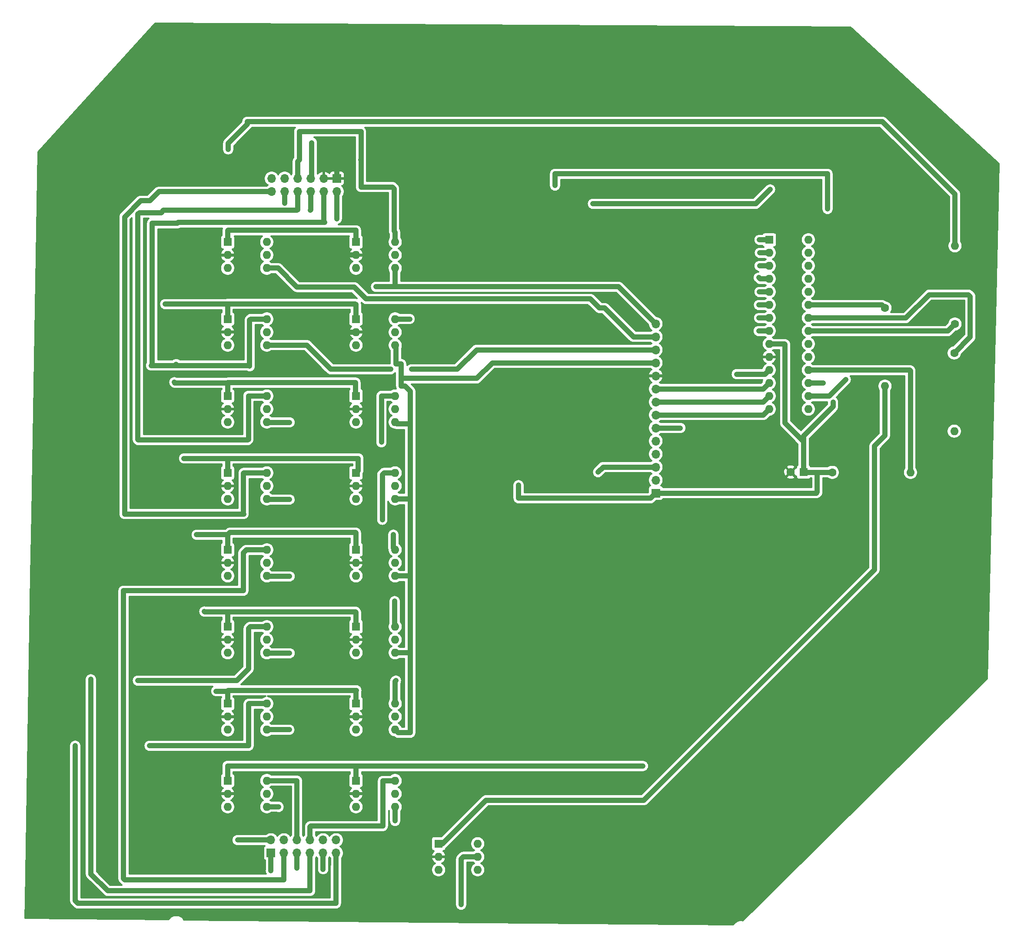
<source format=gbr>
%TF.GenerationSoftware,KiCad,Pcbnew,(5.1.9-0-10_14)*%
%TF.CreationDate,2021-02-25T13:43:07+00:00*%
%TF.ProjectId,Solar_Multiplexer,536f6c61-725f-44d7-956c-7469706c6578,rev?*%
%TF.SameCoordinates,Original*%
%TF.FileFunction,Copper,L2,Bot*%
%TF.FilePolarity,Positive*%
%FSLAX46Y46*%
G04 Gerber Fmt 4.6, Leading zero omitted, Abs format (unit mm)*
G04 Created by KiCad (PCBNEW (5.1.9-0-10_14)) date 2021-02-25 13:43:07*
%MOMM*%
%LPD*%
G01*
G04 APERTURE LIST*
%TA.AperFunction,ComponentPad*%
%ADD10O,1.600000X1.600000*%
%TD*%
%TA.AperFunction,ComponentPad*%
%ADD11R,1.600000X1.600000*%
%TD*%
%TA.AperFunction,ComponentPad*%
%ADD12C,1.600000*%
%TD*%
%TA.AperFunction,ComponentPad*%
%ADD13O,1.700000X1.700000*%
%TD*%
%TA.AperFunction,ComponentPad*%
%ADD14R,1.700000X1.700000*%
%TD*%
%TA.AperFunction,ViaPad*%
%ADD15C,0.800000*%
%TD*%
%TA.AperFunction,Conductor*%
%ADD16C,1.000000*%
%TD*%
%TA.AperFunction,Conductor*%
%ADD17C,0.300000*%
%TD*%
%TA.AperFunction,Conductor*%
%ADD18C,0.200000*%
%TD*%
G04 APERTURE END LIST*
D10*
%TO.P,U10,6*%
%TO.N,/VB*%
X-292380000Y-225000000D03*
%TO.P,U10,3*%
%TO.N,Net-(U10-Pad3)*%
X-300000000Y-230080000D03*
%TO.P,U10,5*%
%TO.N,Net-(U10-Pad5)*%
X-292380000Y-227540000D03*
%TO.P,U10,2*%
%TO.N,GND*%
X-300000000Y-227540000D03*
%TO.P,U10,4*%
%TO.N,V-*%
X-292380000Y-230080000D03*
D11*
%TO.P,U10,1*%
%TO.N,/BOT*%
X-300000000Y-225000000D03*
%TD*%
D10*
%TO.P,U22,28*%
%TO.N,Net-(U22-Pad28)*%
X-186870000Y-119550000D03*
%TO.P,U22,14*%
%TO.N,MISO*%
X-194490000Y-152570000D03*
%TO.P,U22,27*%
%TO.N,Net-(U22-Pad27)*%
X-186870000Y-122090000D03*
%TO.P,U22,13*%
%TO.N,MOSI*%
X-194490000Y-150030000D03*
%TO.P,U22,26*%
%TO.N,Net-(U22-Pad26)*%
X-186870000Y-124630000D03*
%TO.P,U22,12*%
%TO.N,SCK*%
X-194490000Y-147490000D03*
%TO.P,U22,25*%
%TO.N,Net-(U22-Pad25)*%
X-186870000Y-127170000D03*
%TO.P,U22,11*%
%TO.N,~CS*%
X-194490000Y-144950000D03*
%TO.P,U22,24*%
%TO.N,Net-(U22-Pad24)*%
X-186870000Y-129710000D03*
%TO.P,U22,10*%
%TO.N,GND*%
X-194490000Y-142410000D03*
%TO.P,U22,23*%
%TO.N,Net-(R4-Pad1)*%
X-186870000Y-132250000D03*
%TO.P,U22,9*%
%TO.N,+5V*%
X-194490000Y-139870000D03*
%TO.P,U22,22*%
%TO.N,Net-(R2-Pad1)*%
X-186870000Y-134790000D03*
%TO.P,U22,8*%
%TO.N,Net-(RN1-Pad5)*%
X-194490000Y-137330000D03*
%TO.P,U22,21*%
%TO.N,Net-(R1-Pad1)*%
X-186870000Y-137330000D03*
%TO.P,U22,7*%
%TO.N,Net-(RN1-Pad6)*%
X-194490000Y-134790000D03*
%TO.P,U22,20*%
%TO.N,Net-(U22-Pad20)*%
X-186870000Y-139870000D03*
%TO.P,U22,6*%
%TO.N,Net-(RN1-Pad7)*%
X-194490000Y-132250000D03*
%TO.P,U22,19*%
%TO.N,Net-(U22-Pad19)*%
X-186870000Y-142410000D03*
%TO.P,U22,5*%
%TO.N,Net-(RN1-Pad8)*%
X-194490000Y-129710000D03*
%TO.P,U22,18*%
%TO.N,Net-(R3-Pad2)*%
X-186870000Y-144950000D03*
%TO.P,U22,4*%
%TO.N,Net-(RN4-Pad1)*%
X-194490000Y-127170000D03*
%TO.P,U22,17*%
%TO.N,A2*%
X-186870000Y-147490000D03*
%TO.P,U22,3*%
%TO.N,Net-(RN4-Pad2)*%
X-194490000Y-124630000D03*
%TO.P,U22,16*%
%TO.N,A1*%
X-186870000Y-150030000D03*
%TO.P,U22,2*%
%TO.N,Net-(RN4-Pad3)*%
X-194490000Y-122090000D03*
%TO.P,U22,15*%
%TO.N,A0*%
X-186870000Y-152570000D03*
D11*
%TO.P,U22,1*%
%TO.N,Net-(RN4-Pad4)*%
X-194490000Y-119550000D03*
%TD*%
D10*
%TO.P,U21,6*%
%TO.N,V_D*%
X-251290000Y-237300000D03*
%TO.P,U21,3*%
%TO.N,Net-(U21-Pad3)*%
X-258910000Y-242380000D03*
%TO.P,U21,5*%
%TO.N,/RSense*%
X-251290000Y-239840000D03*
%TO.P,U21,2*%
%TO.N,GND*%
X-258910000Y-239840000D03*
%TO.P,U21,4*%
%TO.N,Net-(U21-Pad4)*%
X-251290000Y-242380000D03*
D11*
%TO.P,U21,1*%
%TO.N,/V_D_EN*%
X-258910000Y-237300000D03*
%TD*%
D10*
%TO.P,U20,6*%
%TO.N,/IB*%
X-267380000Y-225000000D03*
%TO.P,U20,3*%
%TO.N,Net-(U20-Pad3)*%
X-275000000Y-230080000D03*
%TO.P,U20,5*%
%TO.N,Net-(U20-Pad5)*%
X-267380000Y-227540000D03*
%TO.P,U20,2*%
%TO.N,GND*%
X-275000000Y-227540000D03*
%TO.P,U20,4*%
%TO.N,I-*%
X-267380000Y-230080000D03*
D11*
%TO.P,U20,1*%
%TO.N,/BOT*%
X-275000000Y-225000000D03*
%TD*%
D10*
%TO.P,U17,6*%
%TO.N,/I6*%
X-267380000Y-210000000D03*
%TO.P,U17,3*%
%TO.N,Net-(U17-Pad3)*%
X-275000000Y-215080000D03*
%TO.P,U17,5*%
%TO.N,Net-(U17-Pad5)*%
X-267380000Y-212540000D03*
%TO.P,U17,2*%
%TO.N,GND*%
X-275000000Y-212540000D03*
%TO.P,U17,4*%
%TO.N,I+*%
X-267380000Y-215080000D03*
D11*
%TO.P,U17,1*%
%TO.N,/P6*%
X-275000000Y-210000000D03*
%TD*%
D10*
%TO.P,U16,6*%
%TO.N,/I5*%
X-267380000Y-195000000D03*
%TO.P,U16,3*%
%TO.N,Net-(U16-Pad3)*%
X-275000000Y-200080000D03*
%TO.P,U16,5*%
%TO.N,Net-(U16-Pad5)*%
X-267380000Y-197540000D03*
%TO.P,U16,2*%
%TO.N,GND*%
X-275000000Y-197540000D03*
%TO.P,U16,4*%
%TO.N,I+*%
X-267380000Y-200080000D03*
D11*
%TO.P,U16,1*%
%TO.N,/P5*%
X-275000000Y-195000000D03*
%TD*%
D10*
%TO.P,U15,6*%
%TO.N,/I4*%
X-267380000Y-180000000D03*
%TO.P,U15,3*%
%TO.N,Net-(U15-Pad3)*%
X-275000000Y-185080000D03*
%TO.P,U15,5*%
%TO.N,Net-(U15-Pad5)*%
X-267380000Y-182540000D03*
%TO.P,U15,2*%
%TO.N,GND*%
X-275000000Y-182540000D03*
%TO.P,U15,4*%
%TO.N,I+*%
X-267380000Y-185080000D03*
D11*
%TO.P,U15,1*%
%TO.N,/P4*%
X-275000000Y-180000000D03*
%TD*%
D10*
%TO.P,U14,6*%
%TO.N,/I3*%
X-267380000Y-165000000D03*
%TO.P,U14,3*%
%TO.N,Net-(U14-Pad3)*%
X-275000000Y-170080000D03*
%TO.P,U14,5*%
%TO.N,Net-(U14-Pad5)*%
X-267380000Y-167540000D03*
%TO.P,U14,2*%
%TO.N,GND*%
X-275000000Y-167540000D03*
%TO.P,U14,4*%
%TO.N,I+*%
X-267380000Y-170080000D03*
D11*
%TO.P,U14,1*%
%TO.N,/P3*%
X-275000000Y-165000000D03*
%TD*%
D10*
%TO.P,U13,6*%
%TO.N,/I2*%
X-267380000Y-150000000D03*
%TO.P,U13,3*%
%TO.N,Net-(U13-Pad3)*%
X-275000000Y-155080000D03*
%TO.P,U13,5*%
%TO.N,Net-(U13-Pad5)*%
X-267380000Y-152540000D03*
%TO.P,U13,2*%
%TO.N,GND*%
X-275000000Y-152540000D03*
%TO.P,U13,4*%
%TO.N,I+*%
X-267380000Y-155080000D03*
D11*
%TO.P,U13,1*%
%TO.N,/P2*%
X-275000000Y-150000000D03*
%TD*%
D10*
%TO.P,U12,6*%
%TO.N,/I1*%
X-267380000Y-135000000D03*
%TO.P,U12,3*%
%TO.N,Net-(U12-Pad3)*%
X-275000000Y-140080000D03*
%TO.P,U12,5*%
%TO.N,Net-(U12-Pad5)*%
X-267380000Y-137540000D03*
%TO.P,U12,2*%
%TO.N,GND*%
X-275000000Y-137540000D03*
%TO.P,U12,4*%
%TO.N,I+*%
X-267380000Y-140080000D03*
D11*
%TO.P,U12,1*%
%TO.N,/P1*%
X-275000000Y-135000000D03*
%TD*%
D10*
%TO.P,U11,6*%
%TO.N,/IT*%
X-267380000Y-120000000D03*
%TO.P,U11,3*%
%TO.N,Net-(U11-Pad3)*%
X-275000000Y-125080000D03*
%TO.P,U11,5*%
%TO.N,Net-(U11-Pad5)*%
X-267380000Y-122540000D03*
%TO.P,U11,2*%
%TO.N,GND*%
X-275000000Y-122540000D03*
%TO.P,U11,4*%
%TO.N,I-*%
X-267380000Y-125080000D03*
D11*
%TO.P,U11,1*%
%TO.N,/TOP*%
X-275000000Y-120000000D03*
%TD*%
D10*
%TO.P,U7,6*%
%TO.N,/V6*%
X-292380000Y-210000000D03*
%TO.P,U7,3*%
%TO.N,Net-(U7-Pad3)*%
X-300000000Y-215080000D03*
%TO.P,U7,5*%
%TO.N,Net-(U7-Pad5)*%
X-292380000Y-212540000D03*
%TO.P,U7,2*%
%TO.N,GND*%
X-300000000Y-212540000D03*
%TO.P,U7,4*%
%TO.N,V+*%
X-292380000Y-215080000D03*
D11*
%TO.P,U7,1*%
%TO.N,/P6*%
X-300000000Y-210000000D03*
%TD*%
D10*
%TO.P,U6,6*%
%TO.N,/V5*%
X-292380000Y-195000000D03*
%TO.P,U6,3*%
%TO.N,Net-(U6-Pad3)*%
X-300000000Y-200080000D03*
%TO.P,U6,5*%
%TO.N,Net-(U6-Pad5)*%
X-292380000Y-197540000D03*
%TO.P,U6,2*%
%TO.N,GND*%
X-300000000Y-197540000D03*
%TO.P,U6,4*%
%TO.N,V+*%
X-292380000Y-200080000D03*
D11*
%TO.P,U6,1*%
%TO.N,/P5*%
X-300000000Y-195000000D03*
%TD*%
D10*
%TO.P,U5,6*%
%TO.N,/V4*%
X-292380000Y-180000000D03*
%TO.P,U5,3*%
%TO.N,Net-(U5-Pad3)*%
X-300000000Y-185080000D03*
%TO.P,U5,5*%
%TO.N,Net-(U5-Pad5)*%
X-292380000Y-182540000D03*
%TO.P,U5,2*%
%TO.N,GND*%
X-300000000Y-182540000D03*
%TO.P,U5,4*%
%TO.N,V+*%
X-292380000Y-185080000D03*
D11*
%TO.P,U5,1*%
%TO.N,/P4*%
X-300000000Y-180000000D03*
%TD*%
D10*
%TO.P,U4,6*%
%TO.N,/V3*%
X-292380000Y-165000000D03*
%TO.P,U4,3*%
%TO.N,Net-(U4-Pad3)*%
X-300000000Y-170080000D03*
%TO.P,U4,5*%
%TO.N,Net-(U4-Pad5)*%
X-292380000Y-167540000D03*
%TO.P,U4,2*%
%TO.N,GND*%
X-300000000Y-167540000D03*
%TO.P,U4,4*%
%TO.N,V+*%
X-292380000Y-170080000D03*
D11*
%TO.P,U4,1*%
%TO.N,/P3*%
X-300000000Y-165000000D03*
%TD*%
D10*
%TO.P,U3,6*%
%TO.N,/V2*%
X-292380000Y-150000000D03*
%TO.P,U3,3*%
%TO.N,Net-(U3-Pad3)*%
X-300000000Y-155080000D03*
%TO.P,U3,5*%
%TO.N,Net-(U3-Pad5)*%
X-292380000Y-152540000D03*
%TO.P,U3,2*%
%TO.N,GND*%
X-300000000Y-152540000D03*
%TO.P,U3,4*%
%TO.N,V+*%
X-292380000Y-155080000D03*
D11*
%TO.P,U3,1*%
%TO.N,/P2*%
X-300000000Y-150000000D03*
%TD*%
D10*
%TO.P,U2,6*%
%TO.N,/V1*%
X-292380000Y-135000000D03*
%TO.P,U2,3*%
%TO.N,Net-(U2-Pad3)*%
X-300000000Y-140080000D03*
%TO.P,U2,5*%
%TO.N,Net-(U2-Pad5)*%
X-292380000Y-137540000D03*
%TO.P,U2,2*%
%TO.N,GND*%
X-300000000Y-137540000D03*
%TO.P,U2,4*%
%TO.N,V+*%
X-292380000Y-140080000D03*
D11*
%TO.P,U2,1*%
%TO.N,/P1*%
X-300000000Y-135000000D03*
%TD*%
D10*
%TO.P,U1,6*%
%TO.N,/VT*%
X-292380000Y-120000000D03*
%TO.P,U1,3*%
%TO.N,Net-(U1-Pad3)*%
X-300000000Y-125080000D03*
%TO.P,U1,5*%
%TO.N,Net-(U1-Pad5)*%
X-292380000Y-122540000D03*
%TO.P,U1,2*%
%TO.N,GND*%
X-300000000Y-122540000D03*
%TO.P,U1,4*%
%TO.N,V-*%
X-292380000Y-125080000D03*
D11*
%TO.P,U1,1*%
%TO.N,/TOP*%
X-300000000Y-120000000D03*
%TD*%
D10*
%TO.P,R4,2*%
%TO.N,/V_D_EN*%
X-171958000Y-148082000D03*
D12*
%TO.P,R4,1*%
%TO.N,Net-(R4-Pad1)*%
X-171958000Y-132842000D03*
%TD*%
D10*
%TO.P,R3,2*%
%TO.N,Net-(R3-Pad2)*%
X-166980000Y-164890000D03*
D12*
%TO.P,R3,1*%
%TO.N,+5V*%
X-182220000Y-164890000D03*
%TD*%
D10*
%TO.P,R2,2*%
%TO.N,/BOT*%
X-158460000Y-156870000D03*
D12*
%TO.P,R2,1*%
%TO.N,Net-(R2-Pad1)*%
X-158460000Y-141630000D03*
%TD*%
D10*
%TO.P,R1,2*%
%TO.N,/TOP*%
X-158320000Y-120730000D03*
D12*
%TO.P,R1,1*%
%TO.N,Net-(R1-Pad1)*%
X-158320000Y-135970000D03*
%TD*%
D13*
%TO.P,J3,12*%
%TO.N,/V3*%
X-291430000Y-110150000D03*
%TO.P,J3,11*%
%TO.N,Net-(J3-Pad11)*%
X-291430000Y-107610000D03*
%TO.P,J3,10*%
%TO.N,/I3*%
X-288890000Y-110150000D03*
%TO.P,J3,9*%
%TO.N,Net-(J3-Pad9)*%
X-288890000Y-107610000D03*
%TO.P,J3,8*%
%TO.N,/V2*%
X-286350000Y-110150000D03*
%TO.P,J3,7*%
%TO.N,/IT*%
X-286350000Y-107610000D03*
%TO.P,J3,6*%
%TO.N,/I2*%
X-283810000Y-110150000D03*
%TO.P,J3,5*%
%TO.N,/VT*%
X-283810000Y-107610000D03*
%TO.P,J3,4*%
%TO.N,/V1*%
X-281270000Y-110150000D03*
%TO.P,J3,3*%
%TO.N,GND*%
X-281270000Y-107610000D03*
%TO.P,J3,2*%
%TO.N,/I1*%
X-278730000Y-110150000D03*
D14*
%TO.P,J3,1*%
%TO.N,GND*%
X-278730000Y-107610000D03*
%TD*%
D13*
%TO.P,J2,12*%
%TO.N,Net-(J2-Pad12)*%
X-278870000Y-236580000D03*
%TO.P,J2,11*%
%TO.N,/V6*%
X-278870000Y-239120000D03*
%TO.P,J2,10*%
%TO.N,Net-(J2-Pad10)*%
X-281410000Y-236580000D03*
%TO.P,J2,9*%
%TO.N,/I6*%
X-281410000Y-239120000D03*
%TO.P,J2,8*%
%TO.N,/IB*%
X-283950000Y-236580000D03*
%TO.P,J2,7*%
%TO.N,/V5*%
X-283950000Y-239120000D03*
%TO.P,J2,6*%
%TO.N,/VB*%
X-286490000Y-236580000D03*
%TO.P,J2,5*%
%TO.N,/I5*%
X-286490000Y-239120000D03*
%TO.P,J2,4*%
%TO.N,Net-(J2-Pad4)*%
X-289030000Y-236580000D03*
%TO.P,J2,3*%
%TO.N,/V4*%
X-289030000Y-239120000D03*
%TO.P,J2,2*%
%TO.N,/RSense*%
X-291570000Y-236580000D03*
D14*
%TO.P,J2,1*%
%TO.N,/I4*%
X-291570000Y-239120000D03*
%TD*%
D13*
%TO.P,J1,14*%
%TO.N,I-*%
X-216610000Y-135930000D03*
%TO.P,J1,13*%
%TO.N,V-*%
X-216610000Y-138470000D03*
%TO.P,J1,12*%
%TO.N,V+*%
X-216610000Y-141010000D03*
%TO.P,J1,11*%
%TO.N,I+*%
X-216610000Y-143550000D03*
%TO.P,J1,10*%
%TO.N,GND*%
X-216610000Y-146090000D03*
%TO.P,J1,9*%
%TO.N,SCK*%
X-216610000Y-148630000D03*
%TO.P,J1,8*%
%TO.N,MOSI*%
X-216610000Y-151170000D03*
%TO.P,J1,7*%
%TO.N,MISO*%
X-216610000Y-153710000D03*
%TO.P,J1,6*%
%TO.N,Net-(J1-Pad6)*%
X-216610000Y-156250000D03*
%TO.P,J1,5*%
%TO.N,SCL*%
X-216610000Y-158790000D03*
%TO.P,J1,4*%
%TO.N,SDA*%
X-216610000Y-161330000D03*
%TO.P,J1,3*%
%TO.N,V_D*%
X-216610000Y-163870000D03*
%TO.P,J1,2*%
%TO.N,+3V3*%
X-216610000Y-166410000D03*
D14*
%TO.P,J1,1*%
%TO.N,+5V*%
X-216610000Y-168950000D03*
%TD*%
D12*
%TO.P,C1,2*%
%TO.N,GND*%
X-190300000Y-164850000D03*
D11*
%TO.P,C1,1*%
%TO.N,+5V*%
X-187800000Y-164850000D03*
%TD*%
D15*
%TO.N,I-*%
X-271100000Y-128696000D03*
X-267380000Y-232836000D03*
%TO.N,V-*%
X-290068000Y-230124000D03*
X-290180000Y-125080000D03*
%TO.N,V+*%
X-288036000Y-200152000D03*
X-288036000Y-185166000D03*
X-288036000Y-170180000D03*
X-288002000Y-155160000D03*
X-287970000Y-140080000D03*
X-287970000Y-215072000D03*
X-268224000Y-144780000D03*
X-264160000Y-144780000D03*
%TO.N,GND*%
X-278730000Y-104556000D03*
X-269910000Y-104556000D03*
X-249174000Y-169164000D03*
X-178910000Y-155288000D03*
X-282306000Y-122540000D03*
X-282320000Y-137540000D03*
%TO.N,Net-(J1-Pad6)*%
X-211810000Y-156250000D03*
%TO.N,V_D*%
X-227838000Y-164846000D03*
%TO.N,+5V*%
X-182058000Y-151190000D03*
X-243332000Y-167386000D03*
%TO.N,~CS*%
X-200840000Y-145760000D03*
%TO.N,A1*%
X-179578000Y-146812000D03*
X-228854000Y-112522000D03*
X-194310000Y-109728000D03*
%TO.N,A2*%
X-236220000Y-108966000D03*
X-183980000Y-147490000D03*
X-183134000Y-113538000D03*
%TO.N,Net-(RN1-Pad6)*%
X-196500000Y-134790000D03*
%TO.N,Net-(RN1-Pad5)*%
X-196550000Y-137330000D03*
%TO.N,Net-(RN1-Pad8)*%
X-196420000Y-129710000D03*
%TO.N,Net-(RN1-Pad7)*%
X-196520000Y-132250000D03*
%TO.N,/P6*%
X-302228000Y-207550000D03*
%TO.N,/P5*%
X-304546000Y-192024000D03*
%TO.N,/P2*%
X-310388000Y-147320000D03*
%TO.N,/P1*%
X-312166000Y-132080000D03*
%TO.N,/P4*%
X-305829000Y-177051000D03*
%TO.N,/P3*%
X-308474000Y-162170000D03*
%TO.N,Net-(RN4-Pad3)*%
X-196340000Y-122090000D03*
%TO.N,Net-(RN4-Pad2)*%
X-196370000Y-124630000D03*
%TO.N,Net-(RN4-Pad4)*%
X-196410000Y-119550000D03*
%TO.N,Net-(RN4-Pad1)*%
X-196540000Y-126920000D03*
%TO.N,/VT*%
X-283610000Y-100620000D03*
%TO.N,/TOP*%
X-299900000Y-117690000D03*
X-299900000Y-101928000D03*
%TO.N,/V5*%
X-326644000Y-205486000D03*
X-317500000Y-205486000D03*
%TO.N,/V6*%
X-315214000Y-218186000D03*
X-329692000Y-218186000D03*
%TO.N,/BOT*%
X-219112000Y-222160000D03*
%TO.N,/I1*%
X-278730000Y-115440000D03*
X-264540000Y-135000000D03*
%TO.N,/I2*%
X-270002000Y-159004000D03*
X-283910000Y-113820000D03*
%TO.N,/I3*%
X-288890000Y-112410000D03*
X-269870000Y-174140000D03*
%TO.N,/I4*%
X-291592000Y-242570000D03*
X-267716000Y-177038000D03*
%TO.N,/I5*%
X-286490000Y-242040000D03*
X-267462000Y-189992000D03*
%TO.N,/I6*%
X-281410000Y-242294000D03*
X-267208000Y-205486000D03*
%TO.N,/RSense*%
X-298048000Y-236580000D03*
X-254508000Y-249174000D03*
%TD*%
D16*
%TO.N,I-*%
X-267380000Y-125080000D02*
X-267380000Y-128696000D01*
X-267380000Y-128696000D02*
X-267552000Y-128524000D01*
X-267380000Y-128696000D02*
X-271100000Y-128696000D01*
X-271100000Y-128696000D02*
X-271100000Y-128696000D01*
X-267380000Y-230080000D02*
X-267380000Y-232836000D01*
X-267380000Y-232836000D02*
X-267380000Y-232836000D01*
X-223844000Y-128696000D02*
X-216610000Y-135930000D01*
X-267380000Y-128696000D02*
X-223844000Y-128696000D01*
%TO.N,V-*%
X-292380000Y-125080000D02*
X-290180000Y-125080000D01*
X-290180000Y-125080000D02*
X-290180000Y-125080000D01*
X-290112000Y-230080000D02*
X-290068000Y-230124000D01*
X-292380000Y-230080000D02*
X-290112000Y-230080000D01*
X-275336000Y-128778000D02*
X-286482000Y-128778000D01*
X-286482000Y-128778000D02*
X-290180000Y-125080000D01*
X-220940000Y-138470000D02*
X-226568000Y-132842000D01*
X-229362000Y-131064000D02*
X-273050000Y-131064000D01*
X-273050000Y-131064000D02*
X-275336000Y-128778000D01*
X-227584000Y-132842000D02*
X-229362000Y-131064000D01*
X-226568000Y-132842000D02*
X-227584000Y-132842000D01*
X-216610000Y-138470000D02*
X-220940000Y-138470000D01*
%TO.N,V+*%
X-287944000Y-155160000D02*
X-288002000Y-155160000D01*
X-292380000Y-140080000D02*
X-287970000Y-140080000D01*
X-292354000Y-170180000D02*
X-288036000Y-170180000D01*
X-292354000Y-185166000D02*
X-288036000Y-185166000D01*
X-292354000Y-200152000D02*
X-288036000Y-200152000D01*
X-288036000Y-200152000D02*
X-287944000Y-200152000D01*
X-288036000Y-185166000D02*
X-287944000Y-185166000D01*
X-288036000Y-170180000D02*
X-287944000Y-170180000D01*
X-288002000Y-155160000D02*
X-292354000Y-155160000D01*
X-287970000Y-140080000D02*
X-287970000Y-140080000D01*
X-287978000Y-215080000D02*
X-287970000Y-215072000D01*
X-292380000Y-215080000D02*
X-287978000Y-215080000D01*
X-287970000Y-140080000D02*
X-284608000Y-140080000D01*
X-279908000Y-144780000D02*
X-280289000Y-144399000D01*
X-268224000Y-144780000D02*
X-279908000Y-144780000D01*
X-284608000Y-140080000D02*
X-280289000Y-144399000D01*
X-264160000Y-144780000D02*
X-255270000Y-144780000D01*
X-251500000Y-141010000D02*
X-216610000Y-141010000D01*
X-255270000Y-144780000D02*
X-251500000Y-141010000D01*
%TO.N,I+*%
X-267012000Y-155448000D02*
X-267380000Y-155080000D01*
X-264414000Y-155448000D02*
X-267012000Y-155448000D01*
X-266814000Y-215646000D02*
X-267380000Y-215080000D01*
X-264414000Y-215646000D02*
X-266814000Y-215646000D01*
X-264486000Y-200080000D02*
X-264414000Y-200152000D01*
X-267380000Y-200080000D02*
X-264486000Y-200080000D01*
X-264414000Y-200152000D02*
X-264414000Y-215646000D01*
X-264500000Y-185080000D02*
X-264414000Y-185166000D01*
X-267380000Y-185080000D02*
X-264500000Y-185080000D01*
X-264414000Y-185166000D02*
X-264414000Y-200152000D01*
X-264514000Y-170080000D02*
X-264414000Y-170180000D01*
X-267380000Y-170080000D02*
X-264514000Y-170080000D01*
X-264414000Y-170180000D02*
X-264414000Y-185166000D01*
X-264414000Y-155448000D02*
X-264414000Y-170180000D01*
X-267380000Y-140080000D02*
X-267336000Y-140080000D01*
X-267336000Y-140080000D02*
X-267462000Y-140206000D01*
X-264414000Y-149098000D02*
X-264414000Y-155448000D01*
X-265430000Y-148082000D02*
X-264414000Y-149098000D01*
X-267208000Y-140252000D02*
X-267380000Y-140080000D01*
X-267208000Y-143764000D02*
X-267208000Y-140252000D01*
X-265430000Y-148082000D02*
X-266192000Y-148082000D01*
X-267208000Y-143764000D02*
X-266192000Y-143764000D01*
X-216610000Y-143550000D02*
X-248452000Y-143550000D01*
X-251460000Y-146558000D02*
X-266192000Y-146558000D01*
X-248452000Y-143550000D02*
X-251460000Y-146558000D01*
X-266192000Y-146558000D02*
X-266192000Y-148082000D01*
X-266192000Y-143764000D02*
X-266192000Y-146558000D01*
%TO.N,GND*%
X-278730000Y-107610000D02*
X-278730000Y-104556000D01*
X-278730000Y-104556000D02*
X-278730000Y-104556000D01*
X-275000000Y-137540000D02*
X-282320000Y-137540000D01*
X-275000000Y-122540000D02*
X-282306000Y-122540000D01*
X-282306000Y-122540000D02*
X-282306000Y-122540000D01*
X-282320000Y-137540000D02*
X-282322000Y-137540000D01*
%TO.N,SCK*%
X-195630000Y-148630000D02*
X-194490000Y-147490000D01*
X-216610000Y-148630000D02*
X-195630000Y-148630000D01*
%TO.N,MOSI*%
X-195630000Y-151170000D02*
X-194490000Y-150030000D01*
X-216610000Y-151170000D02*
X-195630000Y-151170000D01*
%TO.N,MISO*%
X-195630000Y-153710000D02*
X-194490000Y-152570000D01*
X-216610000Y-153710000D02*
X-195630000Y-153710000D01*
%TO.N,Net-(J1-Pad6)*%
X-216610000Y-156250000D02*
X-211810000Y-156250000D01*
X-211810000Y-156250000D02*
X-211810000Y-156250000D01*
%TO.N,V_D*%
X-226862000Y-163870000D02*
X-227838000Y-164846000D01*
X-216610000Y-163870000D02*
X-226862000Y-163870000D01*
%TO.N,+5V*%
X-187760000Y-164890000D02*
X-187800000Y-164850000D01*
X-187800000Y-164850000D02*
X-187800000Y-158920000D01*
X-187800000Y-158920000D02*
X-191420000Y-155300000D01*
X-191420000Y-155300000D02*
X-191420000Y-139970000D01*
X-191520000Y-139870000D02*
X-194490000Y-139870000D01*
X-191420000Y-139970000D02*
X-191520000Y-139870000D01*
X-216610000Y-168950000D02*
X-185330000Y-168950000D01*
X-185150000Y-168770000D02*
X-185150000Y-164890000D01*
X-185150000Y-164890000D02*
X-187760000Y-164890000D01*
X-185330000Y-168950000D02*
X-185150000Y-168770000D01*
X-182220000Y-164890000D02*
X-185150000Y-164890000D01*
X-182058000Y-151190000D02*
X-182058000Y-152086000D01*
X-187800000Y-157828000D02*
X-187800000Y-158920000D01*
X-182058000Y-152086000D02*
X-187800000Y-157828000D01*
X-243332000Y-167386000D02*
X-243332000Y-169926000D01*
X-217586000Y-169926000D02*
X-216610000Y-168950000D01*
X-243332000Y-169926000D02*
X-217586000Y-169926000D01*
%TO.N,~CS*%
X-195300000Y-145760000D02*
X-194490000Y-144950000D01*
X-200840000Y-145760000D02*
X-195300000Y-145760000D01*
%TO.N,A1*%
X-186870000Y-150030000D02*
X-182796000Y-150030000D01*
X-182796000Y-150030000D02*
X-180086000Y-147320000D01*
X-180086000Y-147320000D02*
X-179578000Y-146812000D01*
X-179578000Y-146812000D02*
X-179578000Y-146812000D01*
X-197104000Y-112522000D02*
X-194310000Y-109728000D01*
X-228854000Y-112522000D02*
X-197104000Y-112522000D01*
%TO.N,A2*%
X-186870000Y-147490000D02*
X-183980000Y-147490000D01*
X-183980000Y-147490000D02*
X-183980000Y-147490000D01*
X-183134000Y-113538000D02*
X-183134000Y-106680000D01*
X-183134000Y-106680000D02*
X-236220000Y-106680000D01*
X-236220000Y-106680000D02*
X-236220000Y-108966000D01*
%TO.N,Net-(RN1-Pad6)*%
X-194490000Y-134790000D02*
X-196500000Y-134790000D01*
X-196500000Y-134790000D02*
X-196500000Y-134790000D01*
%TO.N,Net-(RN1-Pad5)*%
X-194490000Y-137330000D02*
X-195840000Y-137330000D01*
X-195840000Y-137330000D02*
X-196550000Y-137330000D01*
X-196550000Y-137330000D02*
X-196550000Y-137330000D01*
%TO.N,Net-(RN1-Pad8)*%
X-194490000Y-129710000D02*
X-196420000Y-129710000D01*
X-196420000Y-129710000D02*
X-196420000Y-129710000D01*
%TO.N,Net-(RN1-Pad7)*%
X-194490000Y-132250000D02*
X-196520000Y-132250000D01*
X-196520000Y-132250000D02*
X-196520000Y-132250000D01*
%TO.N,/P6*%
X-300000000Y-210000000D02*
X-300000000Y-207550000D01*
X-300000000Y-207550000D02*
X-299860000Y-207410000D01*
X-299860000Y-207410000D02*
X-274920000Y-207410000D01*
X-275000000Y-207490000D02*
X-275000000Y-210000000D01*
X-274920000Y-207410000D02*
X-275000000Y-207490000D01*
X-300000000Y-207550000D02*
X-302228000Y-207550000D01*
X-302228000Y-207550000D02*
X-302228000Y-207550000D01*
%TO.N,/P5*%
X-300000000Y-195000000D02*
X-300000000Y-192150000D01*
X-300000000Y-192150000D02*
X-299910000Y-192060000D01*
X-299910000Y-192060000D02*
X-275130000Y-192060000D01*
X-275000000Y-192190000D02*
X-275000000Y-195000000D01*
X-275130000Y-192060000D02*
X-275000000Y-192190000D01*
X-304510000Y-192060000D02*
X-304546000Y-192024000D01*
X-299910000Y-192060000D02*
X-304510000Y-192060000D01*
%TO.N,/P2*%
X-300000000Y-150000000D02*
X-300000000Y-147440000D01*
X-300000000Y-147440000D02*
X-299950000Y-147390000D01*
X-299950000Y-147390000D02*
X-275090000Y-147390000D01*
X-275090000Y-149910000D02*
X-275000000Y-150000000D01*
X-275090000Y-147390000D02*
X-275090000Y-149910000D01*
X-310268000Y-147440000D02*
X-310388000Y-147320000D01*
X-300000000Y-147440000D02*
X-310268000Y-147440000D01*
%TO.N,/P1*%
X-300000000Y-135000000D02*
X-300000000Y-132080000D01*
X-300000000Y-132080000D02*
X-299950000Y-132030000D01*
X-299950000Y-132030000D02*
X-275160000Y-132030000D01*
X-275000000Y-132190000D02*
X-275000000Y-135000000D01*
X-275160000Y-132030000D02*
X-275000000Y-132190000D01*
X-300000000Y-132080000D02*
X-307313132Y-132080000D01*
X-307313132Y-132080000D02*
X-312166000Y-132080000D01*
X-312166000Y-132080000D02*
X-312166000Y-132080000D01*
%TO.N,/P4*%
X-300000000Y-180000000D02*
X-300000000Y-177090000D01*
X-300000000Y-177090000D02*
X-299961000Y-177051000D01*
X-299530000Y-176620000D02*
X-275090000Y-176620000D01*
X-275000000Y-176710000D02*
X-275000000Y-180000000D01*
X-275090000Y-176620000D02*
X-275000000Y-176710000D01*
X-299961000Y-177051000D02*
X-299530000Y-176620000D01*
X-299961000Y-177051000D02*
X-305829000Y-177051000D01*
X-305829000Y-177051000D02*
X-306057000Y-177051000D01*
%TO.N,/P3*%
X-300000000Y-165000000D02*
X-300000000Y-162170000D01*
X-300000000Y-162170000D02*
X-274540000Y-162170000D01*
X-274540000Y-164540000D02*
X-275000000Y-165000000D01*
X-274540000Y-162170000D02*
X-274540000Y-164540000D01*
X-300000000Y-162170000D02*
X-308474000Y-162170000D01*
X-308474000Y-162170000D02*
X-308492000Y-162170000D01*
%TO.N,Net-(RN4-Pad3)*%
X-194490000Y-122090000D02*
X-196340000Y-122090000D01*
X-196340000Y-122090000D02*
X-196340000Y-122090000D01*
%TO.N,Net-(RN4-Pad2)*%
X-194490000Y-124630000D02*
X-196370000Y-124630000D01*
X-196370000Y-124630000D02*
X-196370000Y-124630000D01*
%TO.N,Net-(RN4-Pad4)*%
X-194490000Y-119550000D02*
X-196410000Y-119550000D01*
X-196410000Y-119550000D02*
X-196410000Y-119550000D01*
%TO.N,Net-(RN4-Pad1)*%
X-194490000Y-127170000D02*
X-196290000Y-127170000D01*
X-196290000Y-127170000D02*
X-196540000Y-126920000D01*
X-196540000Y-126920000D02*
X-196540000Y-126920000D01*
%TO.N,/VT*%
X-283610000Y-107410000D02*
X-283810000Y-107610000D01*
X-283610000Y-100620000D02*
X-283610000Y-107410000D01*
%TO.N,/TOP*%
X-300000000Y-120000000D02*
X-300000000Y-117790000D01*
X-300000000Y-117790000D02*
X-299900000Y-117690000D01*
X-299900000Y-117690000D02*
X-275010000Y-117690000D01*
X-275000000Y-117700000D02*
X-275000000Y-120000000D01*
X-275010000Y-117690000D02*
X-275000000Y-117700000D01*
X-158320000Y-120730000D02*
X-158320000Y-110666000D01*
X-158320000Y-110666000D02*
X-172466000Y-96520000D01*
X-172466000Y-96520000D02*
X-296164000Y-96520000D01*
X-296164000Y-96520000D02*
X-296164000Y-97028000D01*
X-299900000Y-117690000D02*
X-299900000Y-117690000D01*
X-299900000Y-100764000D02*
X-296164000Y-97028000D01*
X-299900000Y-101928000D02*
X-299900000Y-100764000D01*
%TO.N,/V1*%
X-292380000Y-135000000D02*
X-295480000Y-135000000D01*
X-295480000Y-135000000D02*
X-295720000Y-135240000D01*
X-295720000Y-135240000D02*
X-295720000Y-144200000D01*
X-295720000Y-144200000D02*
X-295850000Y-144070000D01*
X-310280000Y-144070000D02*
X-310030000Y-143820000D01*
X-309650000Y-116160000D02*
X-281080000Y-116160000D01*
X-281270000Y-115970000D02*
X-281270000Y-110150000D01*
X-281080000Y-116160000D02*
X-281270000Y-115970000D01*
X-309932000Y-144070000D02*
X-314908000Y-144070000D01*
X-295850000Y-144070000D02*
X-309932000Y-144070000D01*
X-309932000Y-144070000D02*
X-310280000Y-144070000D01*
X-314908000Y-144070000D02*
X-314706000Y-143868000D01*
X-314706000Y-143868000D02*
X-314706000Y-116332000D01*
X-309822000Y-116332000D02*
X-309650000Y-116160000D01*
X-314706000Y-116332000D02*
X-309822000Y-116332000D01*
%TO.N,/V2*%
X-286350000Y-110150000D02*
X-286350000Y-113690000D01*
X-286350000Y-113690000D02*
X-286480000Y-113820000D01*
X-286480000Y-113820000D02*
X-312470000Y-113820000D01*
X-312470000Y-113820000D02*
X-312910000Y-114260000D01*
X-312830000Y-158580000D02*
X-296060000Y-158580000D01*
X-296060000Y-158580000D02*
X-295930000Y-158450000D01*
X-295930000Y-158450000D02*
X-295930000Y-149990000D01*
X-295920000Y-150000000D02*
X-292380000Y-150000000D01*
X-295930000Y-149990000D02*
X-295920000Y-150000000D01*
X-312910000Y-114260000D02*
X-317206000Y-114260000D01*
X-317206000Y-114260000D02*
X-317500000Y-114554000D01*
X-317500000Y-114554000D02*
X-317500000Y-158496000D01*
X-317416000Y-158580000D02*
X-312830000Y-158580000D01*
X-317500000Y-158496000D02*
X-317416000Y-158580000D01*
%TO.N,/V3*%
X-296910000Y-172970000D02*
X-296910000Y-165050000D01*
X-291430000Y-110150000D02*
X-313340000Y-110150000D01*
X-313340000Y-110150000D02*
X-315140000Y-111950000D01*
X-296910000Y-165050000D02*
X-296860000Y-165000000D01*
X-315130000Y-173010000D02*
X-296870000Y-173010000D01*
X-315140000Y-173020000D02*
X-315130000Y-173010000D01*
X-296870000Y-173010000D02*
X-296910000Y-172970000D01*
X-296860000Y-165000000D02*
X-292380000Y-165000000D01*
X-320086000Y-173020000D02*
X-320086000Y-115108000D01*
X-315140000Y-173020000D02*
X-320086000Y-173020000D01*
X-316928000Y-111950000D02*
X-315140000Y-111950000D01*
X-320086000Y-115108000D02*
X-316928000Y-111950000D01*
%TO.N,/V4*%
X-292380000Y-180000000D02*
X-296332000Y-180000000D01*
X-296332000Y-180000000D02*
X-296926000Y-180594000D01*
X-296926000Y-180594000D02*
X-296926000Y-187960000D01*
X-296926000Y-187960000D02*
X-320294000Y-187960000D01*
X-320050000Y-244330000D02*
X-320294000Y-244086000D01*
X-289030000Y-244330000D02*
X-320050000Y-244330000D01*
X-320294000Y-244086000D02*
X-320294000Y-187960000D01*
X-289030000Y-239120000D02*
X-289030000Y-244330000D01*
%TO.N,/V5*%
X-283950000Y-239120000D02*
X-283950000Y-242294000D01*
X-326644000Y-205486000D02*
X-326644000Y-205486000D01*
X-317500000Y-205486000D02*
X-298196000Y-205486000D01*
X-298196000Y-205486000D02*
X-295910000Y-203200000D01*
X-295910000Y-203200000D02*
X-295910000Y-195326000D01*
X-295584000Y-195000000D02*
X-292380000Y-195000000D01*
X-295910000Y-195326000D02*
X-295584000Y-195000000D01*
X-326644000Y-207384000D02*
X-326644000Y-205486000D01*
X-326644000Y-205232000D02*
X-326644000Y-207384000D01*
X-323360000Y-246480000D02*
X-326644000Y-243196000D01*
X-283950000Y-246480000D02*
X-323360000Y-246480000D01*
X-326644000Y-207384000D02*
X-326644000Y-243196000D01*
X-283950000Y-246480000D02*
X-283950000Y-240284000D01*
%TO.N,/V6*%
X-292380000Y-210000000D02*
X-295852000Y-210000000D01*
X-295852000Y-210000000D02*
X-295910000Y-210058000D01*
X-295910000Y-210058000D02*
X-295910000Y-218186000D01*
X-295910000Y-218186000D02*
X-315214000Y-218186000D01*
X-315214000Y-218186000D02*
X-315214000Y-218186000D01*
X-278870000Y-241576000D02*
X-278870000Y-242294000D01*
X-278870000Y-239120000D02*
X-278870000Y-241576000D01*
X-278892000Y-241598000D02*
X-278870000Y-241576000D01*
X-278892000Y-248920000D02*
X-278892000Y-241598000D01*
X-329190000Y-248920000D02*
X-278892000Y-248920000D01*
X-329692000Y-248418000D02*
X-329190000Y-248920000D01*
X-329692000Y-218186000D02*
X-329692000Y-248418000D01*
%TO.N,/VB*%
X-286490000Y-236580000D02*
X-286490000Y-225060000D01*
X-286550000Y-225000000D02*
X-292380000Y-225000000D01*
X-286490000Y-225060000D02*
X-286550000Y-225000000D01*
%TO.N,/BOT*%
X-300000000Y-225000000D02*
X-300000000Y-222120000D01*
X-300000000Y-222120000D02*
X-299960000Y-222160000D01*
X-299960000Y-222160000D02*
X-275000000Y-222160000D01*
X-275000000Y-222160000D02*
X-275000000Y-225000000D01*
X-275000000Y-222160000D02*
X-219112000Y-222160000D01*
X-219112000Y-222160000D02*
X-219112000Y-222160000D01*
%TO.N,/IT*%
X-267380000Y-120000000D02*
X-267380000Y-118060000D01*
X-267380000Y-118060000D02*
X-267590000Y-117850000D01*
X-274030000Y-103980000D02*
X-274050000Y-103960000D01*
X-274070000Y-98430000D02*
X-286030000Y-98430000D01*
X-286350000Y-104300000D02*
X-286350000Y-107610000D01*
X-286010000Y-103960000D02*
X-286350000Y-104300000D01*
X-274030000Y-98470000D02*
X-274070000Y-98430000D01*
X-274030000Y-103980000D02*
X-274030000Y-98470000D01*
X-286030000Y-103940000D02*
X-286010000Y-103960000D01*
X-286030000Y-98430000D02*
X-286030000Y-103940000D01*
X-267590000Y-117850000D02*
X-267590000Y-109600000D01*
X-267934000Y-109256000D02*
X-274030000Y-109256000D01*
X-267590000Y-109600000D02*
X-267934000Y-109256000D01*
X-274030000Y-109256000D02*
X-274030000Y-103980000D01*
%TO.N,/I1*%
X-278730000Y-110150000D02*
X-278730000Y-115440000D01*
X-278730000Y-115440000D02*
X-278730000Y-115440000D01*
X-267380000Y-135000000D02*
X-264540000Y-135000000D01*
%TO.N,Net-(U12-Pad5)*%
X-267380000Y-137540000D02*
X-267336000Y-137540000D01*
X-267336000Y-137540000D02*
X-267208000Y-137668000D01*
%TO.N,/I2*%
X-267380000Y-150000000D02*
X-270000000Y-150000000D01*
X-270000000Y-150000000D02*
X-270040000Y-150040000D01*
X-270040000Y-150040000D02*
X-270040000Y-159020000D01*
X-283810000Y-113720000D02*
X-283910000Y-113820000D01*
X-283810000Y-110150000D02*
X-283810000Y-113720000D01*
%TO.N,/I3*%
X-288890000Y-110150000D02*
X-288890000Y-112410000D01*
X-288890000Y-112410000D02*
X-288890000Y-112410000D01*
X-269870000Y-174140000D02*
X-269870000Y-165340000D01*
X-269530000Y-165000000D02*
X-267380000Y-165000000D01*
X-269870000Y-165340000D02*
X-269530000Y-165000000D01*
%TO.N,/I4*%
X-291570000Y-239120000D02*
X-291570000Y-242548000D01*
X-291570000Y-242548000D02*
X-291592000Y-242570000D01*
X-291592000Y-242570000D02*
X-291592000Y-242570000D01*
X-267716000Y-179664000D02*
X-267380000Y-180000000D01*
X-267716000Y-177038000D02*
X-267716000Y-179664000D01*
%TO.N,/I5*%
X-286490000Y-239120000D02*
X-286490000Y-242040000D01*
X-286490000Y-242040000D02*
X-286490000Y-242040000D01*
X-267462000Y-194918000D02*
X-267380000Y-195000000D01*
X-267462000Y-189992000D02*
X-267462000Y-194918000D01*
%TO.N,/I6*%
X-281410000Y-239120000D02*
X-281410000Y-242294000D01*
X-281410000Y-242294000D02*
X-281410000Y-242294000D01*
X-267380000Y-205658000D02*
X-267208000Y-205486000D01*
X-267380000Y-210000000D02*
X-267380000Y-205658000D01*
%TO.N,/IB*%
X-267424000Y-225044000D02*
X-267380000Y-225000000D01*
X-283950000Y-236580000D02*
X-283950000Y-233970000D01*
X-283850000Y-233870000D02*
X-269812000Y-233870000D01*
X-269812000Y-233870000D02*
X-269748000Y-233806000D01*
X-269748000Y-225044000D02*
X-267424000Y-225044000D01*
X-269748000Y-233806000D02*
X-269748000Y-225044000D01*
X-283950000Y-233970000D02*
X-283850000Y-233870000D01*
%TO.N,/RSense*%
X-291570000Y-236580000D02*
X-298048000Y-236580000D01*
X-298048000Y-236580000D02*
X-298048000Y-236580000D01*
X-254508000Y-249174000D02*
X-254508000Y-240284000D01*
X-254064000Y-239840000D02*
X-251290000Y-239840000D01*
X-254508000Y-240284000D02*
X-254064000Y-239840000D01*
%TO.N,/V_D_EN*%
X-171958000Y-148082000D02*
X-171958000Y-157734000D01*
X-171958000Y-157734000D02*
X-173990000Y-159766000D01*
X-173990000Y-159766000D02*
X-173990000Y-183896000D01*
X-218923999Y-228829999D02*
X-249657999Y-228829999D01*
X-173990000Y-183896000D02*
X-218923999Y-228829999D01*
X-258128000Y-237300000D02*
X-258910000Y-237300000D01*
X-249657999Y-228829999D02*
X-258128000Y-237300000D01*
%TO.N,Net-(R4-Pad1)*%
X-172550000Y-132250000D02*
X-171958000Y-132842000D01*
X-186870000Y-132250000D02*
X-172550000Y-132250000D01*
%TO.N,Net-(R2-Pad1)*%
X-186870000Y-134790000D02*
X-167870000Y-134790000D01*
X-167870000Y-134790000D02*
X-163360000Y-130280000D01*
X-163360000Y-130280000D02*
X-155670000Y-130280000D01*
X-155670000Y-130280000D02*
X-155330000Y-130620000D01*
X-155330000Y-138500000D02*
X-158460000Y-141630000D01*
X-155330000Y-130620000D02*
X-155330000Y-138500000D01*
%TO.N,Net-(R1-Pad1)*%
X-159680000Y-137330000D02*
X-158320000Y-135970000D01*
X-186870000Y-137330000D02*
X-159680000Y-137330000D01*
%TO.N,Net-(R3-Pad2)*%
X-186870000Y-144950000D02*
X-167130000Y-144950000D01*
X-166980000Y-145100000D02*
X-166980000Y-164890000D01*
X-167130000Y-144950000D02*
X-166980000Y-145100000D01*
%TD*%
D17*
%TO.N,GND*%
X-178620909Y-78127672D02*
X-149757502Y-104712389D01*
X-152040584Y-205168004D01*
X-199655421Y-252284256D01*
X-199827640Y-252250000D01*
X-200172360Y-252250000D01*
X-200510456Y-252317251D01*
X-200828936Y-252449170D01*
X-201115560Y-252640686D01*
X-201359314Y-252884440D01*
X-201488723Y-253078115D01*
X-308495467Y-252101775D01*
X-308640686Y-251884440D01*
X-308884440Y-251640686D01*
X-309171064Y-251449170D01*
X-309489544Y-251317251D01*
X-309827640Y-251250000D01*
X-310172360Y-251250000D01*
X-310510456Y-251317251D01*
X-310828936Y-251449170D01*
X-311115560Y-251640686D01*
X-311359314Y-251884440D01*
X-311486299Y-252074487D01*
X-339445456Y-251819385D01*
X-339387708Y-248418000D01*
X-330847563Y-248418000D01*
X-330841999Y-248474492D01*
X-330825359Y-248643439D01*
X-330759601Y-248860215D01*
X-330652815Y-249059997D01*
X-330509106Y-249235107D01*
X-330465225Y-249271119D01*
X-330043121Y-249693224D01*
X-330007107Y-249737107D01*
X-329831997Y-249880816D01*
X-329632215Y-249987602D01*
X-329415439Y-250053360D01*
X-329246492Y-250070000D01*
X-329246483Y-250070000D01*
X-329190001Y-250075563D01*
X-329133519Y-250070000D01*
X-278948492Y-250070000D01*
X-278892000Y-250075564D01*
X-278835509Y-250070000D01*
X-278835508Y-250070000D01*
X-278666561Y-250053360D01*
X-278449785Y-249987602D01*
X-278250003Y-249880816D01*
X-278074893Y-249737107D01*
X-277931184Y-249561997D01*
X-277824398Y-249362215D01*
X-277758640Y-249145439D01*
X-277736436Y-248920000D01*
X-277742000Y-248863508D01*
X-277742000Y-242537108D01*
X-277736640Y-242519438D01*
X-277720000Y-242350491D01*
X-277720000Y-242237187D01*
X-260360000Y-242237187D01*
X-260360000Y-242522813D01*
X-260304277Y-242802949D01*
X-260194973Y-243066833D01*
X-260036289Y-243304321D01*
X-259834321Y-243506289D01*
X-259596833Y-243664973D01*
X-259332949Y-243774277D01*
X-259052813Y-243830000D01*
X-258767187Y-243830000D01*
X-258487051Y-243774277D01*
X-258223167Y-243664973D01*
X-257985679Y-243506289D01*
X-257783711Y-243304321D01*
X-257625027Y-243066833D01*
X-257515723Y-242802949D01*
X-257460000Y-242522813D01*
X-257460000Y-242237187D01*
X-257515723Y-241957051D01*
X-257625027Y-241693167D01*
X-257783711Y-241455679D01*
X-257985679Y-241253711D01*
X-258211441Y-241102862D01*
X-258068915Y-241021139D01*
X-257854647Y-240834356D01*
X-257680936Y-240609361D01*
X-257554457Y-240354799D01*
X-257532983Y-240284000D01*
X-255663563Y-240284000D01*
X-255657999Y-240340492D01*
X-255658000Y-249230491D01*
X-255641360Y-249399438D01*
X-255575602Y-249616214D01*
X-255468816Y-249815996D01*
X-255325107Y-249991107D01*
X-255149997Y-250134816D01*
X-254950215Y-250241602D01*
X-254733439Y-250307360D01*
X-254508000Y-250329564D01*
X-254282562Y-250307360D01*
X-254065786Y-250241602D01*
X-253866004Y-250134816D01*
X-253690893Y-249991107D01*
X-253547184Y-249815997D01*
X-253440398Y-249616215D01*
X-253374640Y-249399439D01*
X-253358000Y-249230492D01*
X-253358000Y-240990000D01*
X-252178835Y-240990000D01*
X-251999242Y-241110000D01*
X-252214321Y-241253711D01*
X-252416289Y-241455679D01*
X-252574973Y-241693167D01*
X-252684277Y-241957051D01*
X-252740000Y-242237187D01*
X-252740000Y-242522813D01*
X-252684277Y-242802949D01*
X-252574973Y-243066833D01*
X-252416289Y-243304321D01*
X-252214321Y-243506289D01*
X-251976833Y-243664973D01*
X-251712949Y-243774277D01*
X-251432813Y-243830000D01*
X-251147187Y-243830000D01*
X-250867051Y-243774277D01*
X-250603167Y-243664973D01*
X-250365679Y-243506289D01*
X-250163711Y-243304321D01*
X-250005027Y-243066833D01*
X-249895723Y-242802949D01*
X-249840000Y-242522813D01*
X-249840000Y-242237187D01*
X-249895723Y-241957051D01*
X-250005027Y-241693167D01*
X-250163711Y-241455679D01*
X-250365679Y-241253711D01*
X-250580758Y-241110000D01*
X-250365679Y-240966289D01*
X-250163711Y-240764321D01*
X-250005027Y-240526833D01*
X-249895723Y-240262949D01*
X-249840000Y-239982813D01*
X-249840000Y-239697187D01*
X-249895723Y-239417051D01*
X-250005027Y-239153167D01*
X-250163711Y-238915679D01*
X-250365679Y-238713711D01*
X-250580758Y-238570000D01*
X-250365679Y-238426289D01*
X-250163711Y-238224321D01*
X-250005027Y-237986833D01*
X-249895723Y-237722949D01*
X-249840000Y-237442813D01*
X-249840000Y-237157187D01*
X-249895723Y-236877051D01*
X-250005027Y-236613167D01*
X-250163711Y-236375679D01*
X-250365679Y-236173711D01*
X-250603167Y-236015027D01*
X-250867051Y-235905723D01*
X-251147187Y-235850000D01*
X-251432813Y-235850000D01*
X-251712949Y-235905723D01*
X-251976833Y-236015027D01*
X-252214321Y-236173711D01*
X-252416289Y-236375679D01*
X-252574973Y-236613167D01*
X-252684277Y-236877051D01*
X-252740000Y-237157187D01*
X-252740000Y-237442813D01*
X-252684277Y-237722949D01*
X-252574973Y-237986833D01*
X-252416289Y-238224321D01*
X-252214321Y-238426289D01*
X-251999242Y-238570000D01*
X-252178835Y-238690000D01*
X-254007516Y-238690000D01*
X-254064000Y-238684437D01*
X-254120484Y-238690000D01*
X-254120492Y-238690000D01*
X-254289439Y-238706640D01*
X-254506215Y-238772398D01*
X-254705997Y-238879184D01*
X-254881107Y-239022893D01*
X-254917125Y-239066781D01*
X-255281224Y-239430880D01*
X-255325106Y-239466893D01*
X-255361118Y-239510774D01*
X-255468815Y-239642003D01*
X-255575601Y-239841785D01*
X-255641359Y-240058561D01*
X-255663563Y-240284000D01*
X-257532983Y-240284000D01*
X-257496905Y-240165059D01*
X-257626389Y-239940000D01*
X-258810000Y-239940000D01*
X-258810000Y-239960000D01*
X-259010000Y-239960000D01*
X-259010000Y-239940000D01*
X-260193611Y-239940000D01*
X-260323095Y-240165059D01*
X-260265543Y-240354799D01*
X-260139064Y-240609361D01*
X-259965353Y-240834356D01*
X-259751085Y-241021139D01*
X-259608559Y-241102862D01*
X-259834321Y-241253711D01*
X-260036289Y-241455679D01*
X-260194973Y-241693167D01*
X-260304277Y-241957051D01*
X-260360000Y-242237187D01*
X-277720000Y-242237187D01*
X-277720000Y-241632491D01*
X-277714436Y-241576000D01*
X-277720000Y-241519508D01*
X-277720000Y-240091320D01*
X-277704874Y-240076194D01*
X-277540717Y-239830517D01*
X-277427644Y-239557534D01*
X-277370000Y-239267737D01*
X-277370000Y-238972263D01*
X-277427644Y-238682466D01*
X-277540717Y-238409483D01*
X-277704874Y-238163806D01*
X-277913806Y-237954874D01*
X-278070760Y-237850000D01*
X-277913806Y-237745126D01*
X-277704874Y-237536194D01*
X-277540717Y-237290517D01*
X-277427644Y-237017534D01*
X-277370000Y-236727737D01*
X-277370000Y-236500000D01*
X-260363145Y-236500000D01*
X-260363145Y-238100000D01*
X-260350595Y-238227422D01*
X-260313427Y-238349948D01*
X-260253070Y-238462868D01*
X-260171843Y-238561843D01*
X-260072868Y-238643070D01*
X-259959948Y-238703427D01*
X-259842930Y-238738924D01*
X-259965353Y-238845644D01*
X-260139064Y-239070639D01*
X-260265543Y-239325201D01*
X-260323095Y-239514941D01*
X-260193611Y-239740000D01*
X-259010000Y-239740000D01*
X-259010000Y-239720000D01*
X-258810000Y-239720000D01*
X-258810000Y-239740000D01*
X-257626389Y-239740000D01*
X-257496905Y-239514941D01*
X-257554457Y-239325201D01*
X-257680936Y-239070639D01*
X-257854647Y-238845644D01*
X-257977070Y-238738924D01*
X-257860052Y-238703427D01*
X-257747132Y-238643070D01*
X-257648157Y-238561843D01*
X-257566930Y-238462868D01*
X-257506573Y-238349948D01*
X-257477391Y-238253748D01*
X-257310893Y-238117107D01*
X-257274875Y-238073219D01*
X-249181653Y-229979999D01*
X-218980481Y-229979999D01*
X-218923999Y-229985562D01*
X-218867517Y-229979999D01*
X-218867507Y-229979999D01*
X-218698560Y-229963359D01*
X-218481784Y-229897601D01*
X-218282002Y-229790815D01*
X-218106892Y-229647106D01*
X-218070874Y-229603218D01*
X-173216775Y-184749120D01*
X-173172893Y-184713107D01*
X-173029184Y-184537997D01*
X-172922398Y-184338215D01*
X-172856640Y-184121439D01*
X-172840000Y-183952492D01*
X-172840000Y-183952484D01*
X-172834437Y-183896000D01*
X-172840000Y-183839516D01*
X-172840000Y-160242344D01*
X-171184775Y-158587120D01*
X-171140893Y-158551107D01*
X-171057917Y-158450000D01*
X-170997184Y-158375998D01*
X-170890399Y-158176216D01*
X-170890398Y-158176215D01*
X-170824640Y-157959439D01*
X-170808000Y-157790492D01*
X-170808000Y-157790482D01*
X-170802437Y-157734000D01*
X-170808000Y-157677518D01*
X-170808000Y-148970835D01*
X-170673027Y-148768833D01*
X-170563723Y-148504949D01*
X-170508000Y-148224813D01*
X-170508000Y-147939187D01*
X-170563723Y-147659051D01*
X-170673027Y-147395167D01*
X-170831711Y-147157679D01*
X-171033679Y-146955711D01*
X-171271167Y-146797027D01*
X-171535051Y-146687723D01*
X-171815187Y-146632000D01*
X-172100813Y-146632000D01*
X-172380949Y-146687723D01*
X-172644833Y-146797027D01*
X-172882321Y-146955711D01*
X-173084289Y-147157679D01*
X-173242973Y-147395167D01*
X-173352277Y-147659051D01*
X-173408000Y-147939187D01*
X-173408000Y-148224813D01*
X-173352277Y-148504949D01*
X-173242973Y-148768833D01*
X-173108000Y-148970835D01*
X-173107999Y-157257654D01*
X-174763220Y-158912876D01*
X-174807107Y-158948893D01*
X-174950816Y-159124004D01*
X-175057602Y-159323786D01*
X-175123360Y-159540562D01*
X-175140000Y-159709509D01*
X-175140000Y-159709518D01*
X-175145563Y-159766000D01*
X-175140000Y-159822482D01*
X-175139999Y-183419654D01*
X-219400343Y-227679999D01*
X-249601518Y-227679999D01*
X-249658000Y-227674436D01*
X-249714482Y-227679999D01*
X-249714491Y-227679999D01*
X-249883438Y-227696639D01*
X-250100214Y-227762397D01*
X-250299996Y-227869183D01*
X-250299998Y-227869184D01*
X-250299997Y-227869184D01*
X-250431227Y-227976881D01*
X-250431230Y-227976884D01*
X-250475106Y-228012892D01*
X-250511115Y-228056769D01*
X-258301199Y-235846855D01*
X-259710000Y-235846855D01*
X-259837422Y-235859405D01*
X-259959948Y-235896573D01*
X-260072868Y-235956930D01*
X-260171843Y-236038157D01*
X-260253070Y-236137132D01*
X-260313427Y-236250052D01*
X-260350595Y-236372578D01*
X-260363145Y-236500000D01*
X-277370000Y-236500000D01*
X-277370000Y-236432263D01*
X-277427644Y-236142466D01*
X-277540717Y-235869483D01*
X-277704874Y-235623806D01*
X-277913806Y-235414874D01*
X-278159483Y-235250717D01*
X-278432466Y-235137644D01*
X-278722263Y-235080000D01*
X-279017737Y-235080000D01*
X-279307534Y-235137644D01*
X-279580517Y-235250717D01*
X-279826194Y-235414874D01*
X-280035126Y-235623806D01*
X-280140000Y-235780760D01*
X-280244874Y-235623806D01*
X-280453806Y-235414874D01*
X-280699483Y-235250717D01*
X-280972466Y-235137644D01*
X-281262263Y-235080000D01*
X-281557737Y-235080000D01*
X-281847534Y-235137644D01*
X-282120517Y-235250717D01*
X-282366194Y-235414874D01*
X-282575126Y-235623806D01*
X-282680000Y-235780760D01*
X-282784874Y-235623806D01*
X-282800000Y-235608680D01*
X-282800000Y-235020000D01*
X-269868482Y-235020000D01*
X-269812000Y-235025563D01*
X-269755518Y-235020000D01*
X-269755508Y-235020000D01*
X-269586561Y-235003360D01*
X-269369785Y-234937602D01*
X-269170003Y-234830816D01*
X-268994893Y-234687107D01*
X-268966044Y-234651955D01*
X-268930893Y-234623107D01*
X-268787184Y-234447997D01*
X-268680398Y-234248215D01*
X-268614640Y-234031439D01*
X-268598000Y-233862492D01*
X-268598000Y-233862491D01*
X-268592436Y-233806000D01*
X-268598000Y-233749508D01*
X-268598000Y-230867065D01*
X-268530000Y-230968835D01*
X-268529999Y-232779499D01*
X-268535564Y-232836000D01*
X-268513360Y-233061439D01*
X-268447602Y-233278215D01*
X-268340816Y-233477997D01*
X-268197107Y-233653107D01*
X-268021997Y-233796816D01*
X-267822215Y-233903602D01*
X-267605439Y-233969360D01*
X-267436492Y-233986000D01*
X-267436491Y-233986000D01*
X-267380000Y-233991564D01*
X-267154561Y-233969360D01*
X-266937785Y-233903602D01*
X-266738003Y-233796816D01*
X-266562893Y-233653107D01*
X-266419184Y-233477997D01*
X-266312398Y-233278215D01*
X-266246640Y-233061439D01*
X-266230000Y-232892492D01*
X-266224436Y-232836000D01*
X-266230000Y-232779508D01*
X-266230000Y-230968835D01*
X-266095027Y-230766833D01*
X-265985723Y-230502949D01*
X-265930000Y-230222813D01*
X-265930000Y-229937187D01*
X-265985723Y-229657051D01*
X-266095027Y-229393167D01*
X-266253711Y-229155679D01*
X-266455679Y-228953711D01*
X-266670758Y-228810000D01*
X-266455679Y-228666289D01*
X-266253711Y-228464321D01*
X-266095027Y-228226833D01*
X-265985723Y-227962949D01*
X-265930000Y-227682813D01*
X-265930000Y-227397187D01*
X-265985723Y-227117051D01*
X-266095027Y-226853167D01*
X-266253711Y-226615679D01*
X-266455679Y-226413711D01*
X-266670758Y-226270000D01*
X-266455679Y-226126289D01*
X-266253711Y-225924321D01*
X-266095027Y-225686833D01*
X-265985723Y-225422949D01*
X-265930000Y-225142813D01*
X-265930000Y-224857187D01*
X-265985723Y-224577051D01*
X-266095027Y-224313167D01*
X-266253711Y-224075679D01*
X-266455679Y-223873711D01*
X-266693167Y-223715027D01*
X-266957051Y-223605723D01*
X-267237187Y-223550000D01*
X-267522813Y-223550000D01*
X-267802949Y-223605723D01*
X-268066833Y-223715027D01*
X-268304321Y-223873711D01*
X-268324610Y-223894000D01*
X-269691508Y-223894000D01*
X-269748000Y-223888436D01*
X-269804491Y-223894000D01*
X-269804492Y-223894000D01*
X-269973439Y-223910640D01*
X-270190215Y-223976398D01*
X-270389997Y-224083184D01*
X-270565107Y-224226893D01*
X-270708816Y-224402003D01*
X-270815602Y-224601785D01*
X-270881360Y-224818561D01*
X-270903564Y-225044000D01*
X-270897999Y-225100502D01*
X-270898000Y-232720000D01*
X-283793519Y-232720000D01*
X-283850001Y-232714437D01*
X-283906482Y-232720000D01*
X-283906492Y-232720000D01*
X-284075439Y-232736640D01*
X-284292215Y-232802398D01*
X-284491997Y-232909184D01*
X-284667107Y-233052893D01*
X-284703119Y-233096774D01*
X-284723226Y-233116882D01*
X-284767106Y-233152893D01*
X-284910815Y-233328003D01*
X-285017601Y-233527785D01*
X-285083359Y-233744561D01*
X-285093315Y-233845650D01*
X-285105563Y-233970000D01*
X-285099999Y-234026491D01*
X-285100000Y-235608680D01*
X-285115126Y-235623806D01*
X-285220000Y-235780760D01*
X-285324874Y-235623806D01*
X-285340000Y-235608680D01*
X-285340000Y-229937187D01*
X-276450000Y-229937187D01*
X-276450000Y-230222813D01*
X-276394277Y-230502949D01*
X-276284973Y-230766833D01*
X-276126289Y-231004321D01*
X-275924321Y-231206289D01*
X-275686833Y-231364973D01*
X-275422949Y-231474277D01*
X-275142813Y-231530000D01*
X-274857187Y-231530000D01*
X-274577051Y-231474277D01*
X-274313167Y-231364973D01*
X-274075679Y-231206289D01*
X-273873711Y-231004321D01*
X-273715027Y-230766833D01*
X-273605723Y-230502949D01*
X-273550000Y-230222813D01*
X-273550000Y-229937187D01*
X-273605723Y-229657051D01*
X-273715027Y-229393167D01*
X-273873711Y-229155679D01*
X-274075679Y-228953711D01*
X-274301441Y-228802862D01*
X-274158915Y-228721139D01*
X-273944647Y-228534356D01*
X-273770936Y-228309361D01*
X-273644457Y-228054799D01*
X-273586905Y-227865059D01*
X-273716389Y-227640000D01*
X-274900000Y-227640000D01*
X-274900000Y-227660000D01*
X-275100000Y-227660000D01*
X-275100000Y-227640000D01*
X-276283611Y-227640000D01*
X-276413095Y-227865059D01*
X-276355543Y-228054799D01*
X-276229064Y-228309361D01*
X-276055353Y-228534356D01*
X-275841085Y-228721139D01*
X-275698559Y-228802862D01*
X-275924321Y-228953711D01*
X-276126289Y-229155679D01*
X-276284973Y-229393167D01*
X-276394277Y-229657051D01*
X-276450000Y-229937187D01*
X-285340000Y-229937187D01*
X-285340000Y-225116484D01*
X-285334437Y-225060000D01*
X-285340000Y-225003516D01*
X-285340000Y-225003508D01*
X-285356640Y-224834561D01*
X-285422398Y-224617785D01*
X-285529184Y-224418003D01*
X-285672893Y-224242893D01*
X-285705848Y-224215848D01*
X-285732893Y-224182893D01*
X-285908003Y-224039184D01*
X-286107785Y-223932398D01*
X-286324561Y-223866640D01*
X-286493508Y-223850000D01*
X-286493518Y-223850000D01*
X-286550000Y-223844437D01*
X-286606482Y-223850000D01*
X-291491165Y-223850000D01*
X-291693167Y-223715027D01*
X-291957051Y-223605723D01*
X-292237187Y-223550000D01*
X-292522813Y-223550000D01*
X-292802949Y-223605723D01*
X-293066833Y-223715027D01*
X-293304321Y-223873711D01*
X-293506289Y-224075679D01*
X-293664973Y-224313167D01*
X-293774277Y-224577051D01*
X-293830000Y-224857187D01*
X-293830000Y-225142813D01*
X-293774277Y-225422949D01*
X-293664973Y-225686833D01*
X-293506289Y-225924321D01*
X-293304321Y-226126289D01*
X-293089242Y-226270000D01*
X-293304321Y-226413711D01*
X-293506289Y-226615679D01*
X-293664973Y-226853167D01*
X-293774277Y-227117051D01*
X-293830000Y-227397187D01*
X-293830000Y-227682813D01*
X-293774277Y-227962949D01*
X-293664973Y-228226833D01*
X-293506289Y-228464321D01*
X-293304321Y-228666289D01*
X-293089242Y-228810000D01*
X-293304321Y-228953711D01*
X-293506289Y-229155679D01*
X-293664973Y-229393167D01*
X-293774277Y-229657051D01*
X-293830000Y-229937187D01*
X-293830000Y-230222813D01*
X-293774277Y-230502949D01*
X-293664973Y-230766833D01*
X-293506289Y-231004321D01*
X-293304321Y-231206289D01*
X-293066833Y-231364973D01*
X-292802949Y-231474277D01*
X-292522813Y-231530000D01*
X-292237187Y-231530000D01*
X-291957051Y-231474277D01*
X-291693167Y-231364973D01*
X-291491165Y-231230000D01*
X-290383630Y-231230000D01*
X-290293439Y-231257359D01*
X-290068001Y-231279563D01*
X-289842562Y-231257359D01*
X-289625785Y-231191601D01*
X-289426004Y-231084815D01*
X-289250894Y-230941106D01*
X-289107185Y-230765996D01*
X-289000399Y-230566215D01*
X-288934641Y-230349438D01*
X-288912437Y-230123999D01*
X-288934641Y-229898561D01*
X-289000399Y-229681785D01*
X-289107185Y-229482003D01*
X-289214882Y-229350773D01*
X-289258878Y-229306777D01*
X-289294893Y-229262893D01*
X-289470003Y-229119184D01*
X-289669785Y-229012398D01*
X-289886561Y-228946640D01*
X-290055508Y-228930000D01*
X-290055518Y-228930000D01*
X-290112000Y-228924437D01*
X-290168482Y-228930000D01*
X-291491165Y-228930000D01*
X-291670758Y-228810000D01*
X-291455679Y-228666289D01*
X-291253711Y-228464321D01*
X-291095027Y-228226833D01*
X-290985723Y-227962949D01*
X-290930000Y-227682813D01*
X-290930000Y-227397187D01*
X-290985723Y-227117051D01*
X-291095027Y-226853167D01*
X-291253711Y-226615679D01*
X-291455679Y-226413711D01*
X-291670758Y-226270000D01*
X-291491165Y-226150000D01*
X-287639999Y-226150000D01*
X-287640000Y-235608680D01*
X-287655126Y-235623806D01*
X-287760000Y-235780760D01*
X-287864874Y-235623806D01*
X-288073806Y-235414874D01*
X-288319483Y-235250717D01*
X-288592466Y-235137644D01*
X-288882263Y-235080000D01*
X-289177737Y-235080000D01*
X-289467534Y-235137644D01*
X-289740517Y-235250717D01*
X-289986194Y-235414874D01*
X-290195126Y-235623806D01*
X-290300000Y-235780760D01*
X-290404874Y-235623806D01*
X-290613806Y-235414874D01*
X-290859483Y-235250717D01*
X-291132466Y-235137644D01*
X-291422263Y-235080000D01*
X-291717737Y-235080000D01*
X-292007534Y-235137644D01*
X-292280517Y-235250717D01*
X-292526194Y-235414874D01*
X-292541320Y-235430000D01*
X-298104492Y-235430000D01*
X-298273439Y-235446640D01*
X-298490215Y-235512398D01*
X-298689997Y-235619184D01*
X-298865107Y-235762893D01*
X-299008816Y-235938003D01*
X-299115602Y-236137785D01*
X-299181360Y-236354561D01*
X-299203564Y-236580000D01*
X-299181360Y-236805439D01*
X-299115602Y-237022215D01*
X-299008816Y-237221997D01*
X-298865107Y-237397107D01*
X-298689997Y-237540816D01*
X-298490215Y-237647602D01*
X-298273439Y-237713360D01*
X-298104492Y-237730000D01*
X-292786609Y-237730000D01*
X-292881843Y-237808157D01*
X-292963070Y-237907132D01*
X-293023427Y-238020052D01*
X-293060595Y-238142578D01*
X-293073145Y-238270000D01*
X-293073145Y-239970000D01*
X-293060595Y-240097422D01*
X-293023427Y-240219948D01*
X-292963070Y-240332868D01*
X-292881843Y-240431843D01*
X-292782868Y-240513070D01*
X-292720000Y-240546674D01*
X-292719999Y-242326888D01*
X-292725360Y-242344561D01*
X-292747564Y-242570000D01*
X-292725360Y-242795439D01*
X-292659602Y-243012215D01*
X-292569919Y-243180000D01*
X-319144000Y-243180000D01*
X-319144000Y-229937187D01*
X-301450000Y-229937187D01*
X-301450000Y-230222813D01*
X-301394277Y-230502949D01*
X-301284973Y-230766833D01*
X-301126289Y-231004321D01*
X-300924321Y-231206289D01*
X-300686833Y-231364973D01*
X-300422949Y-231474277D01*
X-300142813Y-231530000D01*
X-299857187Y-231530000D01*
X-299577051Y-231474277D01*
X-299313167Y-231364973D01*
X-299075679Y-231206289D01*
X-298873711Y-231004321D01*
X-298715027Y-230766833D01*
X-298605723Y-230502949D01*
X-298550000Y-230222813D01*
X-298550000Y-229937187D01*
X-298605723Y-229657051D01*
X-298715027Y-229393167D01*
X-298873711Y-229155679D01*
X-299075679Y-228953711D01*
X-299301441Y-228802862D01*
X-299158915Y-228721139D01*
X-298944647Y-228534356D01*
X-298770936Y-228309361D01*
X-298644457Y-228054799D01*
X-298586905Y-227865059D01*
X-298716389Y-227640000D01*
X-299900000Y-227640000D01*
X-299900000Y-227660000D01*
X-300100000Y-227660000D01*
X-300100000Y-227640000D01*
X-301283611Y-227640000D01*
X-301413095Y-227865059D01*
X-301355543Y-228054799D01*
X-301229064Y-228309361D01*
X-301055353Y-228534356D01*
X-300841085Y-228721139D01*
X-300698559Y-228802862D01*
X-300924321Y-228953711D01*
X-301126289Y-229155679D01*
X-301284973Y-229393167D01*
X-301394277Y-229657051D01*
X-301450000Y-229937187D01*
X-319144000Y-229937187D01*
X-319144000Y-224200000D01*
X-301453145Y-224200000D01*
X-301453145Y-225800000D01*
X-301440595Y-225927422D01*
X-301403427Y-226049948D01*
X-301343070Y-226162868D01*
X-301261843Y-226261843D01*
X-301162868Y-226343070D01*
X-301049948Y-226403427D01*
X-300932930Y-226438924D01*
X-301055353Y-226545644D01*
X-301229064Y-226770639D01*
X-301355543Y-227025201D01*
X-301413095Y-227214941D01*
X-301283611Y-227440000D01*
X-300100000Y-227440000D01*
X-300100000Y-227420000D01*
X-299900000Y-227420000D01*
X-299900000Y-227440000D01*
X-298716389Y-227440000D01*
X-298586905Y-227214941D01*
X-298644457Y-227025201D01*
X-298770936Y-226770639D01*
X-298944647Y-226545644D01*
X-299067070Y-226438924D01*
X-298950052Y-226403427D01*
X-298837132Y-226343070D01*
X-298738157Y-226261843D01*
X-298656930Y-226162868D01*
X-298596573Y-226049948D01*
X-298559405Y-225927422D01*
X-298546855Y-225800000D01*
X-298546855Y-224200000D01*
X-298559405Y-224072578D01*
X-298596573Y-223950052D01*
X-298656930Y-223837132D01*
X-298738157Y-223738157D01*
X-298837132Y-223656930D01*
X-298850000Y-223650052D01*
X-298850000Y-223310000D01*
X-276150000Y-223310000D01*
X-276149999Y-223650052D01*
X-276162868Y-223656930D01*
X-276261843Y-223738157D01*
X-276343070Y-223837132D01*
X-276403427Y-223950052D01*
X-276440595Y-224072578D01*
X-276453145Y-224200000D01*
X-276453145Y-225800000D01*
X-276440595Y-225927422D01*
X-276403427Y-226049948D01*
X-276343070Y-226162868D01*
X-276261843Y-226261843D01*
X-276162868Y-226343070D01*
X-276049948Y-226403427D01*
X-275932930Y-226438924D01*
X-276055353Y-226545644D01*
X-276229064Y-226770639D01*
X-276355543Y-227025201D01*
X-276413095Y-227214941D01*
X-276283611Y-227440000D01*
X-275100000Y-227440000D01*
X-275100000Y-227420000D01*
X-274900000Y-227420000D01*
X-274900000Y-227440000D01*
X-273716389Y-227440000D01*
X-273586905Y-227214941D01*
X-273644457Y-227025201D01*
X-273770936Y-226770639D01*
X-273944647Y-226545644D01*
X-274067070Y-226438924D01*
X-273950052Y-226403427D01*
X-273837132Y-226343070D01*
X-273738157Y-226261843D01*
X-273656930Y-226162868D01*
X-273596573Y-226049948D01*
X-273559405Y-225927422D01*
X-273546855Y-225800000D01*
X-273546855Y-224200000D01*
X-273559405Y-224072578D01*
X-273596573Y-223950052D01*
X-273656930Y-223837132D01*
X-273738157Y-223738157D01*
X-273837132Y-223656930D01*
X-273850000Y-223650052D01*
X-273850000Y-223310000D01*
X-219055508Y-223310000D01*
X-218886561Y-223293360D01*
X-218669785Y-223227602D01*
X-218470003Y-223120816D01*
X-218294893Y-222977107D01*
X-218151184Y-222801997D01*
X-218044398Y-222602215D01*
X-217978640Y-222385439D01*
X-217956436Y-222160000D01*
X-217978640Y-221934561D01*
X-218044398Y-221717785D01*
X-218151184Y-221518003D01*
X-218294893Y-221342893D01*
X-218470003Y-221199184D01*
X-218669785Y-221092398D01*
X-218886561Y-221026640D01*
X-219055508Y-221010000D01*
X-274943509Y-221010000D01*
X-275000000Y-221004436D01*
X-275056492Y-221010000D01*
X-299697553Y-221010000D01*
X-299774561Y-220986640D01*
X-300000000Y-220964436D01*
X-300225438Y-220986640D01*
X-300442214Y-221052398D01*
X-300641996Y-221159184D01*
X-300641998Y-221159185D01*
X-300641997Y-221159185D01*
X-300817107Y-221302893D01*
X-300960815Y-221478003D01*
X-301067601Y-221677785D01*
X-301133359Y-221894561D01*
X-301155563Y-222120000D01*
X-301149999Y-222176491D01*
X-301150000Y-223650052D01*
X-301162868Y-223656930D01*
X-301261843Y-223738157D01*
X-301343070Y-223837132D01*
X-301403427Y-223950052D01*
X-301440595Y-224072578D01*
X-301453145Y-224200000D01*
X-319144000Y-224200000D01*
X-319144000Y-214937187D01*
X-301450000Y-214937187D01*
X-301450000Y-215222813D01*
X-301394277Y-215502949D01*
X-301284973Y-215766833D01*
X-301126289Y-216004321D01*
X-300924321Y-216206289D01*
X-300686833Y-216364973D01*
X-300422949Y-216474277D01*
X-300142813Y-216530000D01*
X-299857187Y-216530000D01*
X-299577051Y-216474277D01*
X-299313167Y-216364973D01*
X-299075679Y-216206289D01*
X-298873711Y-216004321D01*
X-298715027Y-215766833D01*
X-298605723Y-215502949D01*
X-298550000Y-215222813D01*
X-298550000Y-214937187D01*
X-298605723Y-214657051D01*
X-298715027Y-214393167D01*
X-298873711Y-214155679D01*
X-299075679Y-213953711D01*
X-299301441Y-213802862D01*
X-299158915Y-213721139D01*
X-298944647Y-213534356D01*
X-298770936Y-213309361D01*
X-298644457Y-213054799D01*
X-298586905Y-212865059D01*
X-298716389Y-212640000D01*
X-299900000Y-212640000D01*
X-299900000Y-212660000D01*
X-300100000Y-212660000D01*
X-300100000Y-212640000D01*
X-301283611Y-212640000D01*
X-301413095Y-212865059D01*
X-301355543Y-213054799D01*
X-301229064Y-213309361D01*
X-301055353Y-213534356D01*
X-300841085Y-213721139D01*
X-300698559Y-213802862D01*
X-300924321Y-213953711D01*
X-301126289Y-214155679D01*
X-301284973Y-214393167D01*
X-301394277Y-214657051D01*
X-301450000Y-214937187D01*
X-319144000Y-214937187D01*
X-319144000Y-205486000D01*
X-318655564Y-205486000D01*
X-318633360Y-205711439D01*
X-318567602Y-205928215D01*
X-318460816Y-206127997D01*
X-318317107Y-206303107D01*
X-318141997Y-206446816D01*
X-317942215Y-206553602D01*
X-317725439Y-206619360D01*
X-317556492Y-206636000D01*
X-302927042Y-206636000D01*
X-303045107Y-206732893D01*
X-303188816Y-206908003D01*
X-303295602Y-207107785D01*
X-303361360Y-207324561D01*
X-303383564Y-207550000D01*
X-303361360Y-207775439D01*
X-303295602Y-207992215D01*
X-303188816Y-208191997D01*
X-303045107Y-208367107D01*
X-302869997Y-208510816D01*
X-302670215Y-208617602D01*
X-302453439Y-208683360D01*
X-302284492Y-208700000D01*
X-301215349Y-208700000D01*
X-301261843Y-208738157D01*
X-301343070Y-208837132D01*
X-301403427Y-208950052D01*
X-301440595Y-209072578D01*
X-301453145Y-209200000D01*
X-301453145Y-210800000D01*
X-301440595Y-210927422D01*
X-301403427Y-211049948D01*
X-301343070Y-211162868D01*
X-301261843Y-211261843D01*
X-301162868Y-211343070D01*
X-301049948Y-211403427D01*
X-300932930Y-211438924D01*
X-301055353Y-211545644D01*
X-301229064Y-211770639D01*
X-301355543Y-212025201D01*
X-301413095Y-212214941D01*
X-301283611Y-212440000D01*
X-300100000Y-212440000D01*
X-300100000Y-212420000D01*
X-299900000Y-212420000D01*
X-299900000Y-212440000D01*
X-298716389Y-212440000D01*
X-298586905Y-212214941D01*
X-298644457Y-212025201D01*
X-298770936Y-211770639D01*
X-298944647Y-211545644D01*
X-299067070Y-211438924D01*
X-298950052Y-211403427D01*
X-298837132Y-211343070D01*
X-298738157Y-211261843D01*
X-298656930Y-211162868D01*
X-298596573Y-211049948D01*
X-298559405Y-210927422D01*
X-298546855Y-210800000D01*
X-298546855Y-209200000D01*
X-298559405Y-209072578D01*
X-298596573Y-208950052D01*
X-298656930Y-208837132D01*
X-298738157Y-208738157D01*
X-298837132Y-208656930D01*
X-298850000Y-208650052D01*
X-298850000Y-208560000D01*
X-292573086Y-208560000D01*
X-292802949Y-208605723D01*
X-293066833Y-208715027D01*
X-293268835Y-208850000D01*
X-295795519Y-208850000D01*
X-295852001Y-208844437D01*
X-295908482Y-208850000D01*
X-295908492Y-208850000D01*
X-296077439Y-208866640D01*
X-296294215Y-208932398D01*
X-296493997Y-209039184D01*
X-296669107Y-209182893D01*
X-296695251Y-209214749D01*
X-296727107Y-209240893D01*
X-296870816Y-209416004D01*
X-296977602Y-209615786D01*
X-297043360Y-209832562D01*
X-297060000Y-210001509D01*
X-297060000Y-210001518D01*
X-297065563Y-210058000D01*
X-297060000Y-210114482D01*
X-297059999Y-217036000D01*
X-315270492Y-217036000D01*
X-315439439Y-217052640D01*
X-315656215Y-217118398D01*
X-315855997Y-217225184D01*
X-316031107Y-217368893D01*
X-316174816Y-217544003D01*
X-316281602Y-217743785D01*
X-316347360Y-217960561D01*
X-316369564Y-218186000D01*
X-316347360Y-218411439D01*
X-316281602Y-218628215D01*
X-316174816Y-218827997D01*
X-316031107Y-219003107D01*
X-315855997Y-219146816D01*
X-315656215Y-219253602D01*
X-315439439Y-219319360D01*
X-315270492Y-219336000D01*
X-295966491Y-219336000D01*
X-295910000Y-219341564D01*
X-295684561Y-219319360D01*
X-295467785Y-219253602D01*
X-295268003Y-219146816D01*
X-295092893Y-219003107D01*
X-294949184Y-218827997D01*
X-294842398Y-218628215D01*
X-294776640Y-218411439D01*
X-294760000Y-218242492D01*
X-294754436Y-218186000D01*
X-294760000Y-218129508D01*
X-294760000Y-211150000D01*
X-293268835Y-211150000D01*
X-293089242Y-211270000D01*
X-293304321Y-211413711D01*
X-293506289Y-211615679D01*
X-293664973Y-211853167D01*
X-293774277Y-212117051D01*
X-293830000Y-212397187D01*
X-293830000Y-212682813D01*
X-293774277Y-212962949D01*
X-293664973Y-213226833D01*
X-293506289Y-213464321D01*
X-293304321Y-213666289D01*
X-293089242Y-213810000D01*
X-293304321Y-213953711D01*
X-293506289Y-214155679D01*
X-293664973Y-214393167D01*
X-293774277Y-214657051D01*
X-293830000Y-214937187D01*
X-293830000Y-215222813D01*
X-293774277Y-215502949D01*
X-293664973Y-215766833D01*
X-293506289Y-216004321D01*
X-293304321Y-216206289D01*
X-293066833Y-216364973D01*
X-292802949Y-216474277D01*
X-292522813Y-216530000D01*
X-292237187Y-216530000D01*
X-291957051Y-216474277D01*
X-291693167Y-216364973D01*
X-291491165Y-216230000D01*
X-288034482Y-216230000D01*
X-287978000Y-216235563D01*
X-287921518Y-216230000D01*
X-287921508Y-216230000D01*
X-287752561Y-216213360D01*
X-287535785Y-216147602D01*
X-287336003Y-216040816D01*
X-287160893Y-215897107D01*
X-287124875Y-215853219D01*
X-287116882Y-215845226D01*
X-287009184Y-215713996D01*
X-286902398Y-215514215D01*
X-286836640Y-215297438D01*
X-286814436Y-215072000D01*
X-286827714Y-214937187D01*
X-276450000Y-214937187D01*
X-276450000Y-215222813D01*
X-276394277Y-215502949D01*
X-276284973Y-215766833D01*
X-276126289Y-216004321D01*
X-275924321Y-216206289D01*
X-275686833Y-216364973D01*
X-275422949Y-216474277D01*
X-275142813Y-216530000D01*
X-274857187Y-216530000D01*
X-274577051Y-216474277D01*
X-274313167Y-216364973D01*
X-274075679Y-216206289D01*
X-273873711Y-216004321D01*
X-273715027Y-215766833D01*
X-273605723Y-215502949D01*
X-273550000Y-215222813D01*
X-273550000Y-214937187D01*
X-273605723Y-214657051D01*
X-273715027Y-214393167D01*
X-273873711Y-214155679D01*
X-274075679Y-213953711D01*
X-274301441Y-213802862D01*
X-274158915Y-213721139D01*
X-273944647Y-213534356D01*
X-273770936Y-213309361D01*
X-273644457Y-213054799D01*
X-273586905Y-212865059D01*
X-273716389Y-212640000D01*
X-274900000Y-212640000D01*
X-274900000Y-212660000D01*
X-275100000Y-212660000D01*
X-275100000Y-212640000D01*
X-276283611Y-212640000D01*
X-276413095Y-212865059D01*
X-276355543Y-213054799D01*
X-276229064Y-213309361D01*
X-276055353Y-213534356D01*
X-275841085Y-213721139D01*
X-275698559Y-213802862D01*
X-275924321Y-213953711D01*
X-276126289Y-214155679D01*
X-276284973Y-214393167D01*
X-276394277Y-214657051D01*
X-276450000Y-214937187D01*
X-286827714Y-214937187D01*
X-286836640Y-214846561D01*
X-286902398Y-214629785D01*
X-287009184Y-214430003D01*
X-287152893Y-214254893D01*
X-287328003Y-214111184D01*
X-287527785Y-214004398D01*
X-287744561Y-213938640D01*
X-287970000Y-213916436D01*
X-288107716Y-213930000D01*
X-291491165Y-213930000D01*
X-291670758Y-213810000D01*
X-291455679Y-213666289D01*
X-291253711Y-213464321D01*
X-291095027Y-213226833D01*
X-290985723Y-212962949D01*
X-290930000Y-212682813D01*
X-290930000Y-212397187D01*
X-290985723Y-212117051D01*
X-291095027Y-211853167D01*
X-291253711Y-211615679D01*
X-291455679Y-211413711D01*
X-291670758Y-211270000D01*
X-291455679Y-211126289D01*
X-291253711Y-210924321D01*
X-291095027Y-210686833D01*
X-290985723Y-210422949D01*
X-290930000Y-210142813D01*
X-290930000Y-209857187D01*
X-290985723Y-209577051D01*
X-291095027Y-209313167D01*
X-291253711Y-209075679D01*
X-291455679Y-208873711D01*
X-291693167Y-208715027D01*
X-291957051Y-208605723D01*
X-292186914Y-208560000D01*
X-276150000Y-208560000D01*
X-276150000Y-208650052D01*
X-276162868Y-208656930D01*
X-276261843Y-208738157D01*
X-276343070Y-208837132D01*
X-276403427Y-208950052D01*
X-276440595Y-209072578D01*
X-276453145Y-209200000D01*
X-276453145Y-210800000D01*
X-276440595Y-210927422D01*
X-276403427Y-211049948D01*
X-276343070Y-211162868D01*
X-276261843Y-211261843D01*
X-276162868Y-211343070D01*
X-276049948Y-211403427D01*
X-275932930Y-211438924D01*
X-276055353Y-211545644D01*
X-276229064Y-211770639D01*
X-276355543Y-212025201D01*
X-276413095Y-212214941D01*
X-276283611Y-212440000D01*
X-275100000Y-212440000D01*
X-275100000Y-212420000D01*
X-274900000Y-212420000D01*
X-274900000Y-212440000D01*
X-273716389Y-212440000D01*
X-273586905Y-212214941D01*
X-273644457Y-212025201D01*
X-273770936Y-211770639D01*
X-273944647Y-211545644D01*
X-274067070Y-211438924D01*
X-273950052Y-211403427D01*
X-273837132Y-211343070D01*
X-273738157Y-211261843D01*
X-273656930Y-211162868D01*
X-273596573Y-211049948D01*
X-273559405Y-210927422D01*
X-273546855Y-210800000D01*
X-273546855Y-209200000D01*
X-273559405Y-209072578D01*
X-273596573Y-208950052D01*
X-273656930Y-208837132D01*
X-273738157Y-208738157D01*
X-273837132Y-208656930D01*
X-273850000Y-208650052D01*
X-273850000Y-207844310D01*
X-273786640Y-207635439D01*
X-273764436Y-207410000D01*
X-273786640Y-207184561D01*
X-273852398Y-206967785D01*
X-273959184Y-206768003D01*
X-274102893Y-206592893D01*
X-274278003Y-206449184D01*
X-274477785Y-206342398D01*
X-274694561Y-206276640D01*
X-274863508Y-206260000D01*
X-274863519Y-206260000D01*
X-274920001Y-206254437D01*
X-274976482Y-206260000D01*
X-297343516Y-206260000D01*
X-297342876Y-206259220D01*
X-295136769Y-204053115D01*
X-295092893Y-204017107D01*
X-294949184Y-203841997D01*
X-294842398Y-203642215D01*
X-294776640Y-203425439D01*
X-294760000Y-203256492D01*
X-294760000Y-203256483D01*
X-294754437Y-203200001D01*
X-294760000Y-203143519D01*
X-294760000Y-196150000D01*
X-293268835Y-196150000D01*
X-293089242Y-196270000D01*
X-293304321Y-196413711D01*
X-293506289Y-196615679D01*
X-293664973Y-196853167D01*
X-293774277Y-197117051D01*
X-293830000Y-197397187D01*
X-293830000Y-197682813D01*
X-293774277Y-197962949D01*
X-293664973Y-198226833D01*
X-293506289Y-198464321D01*
X-293304321Y-198666289D01*
X-293089242Y-198810000D01*
X-293304321Y-198953711D01*
X-293506289Y-199155679D01*
X-293664973Y-199393167D01*
X-293774277Y-199657051D01*
X-293830000Y-199937187D01*
X-293830000Y-200222813D01*
X-293774277Y-200502949D01*
X-293664973Y-200766833D01*
X-293506289Y-201004321D01*
X-293304321Y-201206289D01*
X-293066833Y-201364973D01*
X-292802949Y-201474277D01*
X-292522813Y-201530000D01*
X-292237187Y-201530000D01*
X-291957051Y-201474277D01*
X-291693167Y-201364973D01*
X-291598921Y-201302000D01*
X-287887508Y-201302000D01*
X-287718561Y-201285360D01*
X-287501785Y-201219602D01*
X-287302003Y-201112816D01*
X-287126893Y-200969107D01*
X-286983184Y-200793997D01*
X-286876398Y-200594215D01*
X-286810640Y-200377439D01*
X-286788436Y-200152000D01*
X-286809593Y-199937187D01*
X-276450000Y-199937187D01*
X-276450000Y-200222813D01*
X-276394277Y-200502949D01*
X-276284973Y-200766833D01*
X-276126289Y-201004321D01*
X-275924321Y-201206289D01*
X-275686833Y-201364973D01*
X-275422949Y-201474277D01*
X-275142813Y-201530000D01*
X-274857187Y-201530000D01*
X-274577051Y-201474277D01*
X-274313167Y-201364973D01*
X-274075679Y-201206289D01*
X-273873711Y-201004321D01*
X-273715027Y-200766833D01*
X-273605723Y-200502949D01*
X-273550000Y-200222813D01*
X-273550000Y-199937187D01*
X-273605723Y-199657051D01*
X-273715027Y-199393167D01*
X-273873711Y-199155679D01*
X-274075679Y-198953711D01*
X-274301441Y-198802862D01*
X-274158915Y-198721139D01*
X-273944647Y-198534356D01*
X-273770936Y-198309361D01*
X-273644457Y-198054799D01*
X-273586905Y-197865059D01*
X-273716389Y-197640000D01*
X-274900000Y-197640000D01*
X-274900000Y-197660000D01*
X-275100000Y-197660000D01*
X-275100000Y-197640000D01*
X-276283611Y-197640000D01*
X-276413095Y-197865059D01*
X-276355543Y-198054799D01*
X-276229064Y-198309361D01*
X-276055353Y-198534356D01*
X-275841085Y-198721139D01*
X-275698559Y-198802862D01*
X-275924321Y-198953711D01*
X-276126289Y-199155679D01*
X-276284973Y-199393167D01*
X-276394277Y-199657051D01*
X-276450000Y-199937187D01*
X-286809593Y-199937187D01*
X-286810640Y-199926561D01*
X-286876398Y-199709785D01*
X-286983184Y-199510003D01*
X-287126893Y-199334893D01*
X-287302003Y-199191184D01*
X-287501785Y-199084398D01*
X-287718561Y-199018640D01*
X-287887508Y-199002000D01*
X-291407390Y-199002000D01*
X-291455679Y-198953711D01*
X-291670758Y-198810000D01*
X-291455679Y-198666289D01*
X-291253711Y-198464321D01*
X-291095027Y-198226833D01*
X-290985723Y-197962949D01*
X-290930000Y-197682813D01*
X-290930000Y-197397187D01*
X-290985723Y-197117051D01*
X-291095027Y-196853167D01*
X-291253711Y-196615679D01*
X-291455679Y-196413711D01*
X-291670758Y-196270000D01*
X-291455679Y-196126289D01*
X-291253711Y-195924321D01*
X-291095027Y-195686833D01*
X-290985723Y-195422949D01*
X-290930000Y-195142813D01*
X-290930000Y-194857187D01*
X-290985723Y-194577051D01*
X-291095027Y-194313167D01*
X-291253711Y-194075679D01*
X-291455679Y-193873711D01*
X-291693167Y-193715027D01*
X-291957051Y-193605723D01*
X-292237187Y-193550000D01*
X-292522813Y-193550000D01*
X-292802949Y-193605723D01*
X-293066833Y-193715027D01*
X-293268835Y-193850000D01*
X-295527508Y-193850000D01*
X-295584000Y-193844436D01*
X-295640492Y-193850000D01*
X-295809439Y-193866640D01*
X-296026215Y-193932398D01*
X-296225997Y-194039184D01*
X-296401107Y-194182893D01*
X-296437125Y-194226781D01*
X-296683224Y-194472880D01*
X-296727106Y-194508893D01*
X-296870815Y-194684003D01*
X-296977601Y-194883785D01*
X-297043359Y-195100561D01*
X-297047520Y-195142813D01*
X-297065563Y-195326000D01*
X-297059999Y-195382492D01*
X-297060000Y-202723654D01*
X-298672344Y-204336000D01*
X-317556492Y-204336000D01*
X-317725439Y-204352640D01*
X-317942215Y-204418398D01*
X-318141997Y-204525184D01*
X-318317107Y-204668893D01*
X-318460816Y-204844003D01*
X-318567602Y-205043785D01*
X-318633360Y-205260561D01*
X-318655564Y-205486000D01*
X-319144000Y-205486000D01*
X-319144000Y-199937187D01*
X-301450000Y-199937187D01*
X-301450000Y-200222813D01*
X-301394277Y-200502949D01*
X-301284973Y-200766833D01*
X-301126289Y-201004321D01*
X-300924321Y-201206289D01*
X-300686833Y-201364973D01*
X-300422949Y-201474277D01*
X-300142813Y-201530000D01*
X-299857187Y-201530000D01*
X-299577051Y-201474277D01*
X-299313167Y-201364973D01*
X-299075679Y-201206289D01*
X-298873711Y-201004321D01*
X-298715027Y-200766833D01*
X-298605723Y-200502949D01*
X-298550000Y-200222813D01*
X-298550000Y-199937187D01*
X-298605723Y-199657051D01*
X-298715027Y-199393167D01*
X-298873711Y-199155679D01*
X-299075679Y-198953711D01*
X-299301441Y-198802862D01*
X-299158915Y-198721139D01*
X-298944647Y-198534356D01*
X-298770936Y-198309361D01*
X-298644457Y-198054799D01*
X-298586905Y-197865059D01*
X-298716389Y-197640000D01*
X-299900000Y-197640000D01*
X-299900000Y-197660000D01*
X-300100000Y-197660000D01*
X-300100000Y-197640000D01*
X-301283611Y-197640000D01*
X-301413095Y-197865059D01*
X-301355543Y-198054799D01*
X-301229064Y-198309361D01*
X-301055353Y-198534356D01*
X-300841085Y-198721139D01*
X-300698559Y-198802862D01*
X-300924321Y-198953711D01*
X-301126289Y-199155679D01*
X-301284973Y-199393167D01*
X-301394277Y-199657051D01*
X-301450000Y-199937187D01*
X-319144000Y-199937187D01*
X-319144000Y-192024000D01*
X-305701563Y-192024000D01*
X-305679359Y-192249439D01*
X-305613601Y-192466215D01*
X-305506815Y-192665997D01*
X-305399118Y-192797226D01*
X-305363125Y-192833219D01*
X-305327107Y-192877107D01*
X-305151997Y-193020816D01*
X-304952215Y-193127602D01*
X-304735439Y-193193360D01*
X-304566492Y-193210000D01*
X-304566491Y-193210000D01*
X-304510000Y-193215564D01*
X-304453508Y-193210000D01*
X-301149999Y-193210000D01*
X-301150000Y-193650052D01*
X-301162868Y-193656930D01*
X-301261843Y-193738157D01*
X-301343070Y-193837132D01*
X-301403427Y-193950052D01*
X-301440595Y-194072578D01*
X-301453145Y-194200000D01*
X-301453145Y-195800000D01*
X-301440595Y-195927422D01*
X-301403427Y-196049948D01*
X-301343070Y-196162868D01*
X-301261843Y-196261843D01*
X-301162868Y-196343070D01*
X-301049948Y-196403427D01*
X-300932930Y-196438924D01*
X-301055353Y-196545644D01*
X-301229064Y-196770639D01*
X-301355543Y-197025201D01*
X-301413095Y-197214941D01*
X-301283611Y-197440000D01*
X-300100000Y-197440000D01*
X-300100000Y-197420000D01*
X-299900000Y-197420000D01*
X-299900000Y-197440000D01*
X-298716389Y-197440000D01*
X-298586905Y-197214941D01*
X-298644457Y-197025201D01*
X-298770936Y-196770639D01*
X-298944647Y-196545644D01*
X-299067070Y-196438924D01*
X-298950052Y-196403427D01*
X-298837132Y-196343070D01*
X-298738157Y-196261843D01*
X-298656930Y-196162868D01*
X-298596573Y-196049948D01*
X-298559405Y-195927422D01*
X-298546855Y-195800000D01*
X-298546855Y-194200000D01*
X-298559405Y-194072578D01*
X-298596573Y-193950052D01*
X-298656930Y-193837132D01*
X-298738157Y-193738157D01*
X-298837132Y-193656930D01*
X-298850000Y-193650052D01*
X-298850000Y-193210000D01*
X-276150000Y-193210000D01*
X-276149999Y-193650052D01*
X-276162868Y-193656930D01*
X-276261843Y-193738157D01*
X-276343070Y-193837132D01*
X-276403427Y-193950052D01*
X-276440595Y-194072578D01*
X-276453145Y-194200000D01*
X-276453145Y-195800000D01*
X-276440595Y-195927422D01*
X-276403427Y-196049948D01*
X-276343070Y-196162868D01*
X-276261843Y-196261843D01*
X-276162868Y-196343070D01*
X-276049948Y-196403427D01*
X-275932930Y-196438924D01*
X-276055353Y-196545644D01*
X-276229064Y-196770639D01*
X-276355543Y-197025201D01*
X-276413095Y-197214941D01*
X-276283611Y-197440000D01*
X-275100000Y-197440000D01*
X-275100000Y-197420000D01*
X-274900000Y-197420000D01*
X-274900000Y-197440000D01*
X-273716389Y-197440000D01*
X-273586905Y-197214941D01*
X-273644457Y-197025201D01*
X-273770936Y-196770639D01*
X-273944647Y-196545644D01*
X-274067070Y-196438924D01*
X-273950052Y-196403427D01*
X-273837132Y-196343070D01*
X-273738157Y-196261843D01*
X-273656930Y-196162868D01*
X-273596573Y-196049948D01*
X-273559405Y-195927422D01*
X-273546855Y-195800000D01*
X-273546855Y-194200000D01*
X-273559405Y-194072578D01*
X-273596573Y-193950052D01*
X-273656930Y-193837132D01*
X-273738157Y-193738157D01*
X-273837132Y-193656930D01*
X-273850000Y-193650052D01*
X-273850000Y-192246484D01*
X-273844437Y-192190000D01*
X-273850000Y-192133516D01*
X-273850000Y-192133508D01*
X-273866640Y-191964561D01*
X-273932398Y-191747785D01*
X-274039184Y-191548003D01*
X-274182893Y-191372893D01*
X-274226779Y-191336877D01*
X-274276875Y-191286781D01*
X-274312893Y-191242893D01*
X-274488003Y-191099184D01*
X-274687785Y-190992398D01*
X-274904561Y-190926640D01*
X-275073508Y-190910000D01*
X-275073518Y-190910000D01*
X-275130000Y-190904437D01*
X-275186482Y-190910000D01*
X-299853519Y-190910000D01*
X-299910001Y-190904437D01*
X-299966482Y-190910000D01*
X-304256743Y-190910000D01*
X-304320561Y-190890641D01*
X-304546000Y-190868437D01*
X-304771439Y-190890641D01*
X-304988215Y-190956399D01*
X-305187997Y-191063185D01*
X-305363107Y-191206893D01*
X-305506815Y-191382003D01*
X-305613601Y-191581785D01*
X-305679359Y-191798561D01*
X-305701563Y-192024000D01*
X-319144000Y-192024000D01*
X-319144000Y-189110000D01*
X-296982491Y-189110000D01*
X-296926000Y-189115564D01*
X-296700561Y-189093360D01*
X-296483785Y-189027602D01*
X-296284003Y-188920816D01*
X-296108893Y-188777107D01*
X-295965184Y-188601997D01*
X-295858398Y-188402215D01*
X-295792640Y-188185439D01*
X-295776000Y-188016492D01*
X-295770436Y-187960000D01*
X-295776000Y-187903508D01*
X-295776000Y-181150000D01*
X-293268835Y-181150000D01*
X-293089242Y-181270000D01*
X-293304321Y-181413711D01*
X-293506289Y-181615679D01*
X-293664973Y-181853167D01*
X-293774277Y-182117051D01*
X-293830000Y-182397187D01*
X-293830000Y-182682813D01*
X-293774277Y-182962949D01*
X-293664973Y-183226833D01*
X-293506289Y-183464321D01*
X-293304321Y-183666289D01*
X-293089242Y-183810000D01*
X-293304321Y-183953711D01*
X-293506289Y-184155679D01*
X-293664973Y-184393167D01*
X-293774277Y-184657051D01*
X-293830000Y-184937187D01*
X-293830000Y-185222813D01*
X-293774277Y-185502949D01*
X-293664973Y-185766833D01*
X-293506289Y-186004321D01*
X-293304321Y-186206289D01*
X-293066833Y-186364973D01*
X-292802949Y-186474277D01*
X-292522813Y-186530000D01*
X-292237187Y-186530000D01*
X-291957051Y-186474277D01*
X-291693167Y-186364973D01*
X-291619874Y-186316000D01*
X-287887508Y-186316000D01*
X-287718561Y-186299360D01*
X-287501785Y-186233602D01*
X-287302003Y-186126816D01*
X-287126893Y-185983107D01*
X-286983184Y-185807997D01*
X-286876398Y-185608215D01*
X-286810640Y-185391439D01*
X-286788436Y-185166000D01*
X-286810640Y-184940561D01*
X-286811663Y-184937187D01*
X-276450000Y-184937187D01*
X-276450000Y-185222813D01*
X-276394277Y-185502949D01*
X-276284973Y-185766833D01*
X-276126289Y-186004321D01*
X-275924321Y-186206289D01*
X-275686833Y-186364973D01*
X-275422949Y-186474277D01*
X-275142813Y-186530000D01*
X-274857187Y-186530000D01*
X-274577051Y-186474277D01*
X-274313167Y-186364973D01*
X-274075679Y-186206289D01*
X-273873711Y-186004321D01*
X-273715027Y-185766833D01*
X-273605723Y-185502949D01*
X-273550000Y-185222813D01*
X-273550000Y-184937187D01*
X-273605723Y-184657051D01*
X-273715027Y-184393167D01*
X-273873711Y-184155679D01*
X-274075679Y-183953711D01*
X-274301441Y-183802862D01*
X-274158915Y-183721139D01*
X-273944647Y-183534356D01*
X-273770936Y-183309361D01*
X-273644457Y-183054799D01*
X-273586905Y-182865059D01*
X-273716389Y-182640000D01*
X-274900000Y-182640000D01*
X-274900000Y-182660000D01*
X-275100000Y-182660000D01*
X-275100000Y-182640000D01*
X-276283611Y-182640000D01*
X-276413095Y-182865059D01*
X-276355543Y-183054799D01*
X-276229064Y-183309361D01*
X-276055353Y-183534356D01*
X-275841085Y-183721139D01*
X-275698559Y-183802862D01*
X-275924321Y-183953711D01*
X-276126289Y-184155679D01*
X-276284973Y-184393167D01*
X-276394277Y-184657051D01*
X-276450000Y-184937187D01*
X-286811663Y-184937187D01*
X-286876398Y-184723785D01*
X-286983184Y-184524003D01*
X-287126893Y-184348893D01*
X-287302003Y-184205184D01*
X-287501785Y-184098398D01*
X-287718561Y-184032640D01*
X-287887508Y-184016000D01*
X-291393390Y-184016000D01*
X-291455679Y-183953711D01*
X-291670758Y-183810000D01*
X-291455679Y-183666289D01*
X-291253711Y-183464321D01*
X-291095027Y-183226833D01*
X-290985723Y-182962949D01*
X-290930000Y-182682813D01*
X-290930000Y-182397187D01*
X-290985723Y-182117051D01*
X-291095027Y-181853167D01*
X-291253711Y-181615679D01*
X-291455679Y-181413711D01*
X-291670758Y-181270000D01*
X-291455679Y-181126289D01*
X-291253711Y-180924321D01*
X-291095027Y-180686833D01*
X-290985723Y-180422949D01*
X-290930000Y-180142813D01*
X-290930000Y-179857187D01*
X-290985723Y-179577051D01*
X-291095027Y-179313167D01*
X-291253711Y-179075679D01*
X-291455679Y-178873711D01*
X-291693167Y-178715027D01*
X-291957051Y-178605723D01*
X-292237187Y-178550000D01*
X-292522813Y-178550000D01*
X-292802949Y-178605723D01*
X-293066833Y-178715027D01*
X-293268835Y-178850000D01*
X-296275516Y-178850000D01*
X-296332000Y-178844437D01*
X-296388484Y-178850000D01*
X-296388492Y-178850000D01*
X-296557439Y-178866640D01*
X-296774215Y-178932398D01*
X-296973997Y-179039184D01*
X-297149107Y-179182893D01*
X-297185125Y-179226781D01*
X-297699219Y-179740875D01*
X-297743107Y-179776893D01*
X-297886816Y-179952004D01*
X-297993602Y-180151786D01*
X-298059360Y-180368562D01*
X-298076000Y-180537509D01*
X-298076000Y-180537518D01*
X-298081563Y-180594000D01*
X-298076000Y-180650482D01*
X-298075999Y-186810000D01*
X-320237508Y-186810000D01*
X-320294000Y-186804436D01*
X-320350491Y-186810000D01*
X-320350492Y-186810000D01*
X-320519439Y-186826640D01*
X-320736215Y-186892398D01*
X-320935997Y-186999184D01*
X-321111107Y-187142893D01*
X-321254816Y-187318003D01*
X-321361602Y-187517785D01*
X-321427360Y-187734561D01*
X-321449564Y-187960000D01*
X-321443999Y-188016502D01*
X-321444000Y-244029518D01*
X-321449563Y-244086000D01*
X-321444000Y-244142482D01*
X-321444000Y-244142491D01*
X-321427360Y-244311438D01*
X-321361602Y-244528214D01*
X-321254816Y-244727996D01*
X-321111107Y-244903107D01*
X-321067219Y-244939125D01*
X-320903125Y-245103219D01*
X-320867107Y-245147107D01*
X-320691997Y-245290816D01*
X-320618689Y-245330000D01*
X-322883654Y-245330000D01*
X-325494000Y-242719656D01*
X-325494000Y-205542492D01*
X-325488436Y-205486000D01*
X-325494000Y-205429508D01*
X-325494000Y-205175508D01*
X-325510640Y-205006561D01*
X-325576398Y-204789785D01*
X-325683184Y-204590003D01*
X-325826893Y-204414893D01*
X-326002004Y-204271184D01*
X-326201786Y-204164398D01*
X-326418562Y-204098640D01*
X-326644000Y-204076436D01*
X-326869439Y-204098640D01*
X-327086215Y-204164398D01*
X-327285997Y-204271184D01*
X-327461107Y-204414893D01*
X-327604816Y-204590004D01*
X-327711602Y-204789786D01*
X-327777360Y-205006562D01*
X-327794000Y-205175509D01*
X-327794000Y-205429507D01*
X-327799564Y-205486000D01*
X-327794000Y-205542493D01*
X-327793999Y-206316398D01*
X-327794000Y-207327508D01*
X-327794000Y-207327509D01*
X-327793999Y-243139508D01*
X-327799563Y-243196000D01*
X-327793999Y-243252492D01*
X-327777359Y-243421439D01*
X-327711601Y-243638215D01*
X-327604815Y-243837997D01*
X-327461106Y-244013107D01*
X-327417224Y-244049120D01*
X-324213116Y-247253230D01*
X-324177107Y-247297107D01*
X-324133231Y-247333115D01*
X-324133228Y-247333118D01*
X-324039324Y-247410183D01*
X-324001997Y-247440816D01*
X-323802215Y-247547602D01*
X-323585439Y-247613360D01*
X-323416492Y-247630000D01*
X-323416483Y-247630000D01*
X-323360001Y-247635563D01*
X-323303519Y-247630000D01*
X-284006492Y-247630000D01*
X-283950000Y-247635564D01*
X-283893509Y-247630000D01*
X-283893508Y-247630000D01*
X-283724561Y-247613360D01*
X-283507785Y-247547602D01*
X-283308003Y-247440816D01*
X-283132893Y-247297107D01*
X-282989184Y-247121997D01*
X-282882398Y-246922215D01*
X-282816640Y-246705439D01*
X-282794436Y-246480000D01*
X-282800000Y-246423508D01*
X-282800000Y-240091320D01*
X-282784874Y-240076194D01*
X-282680000Y-239919240D01*
X-282575126Y-240076194D01*
X-282560000Y-240091320D01*
X-282559999Y-242237498D01*
X-282565564Y-242294000D01*
X-282543360Y-242519439D01*
X-282477602Y-242736215D01*
X-282370816Y-242935997D01*
X-282227107Y-243111107D01*
X-282051997Y-243254816D01*
X-281852215Y-243361602D01*
X-281635439Y-243427360D01*
X-281466492Y-243444000D01*
X-281466491Y-243444000D01*
X-281410000Y-243449564D01*
X-281184561Y-243427360D01*
X-280967785Y-243361602D01*
X-280768003Y-243254816D01*
X-280592893Y-243111107D01*
X-280449184Y-242935997D01*
X-280342398Y-242736215D01*
X-280276640Y-242519439D01*
X-280260000Y-242350492D01*
X-280260000Y-242350491D01*
X-280254436Y-242294000D01*
X-280260000Y-242237508D01*
X-280260000Y-240091320D01*
X-280244874Y-240076194D01*
X-280140000Y-239919240D01*
X-280035126Y-240076194D01*
X-280020000Y-240091320D01*
X-280019999Y-241354892D01*
X-280025359Y-241372561D01*
X-280047563Y-241598000D01*
X-280041999Y-241654492D01*
X-280042000Y-247770000D01*
X-328542000Y-247770000D01*
X-328542000Y-218129508D01*
X-328558640Y-217960561D01*
X-328624398Y-217743785D01*
X-328731184Y-217544003D01*
X-328874893Y-217368893D01*
X-329050004Y-217225184D01*
X-329249786Y-217118398D01*
X-329466562Y-217052640D01*
X-329692000Y-217030436D01*
X-329917439Y-217052640D01*
X-330134215Y-217118398D01*
X-330333997Y-217225184D01*
X-330509107Y-217368893D01*
X-330652816Y-217544004D01*
X-330759602Y-217743786D01*
X-330825360Y-217960562D01*
X-330842000Y-218129509D01*
X-330841999Y-248361508D01*
X-330847563Y-248418000D01*
X-339387708Y-248418000D01*
X-338309937Y-184937187D01*
X-301450000Y-184937187D01*
X-301450000Y-185222813D01*
X-301394277Y-185502949D01*
X-301284973Y-185766833D01*
X-301126289Y-186004321D01*
X-300924321Y-186206289D01*
X-300686833Y-186364973D01*
X-300422949Y-186474277D01*
X-300142813Y-186530000D01*
X-299857187Y-186530000D01*
X-299577051Y-186474277D01*
X-299313167Y-186364973D01*
X-299075679Y-186206289D01*
X-298873711Y-186004321D01*
X-298715027Y-185766833D01*
X-298605723Y-185502949D01*
X-298550000Y-185222813D01*
X-298550000Y-184937187D01*
X-298605723Y-184657051D01*
X-298715027Y-184393167D01*
X-298873711Y-184155679D01*
X-299075679Y-183953711D01*
X-299301441Y-183802862D01*
X-299158915Y-183721139D01*
X-298944647Y-183534356D01*
X-298770936Y-183309361D01*
X-298644457Y-183054799D01*
X-298586905Y-182865059D01*
X-298716389Y-182640000D01*
X-299900000Y-182640000D01*
X-299900000Y-182660000D01*
X-300100000Y-182660000D01*
X-300100000Y-182640000D01*
X-301283611Y-182640000D01*
X-301413095Y-182865059D01*
X-301355543Y-183054799D01*
X-301229064Y-183309361D01*
X-301055353Y-183534356D01*
X-300841085Y-183721139D01*
X-300698559Y-183802862D01*
X-300924321Y-183953711D01*
X-301126289Y-184155679D01*
X-301284973Y-184393167D01*
X-301394277Y-184657051D01*
X-301450000Y-184937187D01*
X-338309937Y-184937187D01*
X-338176045Y-177051000D01*
X-307212564Y-177051000D01*
X-307190360Y-177276439D01*
X-307124602Y-177493215D01*
X-307017816Y-177692997D01*
X-306874107Y-177868107D01*
X-306698997Y-178011816D01*
X-306499215Y-178118602D01*
X-306282439Y-178184360D01*
X-306113492Y-178201000D01*
X-301149999Y-178201000D01*
X-301150000Y-178650052D01*
X-301162868Y-178656930D01*
X-301261843Y-178738157D01*
X-301343070Y-178837132D01*
X-301403427Y-178950052D01*
X-301440595Y-179072578D01*
X-301453145Y-179200000D01*
X-301453145Y-180800000D01*
X-301440595Y-180927422D01*
X-301403427Y-181049948D01*
X-301343070Y-181162868D01*
X-301261843Y-181261843D01*
X-301162868Y-181343070D01*
X-301049948Y-181403427D01*
X-300932930Y-181438924D01*
X-301055353Y-181545644D01*
X-301229064Y-181770639D01*
X-301355543Y-182025201D01*
X-301413095Y-182214941D01*
X-301283611Y-182440000D01*
X-300100000Y-182440000D01*
X-300100000Y-182420000D01*
X-299900000Y-182420000D01*
X-299900000Y-182440000D01*
X-298716389Y-182440000D01*
X-298586905Y-182214941D01*
X-298644457Y-182025201D01*
X-298770936Y-181770639D01*
X-298944647Y-181545644D01*
X-299067070Y-181438924D01*
X-298950052Y-181403427D01*
X-298837132Y-181343070D01*
X-298738157Y-181261843D01*
X-298656930Y-181162868D01*
X-298596573Y-181049948D01*
X-298559405Y-180927422D01*
X-298546855Y-180800000D01*
X-298546855Y-179200000D01*
X-298559405Y-179072578D01*
X-298596573Y-178950052D01*
X-298656930Y-178837132D01*
X-298738157Y-178738157D01*
X-298837132Y-178656930D01*
X-298850000Y-178650052D01*
X-298850000Y-177770000D01*
X-276150000Y-177770000D01*
X-276149999Y-178650052D01*
X-276162868Y-178656930D01*
X-276261843Y-178738157D01*
X-276343070Y-178837132D01*
X-276403427Y-178950052D01*
X-276440595Y-179072578D01*
X-276453145Y-179200000D01*
X-276453145Y-180800000D01*
X-276440595Y-180927422D01*
X-276403427Y-181049948D01*
X-276343070Y-181162868D01*
X-276261843Y-181261843D01*
X-276162868Y-181343070D01*
X-276049948Y-181403427D01*
X-275932930Y-181438924D01*
X-276055353Y-181545644D01*
X-276229064Y-181770639D01*
X-276355543Y-182025201D01*
X-276413095Y-182214941D01*
X-276283611Y-182440000D01*
X-275100000Y-182440000D01*
X-275100000Y-182420000D01*
X-274900000Y-182420000D01*
X-274900000Y-182440000D01*
X-273716389Y-182440000D01*
X-273586905Y-182214941D01*
X-273644457Y-182025201D01*
X-273770936Y-181770639D01*
X-273944647Y-181545644D01*
X-274067070Y-181438924D01*
X-273950052Y-181403427D01*
X-273837132Y-181343070D01*
X-273738157Y-181261843D01*
X-273656930Y-181162868D01*
X-273596573Y-181049948D01*
X-273559405Y-180927422D01*
X-273546855Y-180800000D01*
X-273546855Y-179200000D01*
X-273559405Y-179072578D01*
X-273596573Y-178950052D01*
X-273656930Y-178837132D01*
X-273738157Y-178738157D01*
X-273837132Y-178656930D01*
X-273850000Y-178650052D01*
X-273850000Y-176766481D01*
X-273844437Y-176709999D01*
X-273850000Y-176653518D01*
X-273850000Y-176653508D01*
X-273866640Y-176484561D01*
X-273932398Y-176267785D01*
X-274039184Y-176068003D01*
X-274182893Y-175892893D01*
X-274226777Y-175856879D01*
X-274236878Y-175846778D01*
X-274272893Y-175802893D01*
X-274448003Y-175659184D01*
X-274647785Y-175552398D01*
X-274864561Y-175486640D01*
X-275033508Y-175470000D01*
X-275033518Y-175470000D01*
X-275090000Y-175464437D01*
X-275146482Y-175470000D01*
X-299473519Y-175470000D01*
X-299530001Y-175464437D01*
X-299586483Y-175470000D01*
X-299586492Y-175470000D01*
X-299755439Y-175486640D01*
X-299972215Y-175552398D01*
X-300171997Y-175659184D01*
X-300347107Y-175802893D01*
X-300383125Y-175846781D01*
X-300437344Y-175901000D01*
X-306113492Y-175901000D01*
X-306282439Y-175917640D01*
X-306499215Y-175983398D01*
X-306698997Y-176090184D01*
X-306874107Y-176233893D01*
X-307017816Y-176409003D01*
X-307124602Y-176608785D01*
X-307190360Y-176825561D01*
X-307212564Y-177051000D01*
X-338176045Y-177051000D01*
X-338107606Y-173020000D01*
X-321241564Y-173020000D01*
X-321219360Y-173245439D01*
X-321153602Y-173462215D01*
X-321046816Y-173661997D01*
X-320980153Y-173743226D01*
X-320903107Y-173837107D01*
X-320727997Y-173980816D01*
X-320528215Y-174087602D01*
X-320311439Y-174153360D01*
X-320086000Y-174175564D01*
X-320029509Y-174170000D01*
X-315196482Y-174170000D01*
X-315140000Y-174175563D01*
X-315083518Y-174170000D01*
X-315083508Y-174170000D01*
X-314981977Y-174160000D01*
X-296926491Y-174160000D01*
X-296870000Y-174165564D01*
X-296746081Y-174153359D01*
X-296644561Y-174143360D01*
X-296427785Y-174077602D01*
X-296228003Y-173970816D01*
X-296052893Y-173827107D01*
X-295909184Y-173651997D01*
X-295802398Y-173452215D01*
X-295736640Y-173235439D01*
X-295714436Y-173010000D01*
X-295736640Y-172784561D01*
X-295760000Y-172707553D01*
X-295760000Y-166150000D01*
X-293268835Y-166150000D01*
X-293089242Y-166270000D01*
X-293304321Y-166413711D01*
X-293506289Y-166615679D01*
X-293664973Y-166853167D01*
X-293774277Y-167117051D01*
X-293830000Y-167397187D01*
X-293830000Y-167682813D01*
X-293774277Y-167962949D01*
X-293664973Y-168226833D01*
X-293506289Y-168464321D01*
X-293304321Y-168666289D01*
X-293089242Y-168810000D01*
X-293304321Y-168953711D01*
X-293506289Y-169155679D01*
X-293664973Y-169393167D01*
X-293774277Y-169657051D01*
X-293830000Y-169937187D01*
X-293830000Y-170222813D01*
X-293774277Y-170502949D01*
X-293664973Y-170766833D01*
X-293506289Y-171004321D01*
X-293304321Y-171206289D01*
X-293066833Y-171364973D01*
X-292802949Y-171474277D01*
X-292522813Y-171530000D01*
X-292237187Y-171530000D01*
X-291957051Y-171474277D01*
X-291693167Y-171364973D01*
X-291640826Y-171330000D01*
X-287887508Y-171330000D01*
X-287718561Y-171313360D01*
X-287501785Y-171247602D01*
X-287302003Y-171140816D01*
X-287126893Y-170997107D01*
X-286983184Y-170821997D01*
X-286876398Y-170622215D01*
X-286810640Y-170405439D01*
X-286788436Y-170180000D01*
X-286810640Y-169954561D01*
X-286815910Y-169937187D01*
X-276450000Y-169937187D01*
X-276450000Y-170222813D01*
X-276394277Y-170502949D01*
X-276284973Y-170766833D01*
X-276126289Y-171004321D01*
X-275924321Y-171206289D01*
X-275686833Y-171364973D01*
X-275422949Y-171474277D01*
X-275142813Y-171530000D01*
X-274857187Y-171530000D01*
X-274577051Y-171474277D01*
X-274313167Y-171364973D01*
X-274075679Y-171206289D01*
X-273873711Y-171004321D01*
X-273715027Y-170766833D01*
X-273605723Y-170502949D01*
X-273550000Y-170222813D01*
X-273550000Y-169937187D01*
X-273605723Y-169657051D01*
X-273715027Y-169393167D01*
X-273873711Y-169155679D01*
X-274075679Y-168953711D01*
X-274301441Y-168802862D01*
X-274158915Y-168721139D01*
X-273944647Y-168534356D01*
X-273770936Y-168309361D01*
X-273644457Y-168054799D01*
X-273586905Y-167865059D01*
X-273716389Y-167640000D01*
X-274900000Y-167640000D01*
X-274900000Y-167660000D01*
X-275100000Y-167660000D01*
X-275100000Y-167640000D01*
X-276283611Y-167640000D01*
X-276413095Y-167865059D01*
X-276355543Y-168054799D01*
X-276229064Y-168309361D01*
X-276055353Y-168534356D01*
X-275841085Y-168721139D01*
X-275698559Y-168802862D01*
X-275924321Y-168953711D01*
X-276126289Y-169155679D01*
X-276284973Y-169393167D01*
X-276394277Y-169657051D01*
X-276450000Y-169937187D01*
X-286815910Y-169937187D01*
X-286876398Y-169737785D01*
X-286983184Y-169538003D01*
X-287126893Y-169362893D01*
X-287302003Y-169219184D01*
X-287501785Y-169112398D01*
X-287718561Y-169046640D01*
X-287887508Y-169030000D01*
X-291379390Y-169030000D01*
X-291455679Y-168953711D01*
X-291670758Y-168810000D01*
X-291455679Y-168666289D01*
X-291253711Y-168464321D01*
X-291095027Y-168226833D01*
X-290985723Y-167962949D01*
X-290930000Y-167682813D01*
X-290930000Y-167397187D01*
X-290985723Y-167117051D01*
X-291095027Y-166853167D01*
X-291253711Y-166615679D01*
X-291455679Y-166413711D01*
X-291670758Y-166270000D01*
X-291455679Y-166126289D01*
X-291253711Y-165924321D01*
X-291095027Y-165686833D01*
X-290985723Y-165422949D01*
X-290930000Y-165142813D01*
X-290930000Y-164857187D01*
X-290985723Y-164577051D01*
X-291095027Y-164313167D01*
X-291253711Y-164075679D01*
X-291455679Y-163873711D01*
X-291693167Y-163715027D01*
X-291957051Y-163605723D01*
X-292237187Y-163550000D01*
X-292522813Y-163550000D01*
X-292802949Y-163605723D01*
X-293066833Y-163715027D01*
X-293268835Y-163850000D01*
X-296803508Y-163850000D01*
X-296860000Y-163844436D01*
X-296916491Y-163850000D01*
X-296916492Y-163850000D01*
X-297085439Y-163866640D01*
X-297302215Y-163932398D01*
X-297501997Y-164039184D01*
X-297677107Y-164182893D01*
X-297699647Y-164210358D01*
X-297727106Y-164232893D01*
X-297822095Y-164348638D01*
X-297870815Y-164408003D01*
X-297977601Y-164607785D01*
X-298043359Y-164824561D01*
X-298065563Y-165050000D01*
X-298059999Y-165106492D01*
X-298060000Y-171860000D01*
X-315073519Y-171860000D01*
X-315130001Y-171854437D01*
X-315186482Y-171860000D01*
X-315186492Y-171860000D01*
X-315288023Y-171870000D01*
X-318936000Y-171870000D01*
X-318936000Y-169937187D01*
X-301450000Y-169937187D01*
X-301450000Y-170222813D01*
X-301394277Y-170502949D01*
X-301284973Y-170766833D01*
X-301126289Y-171004321D01*
X-300924321Y-171206289D01*
X-300686833Y-171364973D01*
X-300422949Y-171474277D01*
X-300142813Y-171530000D01*
X-299857187Y-171530000D01*
X-299577051Y-171474277D01*
X-299313167Y-171364973D01*
X-299075679Y-171206289D01*
X-298873711Y-171004321D01*
X-298715027Y-170766833D01*
X-298605723Y-170502949D01*
X-298550000Y-170222813D01*
X-298550000Y-169937187D01*
X-298605723Y-169657051D01*
X-298715027Y-169393167D01*
X-298873711Y-169155679D01*
X-299075679Y-168953711D01*
X-299301441Y-168802862D01*
X-299158915Y-168721139D01*
X-298944647Y-168534356D01*
X-298770936Y-168309361D01*
X-298644457Y-168054799D01*
X-298586905Y-167865059D01*
X-298716389Y-167640000D01*
X-299900000Y-167640000D01*
X-299900000Y-167660000D01*
X-300100000Y-167660000D01*
X-300100000Y-167640000D01*
X-301283611Y-167640000D01*
X-301413095Y-167865059D01*
X-301355543Y-168054799D01*
X-301229064Y-168309361D01*
X-301055353Y-168534356D01*
X-300841085Y-168721139D01*
X-300698559Y-168802862D01*
X-300924321Y-168953711D01*
X-301126289Y-169155679D01*
X-301284973Y-169393167D01*
X-301394277Y-169657051D01*
X-301450000Y-169937187D01*
X-318936000Y-169937187D01*
X-318936000Y-162170000D01*
X-309647564Y-162170000D01*
X-309625360Y-162395439D01*
X-309559602Y-162612215D01*
X-309452816Y-162811997D01*
X-309309107Y-162987107D01*
X-309133997Y-163130816D01*
X-308934215Y-163237602D01*
X-308717439Y-163303360D01*
X-308548492Y-163320000D01*
X-301149999Y-163320000D01*
X-301150000Y-163650052D01*
X-301162868Y-163656930D01*
X-301261843Y-163738157D01*
X-301343070Y-163837132D01*
X-301403427Y-163950052D01*
X-301440595Y-164072578D01*
X-301453145Y-164200000D01*
X-301453145Y-165800000D01*
X-301440595Y-165927422D01*
X-301403427Y-166049948D01*
X-301343070Y-166162868D01*
X-301261843Y-166261843D01*
X-301162868Y-166343070D01*
X-301049948Y-166403427D01*
X-300932930Y-166438924D01*
X-301055353Y-166545644D01*
X-301229064Y-166770639D01*
X-301355543Y-167025201D01*
X-301413095Y-167214941D01*
X-301283611Y-167440000D01*
X-300100000Y-167440000D01*
X-300100000Y-167420000D01*
X-299900000Y-167420000D01*
X-299900000Y-167440000D01*
X-298716389Y-167440000D01*
X-298586905Y-167214941D01*
X-298644457Y-167025201D01*
X-298770936Y-166770639D01*
X-298944647Y-166545644D01*
X-299067070Y-166438924D01*
X-298950052Y-166403427D01*
X-298837132Y-166343070D01*
X-298738157Y-166261843D01*
X-298656930Y-166162868D01*
X-298596573Y-166049948D01*
X-298559405Y-165927422D01*
X-298546855Y-165800000D01*
X-298546855Y-164200000D01*
X-298559405Y-164072578D01*
X-298596573Y-163950052D01*
X-298656930Y-163837132D01*
X-298738157Y-163738157D01*
X-298837132Y-163656930D01*
X-298850000Y-163650052D01*
X-298850000Y-163320000D01*
X-275690000Y-163320000D01*
X-275689999Y-163546855D01*
X-275800000Y-163546855D01*
X-275927422Y-163559405D01*
X-276049948Y-163596573D01*
X-276162868Y-163656930D01*
X-276261843Y-163738157D01*
X-276343070Y-163837132D01*
X-276403427Y-163950052D01*
X-276440595Y-164072578D01*
X-276453145Y-164200000D01*
X-276453145Y-165800000D01*
X-276440595Y-165927422D01*
X-276403427Y-166049948D01*
X-276343070Y-166162868D01*
X-276261843Y-166261843D01*
X-276162868Y-166343070D01*
X-276049948Y-166403427D01*
X-275932930Y-166438924D01*
X-276055353Y-166545644D01*
X-276229064Y-166770639D01*
X-276355543Y-167025201D01*
X-276413095Y-167214941D01*
X-276283611Y-167440000D01*
X-275100000Y-167440000D01*
X-275100000Y-167420000D01*
X-274900000Y-167420000D01*
X-274900000Y-167440000D01*
X-273716389Y-167440000D01*
X-273586905Y-167214941D01*
X-273644457Y-167025201D01*
X-273770936Y-166770639D01*
X-273944647Y-166545644D01*
X-274067070Y-166438924D01*
X-273950052Y-166403427D01*
X-273837132Y-166343070D01*
X-273738157Y-166261843D01*
X-273656930Y-166162868D01*
X-273596573Y-166049948D01*
X-273559405Y-165927422D01*
X-273546855Y-165800000D01*
X-273546855Y-165121514D01*
X-273472398Y-164982215D01*
X-273406640Y-164765439D01*
X-273390000Y-164596492D01*
X-273390000Y-164596483D01*
X-273384437Y-164540001D01*
X-273390000Y-164483519D01*
X-273390000Y-162226492D01*
X-273384436Y-162170000D01*
X-273406640Y-161944561D01*
X-273472398Y-161727785D01*
X-273579184Y-161528003D01*
X-273722893Y-161352893D01*
X-273898003Y-161209184D01*
X-274097785Y-161102398D01*
X-274314561Y-161036640D01*
X-274483508Y-161020000D01*
X-274483509Y-161020000D01*
X-274540000Y-161014436D01*
X-274596492Y-161020000D01*
X-299943508Y-161020000D01*
X-300000000Y-161014436D01*
X-300056491Y-161020000D01*
X-308548492Y-161020000D01*
X-308717439Y-161036640D01*
X-308934215Y-161102398D01*
X-309133997Y-161209184D01*
X-309309107Y-161352893D01*
X-309452816Y-161528003D01*
X-309559602Y-161727785D01*
X-309625360Y-161944561D01*
X-309647564Y-162170000D01*
X-318936000Y-162170000D01*
X-318936000Y-115584344D01*
X-318650000Y-115298344D01*
X-318649999Y-158439508D01*
X-318655563Y-158496000D01*
X-318649999Y-158552492D01*
X-318633359Y-158721439D01*
X-318567601Y-158938215D01*
X-318460815Y-159137997D01*
X-318317106Y-159313107D01*
X-318273224Y-159349120D01*
X-318269125Y-159353219D01*
X-318233107Y-159397107D01*
X-318057997Y-159540816D01*
X-317858215Y-159647602D01*
X-317641439Y-159713360D01*
X-317472492Y-159730000D01*
X-317472482Y-159730000D01*
X-317416000Y-159735563D01*
X-317359518Y-159730000D01*
X-296116482Y-159730000D01*
X-296060000Y-159735563D01*
X-296003518Y-159730000D01*
X-296003508Y-159730000D01*
X-295834561Y-159713360D01*
X-295617785Y-159647602D01*
X-295418003Y-159540816D01*
X-295242893Y-159397107D01*
X-295206875Y-159353219D01*
X-295156779Y-159303123D01*
X-295112893Y-159267107D01*
X-294969184Y-159091997D01*
X-294862398Y-158892215D01*
X-294796640Y-158675439D01*
X-294780000Y-158506492D01*
X-294780000Y-158506484D01*
X-294774437Y-158450000D01*
X-294780000Y-158393516D01*
X-294780000Y-151150000D01*
X-293268835Y-151150000D01*
X-293089242Y-151270000D01*
X-293304321Y-151413711D01*
X-293506289Y-151615679D01*
X-293664973Y-151853167D01*
X-293774277Y-152117051D01*
X-293830000Y-152397187D01*
X-293830000Y-152682813D01*
X-293774277Y-152962949D01*
X-293664973Y-153226833D01*
X-293506289Y-153464321D01*
X-293304321Y-153666289D01*
X-293089242Y-153810000D01*
X-293304321Y-153953711D01*
X-293506289Y-154155679D01*
X-293664973Y-154393167D01*
X-293774277Y-154657051D01*
X-293830000Y-154937187D01*
X-293830000Y-155222813D01*
X-293774277Y-155502949D01*
X-293664973Y-155766833D01*
X-293506289Y-156004321D01*
X-293304321Y-156206289D01*
X-293066833Y-156364973D01*
X-292802949Y-156474277D01*
X-292522813Y-156530000D01*
X-292237187Y-156530000D01*
X-291957051Y-156474277D01*
X-291693167Y-156364973D01*
X-291610894Y-156310000D01*
X-287887508Y-156310000D01*
X-287718561Y-156293360D01*
X-287501785Y-156227602D01*
X-287302003Y-156120816D01*
X-287126893Y-155977107D01*
X-286983184Y-155801997D01*
X-286876398Y-155602215D01*
X-286810640Y-155385439D01*
X-286788436Y-155160000D01*
X-286810381Y-154937187D01*
X-276450000Y-154937187D01*
X-276450000Y-155222813D01*
X-276394277Y-155502949D01*
X-276284973Y-155766833D01*
X-276126289Y-156004321D01*
X-275924321Y-156206289D01*
X-275686833Y-156364973D01*
X-275422949Y-156474277D01*
X-275142813Y-156530000D01*
X-274857187Y-156530000D01*
X-274577051Y-156474277D01*
X-274313167Y-156364973D01*
X-274075679Y-156206289D01*
X-273873711Y-156004321D01*
X-273715027Y-155766833D01*
X-273605723Y-155502949D01*
X-273550000Y-155222813D01*
X-273550000Y-154937187D01*
X-273605723Y-154657051D01*
X-273715027Y-154393167D01*
X-273873711Y-154155679D01*
X-274075679Y-153953711D01*
X-274301441Y-153802862D01*
X-274158915Y-153721139D01*
X-273944647Y-153534356D01*
X-273770936Y-153309361D01*
X-273644457Y-153054799D01*
X-273586905Y-152865059D01*
X-273716389Y-152640000D01*
X-274900000Y-152640000D01*
X-274900000Y-152660000D01*
X-275100000Y-152660000D01*
X-275100000Y-152640000D01*
X-276283611Y-152640000D01*
X-276413095Y-152865059D01*
X-276355543Y-153054799D01*
X-276229064Y-153309361D01*
X-276055353Y-153534356D01*
X-275841085Y-153721139D01*
X-275698559Y-153802862D01*
X-275924321Y-153953711D01*
X-276126289Y-154155679D01*
X-276284973Y-154393167D01*
X-276394277Y-154657051D01*
X-276450000Y-154937187D01*
X-286810381Y-154937187D01*
X-286810640Y-154934561D01*
X-286876398Y-154717785D01*
X-286983184Y-154518003D01*
X-287126893Y-154342893D01*
X-287302003Y-154199184D01*
X-287501785Y-154092398D01*
X-287718561Y-154026640D01*
X-287887508Y-154010000D01*
X-291399390Y-154010000D01*
X-291455679Y-153953711D01*
X-291670758Y-153810000D01*
X-291455679Y-153666289D01*
X-291253711Y-153464321D01*
X-291095027Y-153226833D01*
X-290985723Y-152962949D01*
X-290930000Y-152682813D01*
X-290930000Y-152397187D01*
X-290985723Y-152117051D01*
X-291095027Y-151853167D01*
X-291253711Y-151615679D01*
X-291455679Y-151413711D01*
X-291670758Y-151270000D01*
X-291455679Y-151126289D01*
X-291253711Y-150924321D01*
X-291095027Y-150686833D01*
X-290985723Y-150422949D01*
X-290930000Y-150142813D01*
X-290930000Y-149857187D01*
X-290985723Y-149577051D01*
X-291095027Y-149313167D01*
X-291253711Y-149075679D01*
X-291455679Y-148873711D01*
X-291693167Y-148715027D01*
X-291957051Y-148605723D01*
X-292237187Y-148550000D01*
X-292522813Y-148550000D01*
X-292802949Y-148605723D01*
X-293066833Y-148715027D01*
X-293268835Y-148850000D01*
X-295771977Y-148850000D01*
X-295930000Y-148834436D01*
X-296155438Y-148856640D01*
X-296372214Y-148922398D01*
X-296571996Y-149029184D01*
X-296571998Y-149029185D01*
X-296571997Y-149029185D01*
X-296747107Y-149172893D01*
X-296890815Y-149348003D01*
X-296997601Y-149547785D01*
X-297063359Y-149764561D01*
X-297085563Y-149990000D01*
X-297079999Y-150046492D01*
X-297080000Y-157430000D01*
X-316350000Y-157430000D01*
X-316350000Y-154937187D01*
X-301450000Y-154937187D01*
X-301450000Y-155222813D01*
X-301394277Y-155502949D01*
X-301284973Y-155766833D01*
X-301126289Y-156004321D01*
X-300924321Y-156206289D01*
X-300686833Y-156364973D01*
X-300422949Y-156474277D01*
X-300142813Y-156530000D01*
X-299857187Y-156530000D01*
X-299577051Y-156474277D01*
X-299313167Y-156364973D01*
X-299075679Y-156206289D01*
X-298873711Y-156004321D01*
X-298715027Y-155766833D01*
X-298605723Y-155502949D01*
X-298550000Y-155222813D01*
X-298550000Y-154937187D01*
X-298605723Y-154657051D01*
X-298715027Y-154393167D01*
X-298873711Y-154155679D01*
X-299075679Y-153953711D01*
X-299301441Y-153802862D01*
X-299158915Y-153721139D01*
X-298944647Y-153534356D01*
X-298770936Y-153309361D01*
X-298644457Y-153054799D01*
X-298586905Y-152865059D01*
X-298716389Y-152640000D01*
X-299900000Y-152640000D01*
X-299900000Y-152660000D01*
X-300100000Y-152660000D01*
X-300100000Y-152640000D01*
X-301283611Y-152640000D01*
X-301413095Y-152865059D01*
X-301355543Y-153054799D01*
X-301229064Y-153309361D01*
X-301055353Y-153534356D01*
X-300841085Y-153721139D01*
X-300698559Y-153802862D01*
X-300924321Y-153953711D01*
X-301126289Y-154155679D01*
X-301284973Y-154393167D01*
X-301394277Y-154657051D01*
X-301450000Y-154937187D01*
X-316350000Y-154937187D01*
X-316350000Y-147320000D01*
X-311543563Y-147320000D01*
X-311521359Y-147545439D01*
X-311455601Y-147762215D01*
X-311348815Y-147961997D01*
X-311241118Y-148093226D01*
X-311121125Y-148213219D01*
X-311085107Y-148257107D01*
X-310909997Y-148400816D01*
X-310710215Y-148507602D01*
X-310493439Y-148573360D01*
X-310324492Y-148590000D01*
X-310324491Y-148590000D01*
X-310268000Y-148595564D01*
X-310211508Y-148590000D01*
X-301149999Y-148590000D01*
X-301149999Y-148650052D01*
X-301162868Y-148656930D01*
X-301261843Y-148738157D01*
X-301343070Y-148837132D01*
X-301403427Y-148950052D01*
X-301440595Y-149072578D01*
X-301453145Y-149200000D01*
X-301453145Y-150800000D01*
X-301440595Y-150927422D01*
X-301403427Y-151049948D01*
X-301343070Y-151162868D01*
X-301261843Y-151261843D01*
X-301162868Y-151343070D01*
X-301049948Y-151403427D01*
X-300932930Y-151438924D01*
X-301055353Y-151545644D01*
X-301229064Y-151770639D01*
X-301355543Y-152025201D01*
X-301413095Y-152214941D01*
X-301283611Y-152440000D01*
X-300100000Y-152440000D01*
X-300100000Y-152420000D01*
X-299900000Y-152420000D01*
X-299900000Y-152440000D01*
X-298716389Y-152440000D01*
X-298586905Y-152214941D01*
X-298644457Y-152025201D01*
X-298770936Y-151770639D01*
X-298944647Y-151545644D01*
X-299067070Y-151438924D01*
X-298950052Y-151403427D01*
X-298837132Y-151343070D01*
X-298738157Y-151261843D01*
X-298656930Y-151162868D01*
X-298596573Y-151049948D01*
X-298559405Y-150927422D01*
X-298546855Y-150800000D01*
X-298546855Y-149200000D01*
X-298559405Y-149072578D01*
X-298596573Y-148950052D01*
X-298656930Y-148837132D01*
X-298738157Y-148738157D01*
X-298837132Y-148656930D01*
X-298850000Y-148650052D01*
X-298850000Y-148540000D01*
X-276240000Y-148540000D01*
X-276239999Y-148720230D01*
X-276261843Y-148738157D01*
X-276343070Y-148837132D01*
X-276403427Y-148950052D01*
X-276440595Y-149072578D01*
X-276453145Y-149200000D01*
X-276453145Y-150800000D01*
X-276440595Y-150927422D01*
X-276403427Y-151049948D01*
X-276343070Y-151162868D01*
X-276261843Y-151261843D01*
X-276162868Y-151343070D01*
X-276049948Y-151403427D01*
X-275932930Y-151438924D01*
X-276055353Y-151545644D01*
X-276229064Y-151770639D01*
X-276355543Y-152025201D01*
X-276413095Y-152214941D01*
X-276283611Y-152440000D01*
X-275100000Y-152440000D01*
X-275100000Y-152420000D01*
X-274900000Y-152420000D01*
X-274900000Y-152440000D01*
X-273716389Y-152440000D01*
X-273586905Y-152214941D01*
X-273644457Y-152025201D01*
X-273770936Y-151770639D01*
X-273944647Y-151545644D01*
X-274067070Y-151438924D01*
X-273950052Y-151403427D01*
X-273837132Y-151343070D01*
X-273738157Y-151261843D01*
X-273656930Y-151162868D01*
X-273596573Y-151049948D01*
X-273559405Y-150927422D01*
X-273546855Y-150800000D01*
X-273546855Y-149200000D01*
X-273559405Y-149072578D01*
X-273596573Y-148950052D01*
X-273656930Y-148837132D01*
X-273738157Y-148738157D01*
X-273837132Y-148656930D01*
X-273940000Y-148601946D01*
X-273940000Y-147446492D01*
X-273934436Y-147390000D01*
X-273954366Y-147187644D01*
X-273956640Y-147164561D01*
X-274022398Y-146947785D01*
X-274129184Y-146748003D01*
X-274272893Y-146572893D01*
X-274316773Y-146536882D01*
X-274448003Y-146429184D01*
X-274647785Y-146322398D01*
X-274864561Y-146256640D01*
X-275033508Y-146240000D01*
X-275033509Y-146240000D01*
X-275090000Y-146234436D01*
X-275146492Y-146240000D01*
X-299893508Y-146240000D01*
X-299950000Y-146234436D01*
X-300006491Y-146240000D01*
X-300006492Y-146240000D01*
X-300175439Y-146256640D01*
X-300285413Y-146290000D01*
X-309875439Y-146290000D01*
X-309945785Y-146252399D01*
X-310162561Y-146186641D01*
X-310388000Y-146164437D01*
X-310613439Y-146186641D01*
X-310830215Y-146252399D01*
X-311029997Y-146359185D01*
X-311205107Y-146502893D01*
X-311348815Y-146678003D01*
X-311455601Y-146877785D01*
X-311521359Y-147094561D01*
X-311543563Y-147320000D01*
X-316350000Y-147320000D01*
X-316350000Y-115410000D01*
X-315395294Y-115410000D01*
X-315523107Y-115514893D01*
X-315666816Y-115690003D01*
X-315773602Y-115889785D01*
X-315839360Y-116106561D01*
X-315861564Y-116332000D01*
X-315855999Y-116388502D01*
X-315856000Y-143412387D01*
X-315868816Y-143428003D01*
X-315975602Y-143627785D01*
X-316041360Y-143844561D01*
X-316063564Y-144070000D01*
X-316041360Y-144295439D01*
X-315975602Y-144512215D01*
X-315868816Y-144711997D01*
X-315725107Y-144887107D01*
X-315549997Y-145030816D01*
X-315350215Y-145137602D01*
X-315133439Y-145203360D01*
X-314964492Y-145220000D01*
X-314964482Y-145220000D01*
X-314908000Y-145225563D01*
X-314851518Y-145220000D01*
X-310336482Y-145220000D01*
X-310280000Y-145225563D01*
X-310223518Y-145220000D01*
X-296251271Y-145220000D01*
X-296162215Y-145267602D01*
X-296084478Y-145291183D01*
X-295945438Y-145333360D01*
X-295720000Y-145355564D01*
X-295494561Y-145333360D01*
X-295277785Y-145267602D01*
X-295078003Y-145160816D01*
X-294902893Y-145017107D01*
X-294759184Y-144841997D01*
X-294652398Y-144642215D01*
X-294586640Y-144425439D01*
X-294570000Y-144256492D01*
X-294570000Y-144256484D01*
X-294564437Y-144200000D01*
X-294570000Y-144143516D01*
X-294570000Y-136150000D01*
X-293268835Y-136150000D01*
X-293089242Y-136270000D01*
X-293304321Y-136413711D01*
X-293506289Y-136615679D01*
X-293664973Y-136853167D01*
X-293774277Y-137117051D01*
X-293830000Y-137397187D01*
X-293830000Y-137682813D01*
X-293774277Y-137962949D01*
X-293664973Y-138226833D01*
X-293506289Y-138464321D01*
X-293304321Y-138666289D01*
X-293089242Y-138810000D01*
X-293304321Y-138953711D01*
X-293506289Y-139155679D01*
X-293664973Y-139393167D01*
X-293774277Y-139657051D01*
X-293830000Y-139937187D01*
X-293830000Y-140222813D01*
X-293774277Y-140502949D01*
X-293664973Y-140766833D01*
X-293506289Y-141004321D01*
X-293304321Y-141206289D01*
X-293066833Y-141364973D01*
X-292802949Y-141474277D01*
X-292522813Y-141530000D01*
X-292237187Y-141530000D01*
X-291957051Y-141474277D01*
X-291693167Y-141364973D01*
X-291491165Y-141230000D01*
X-285084344Y-141230000D01*
X-281062228Y-145252118D01*
X-281062218Y-145252126D01*
X-280761121Y-145553224D01*
X-280725107Y-145597107D01*
X-280549997Y-145740816D01*
X-280350215Y-145847602D01*
X-280133439Y-145913360D01*
X-279964492Y-145930000D01*
X-279964483Y-145930000D01*
X-279908001Y-145935563D01*
X-279851519Y-145930000D01*
X-268167508Y-145930000D01*
X-267998561Y-145913360D01*
X-267781785Y-145847602D01*
X-267582003Y-145740816D01*
X-267406893Y-145597107D01*
X-267341999Y-145518034D01*
X-267341999Y-146501499D01*
X-267347564Y-146558000D01*
X-267342000Y-146614492D01*
X-267342000Y-148025508D01*
X-267347564Y-148082000D01*
X-267325360Y-148307439D01*
X-267259602Y-148524215D01*
X-267245820Y-148550000D01*
X-267522813Y-148550000D01*
X-267802949Y-148605723D01*
X-268066833Y-148715027D01*
X-268268835Y-148850000D01*
X-269943508Y-148850000D01*
X-270000000Y-148844436D01*
X-270056491Y-148850000D01*
X-270056492Y-148850000D01*
X-270225439Y-148866640D01*
X-270442215Y-148932398D01*
X-270641997Y-149039184D01*
X-270817107Y-149182893D01*
X-270835137Y-149204863D01*
X-270857107Y-149222893D01*
X-271000816Y-149398004D01*
X-271107602Y-149597786D01*
X-271173360Y-149814562D01*
X-271190000Y-149983509D01*
X-271190000Y-149983518D01*
X-271195563Y-150040000D01*
X-271190000Y-150096482D01*
X-271189999Y-159076492D01*
X-271173359Y-159245439D01*
X-271107601Y-159462215D01*
X-271000815Y-159661997D01*
X-270857106Y-159837107D01*
X-270681996Y-159980816D01*
X-270482214Y-160087602D01*
X-270265438Y-160153360D01*
X-270040000Y-160175564D01*
X-269814561Y-160153360D01*
X-269597785Y-160087602D01*
X-269398003Y-159980816D01*
X-269222893Y-159837107D01*
X-269079184Y-159661997D01*
X-268972398Y-159462215D01*
X-268906640Y-159245439D01*
X-268890000Y-159076492D01*
X-268890000Y-151150000D01*
X-268268835Y-151150000D01*
X-268089242Y-151270000D01*
X-268304321Y-151413711D01*
X-268506289Y-151615679D01*
X-268664973Y-151853167D01*
X-268774277Y-152117051D01*
X-268830000Y-152397187D01*
X-268830000Y-152682813D01*
X-268774277Y-152962949D01*
X-268664973Y-153226833D01*
X-268506289Y-153464321D01*
X-268304321Y-153666289D01*
X-268089242Y-153810000D01*
X-268304321Y-153953711D01*
X-268506289Y-154155679D01*
X-268664973Y-154393167D01*
X-268774277Y-154657051D01*
X-268830000Y-154937187D01*
X-268830000Y-155222813D01*
X-268774277Y-155502949D01*
X-268664973Y-155766833D01*
X-268506289Y-156004321D01*
X-268304321Y-156206289D01*
X-268066833Y-156364973D01*
X-267802949Y-156474277D01*
X-267522813Y-156530000D01*
X-267406751Y-156530000D01*
X-267237439Y-156581360D01*
X-267012000Y-156603564D01*
X-266955508Y-156598000D01*
X-265564000Y-156598000D01*
X-265563999Y-168930000D01*
X-266491165Y-168930000D01*
X-266670758Y-168810000D01*
X-266455679Y-168666289D01*
X-266253711Y-168464321D01*
X-266095027Y-168226833D01*
X-265985723Y-167962949D01*
X-265930000Y-167682813D01*
X-265930000Y-167397187D01*
X-265985723Y-167117051D01*
X-266095027Y-166853167D01*
X-266253711Y-166615679D01*
X-266455679Y-166413711D01*
X-266670758Y-166270000D01*
X-266455679Y-166126289D01*
X-266253711Y-165924321D01*
X-266095027Y-165686833D01*
X-265985723Y-165422949D01*
X-265930000Y-165142813D01*
X-265930000Y-164857187D01*
X-265985723Y-164577051D01*
X-266095027Y-164313167D01*
X-266253711Y-164075679D01*
X-266455679Y-163873711D01*
X-266693167Y-163715027D01*
X-266957051Y-163605723D01*
X-267237187Y-163550000D01*
X-267522813Y-163550000D01*
X-267802949Y-163605723D01*
X-268066833Y-163715027D01*
X-268268835Y-163850000D01*
X-269473508Y-163850000D01*
X-269530000Y-163844436D01*
X-269586492Y-163850000D01*
X-269755439Y-163866640D01*
X-269972215Y-163932398D01*
X-270171997Y-164039184D01*
X-270347107Y-164182893D01*
X-270383125Y-164226781D01*
X-270643224Y-164486880D01*
X-270687106Y-164522893D01*
X-270723118Y-164566774D01*
X-270830815Y-164698003D01*
X-270937601Y-164897785D01*
X-271003359Y-165114561D01*
X-271025563Y-165340000D01*
X-271019999Y-165396492D01*
X-271020000Y-174196491D01*
X-271003360Y-174365438D01*
X-270937602Y-174582214D01*
X-270830816Y-174781996D01*
X-270687107Y-174957107D01*
X-270511997Y-175100816D01*
X-270312215Y-175207602D01*
X-270095439Y-175273360D01*
X-269870000Y-175295564D01*
X-269644562Y-175273360D01*
X-269427786Y-175207602D01*
X-269228004Y-175100816D01*
X-269052893Y-174957107D01*
X-268909184Y-174781997D01*
X-268802398Y-174582215D01*
X-268736640Y-174365439D01*
X-268720000Y-174196492D01*
X-268720000Y-170633986D01*
X-268664973Y-170766833D01*
X-268506289Y-171004321D01*
X-268304321Y-171206289D01*
X-268066833Y-171364973D01*
X-267802949Y-171474277D01*
X-267522813Y-171530000D01*
X-267237187Y-171530000D01*
X-266957051Y-171474277D01*
X-266693167Y-171364973D01*
X-266491165Y-171230000D01*
X-265564000Y-171230000D01*
X-265563999Y-183930000D01*
X-266491165Y-183930000D01*
X-266670758Y-183810000D01*
X-266455679Y-183666289D01*
X-266253711Y-183464321D01*
X-266095027Y-183226833D01*
X-265985723Y-182962949D01*
X-265930000Y-182682813D01*
X-265930000Y-182397187D01*
X-265985723Y-182117051D01*
X-266095027Y-181853167D01*
X-266253711Y-181615679D01*
X-266455679Y-181413711D01*
X-266670758Y-181270000D01*
X-266455679Y-181126289D01*
X-266253711Y-180924321D01*
X-266095027Y-180686833D01*
X-265985723Y-180422949D01*
X-265930000Y-180142813D01*
X-265930000Y-179857187D01*
X-265985723Y-179577051D01*
X-266095027Y-179313167D01*
X-266253711Y-179075679D01*
X-266455679Y-178873711D01*
X-266566000Y-178799997D01*
X-266566000Y-176981508D01*
X-266582640Y-176812561D01*
X-266648398Y-176595785D01*
X-266755184Y-176396003D01*
X-266898893Y-176220893D01*
X-267074004Y-176077184D01*
X-267273786Y-175970398D01*
X-267490562Y-175904640D01*
X-267716000Y-175882436D01*
X-267941439Y-175904640D01*
X-268158215Y-175970398D01*
X-268357997Y-176077184D01*
X-268533107Y-176220893D01*
X-268676816Y-176396004D01*
X-268783602Y-176595786D01*
X-268849360Y-176812562D01*
X-268866000Y-176981509D01*
X-268865999Y-179607509D01*
X-268871563Y-179664000D01*
X-268865999Y-179720492D01*
X-268849359Y-179889439D01*
X-268830000Y-179953257D01*
X-268830000Y-180142813D01*
X-268774277Y-180422949D01*
X-268664973Y-180686833D01*
X-268506289Y-180924321D01*
X-268304321Y-181126289D01*
X-268089242Y-181270000D01*
X-268304321Y-181413711D01*
X-268506289Y-181615679D01*
X-268664973Y-181853167D01*
X-268774277Y-182117051D01*
X-268830000Y-182397187D01*
X-268830000Y-182682813D01*
X-268774277Y-182962949D01*
X-268664973Y-183226833D01*
X-268506289Y-183464321D01*
X-268304321Y-183666289D01*
X-268089242Y-183810000D01*
X-268304321Y-183953711D01*
X-268506289Y-184155679D01*
X-268664973Y-184393167D01*
X-268774277Y-184657051D01*
X-268830000Y-184937187D01*
X-268830000Y-185222813D01*
X-268774277Y-185502949D01*
X-268664973Y-185766833D01*
X-268506289Y-186004321D01*
X-268304321Y-186206289D01*
X-268066833Y-186364973D01*
X-267802949Y-186474277D01*
X-267522813Y-186530000D01*
X-267237187Y-186530000D01*
X-266957051Y-186474277D01*
X-266693167Y-186364973D01*
X-266491165Y-186230000D01*
X-265564000Y-186230000D01*
X-265563999Y-198930000D01*
X-266491165Y-198930000D01*
X-266670758Y-198810000D01*
X-266455679Y-198666289D01*
X-266253711Y-198464321D01*
X-266095027Y-198226833D01*
X-265985723Y-197962949D01*
X-265930000Y-197682813D01*
X-265930000Y-197397187D01*
X-265985723Y-197117051D01*
X-266095027Y-196853167D01*
X-266253711Y-196615679D01*
X-266455679Y-196413711D01*
X-266670758Y-196270000D01*
X-266455679Y-196126289D01*
X-266253711Y-195924321D01*
X-266095027Y-195686833D01*
X-265985723Y-195422949D01*
X-265930000Y-195142813D01*
X-265930000Y-194857187D01*
X-265985723Y-194577051D01*
X-266095027Y-194313167D01*
X-266253711Y-194075679D01*
X-266312000Y-194017390D01*
X-266312000Y-189935508D01*
X-266328640Y-189766561D01*
X-266394398Y-189549785D01*
X-266501184Y-189350003D01*
X-266644893Y-189174893D01*
X-266820004Y-189031184D01*
X-267019786Y-188924398D01*
X-267236562Y-188858640D01*
X-267462000Y-188836436D01*
X-267687439Y-188858640D01*
X-267904215Y-188924398D01*
X-268103997Y-189031184D01*
X-268279107Y-189174893D01*
X-268422816Y-189350004D01*
X-268529602Y-189549786D01*
X-268595360Y-189766562D01*
X-268612000Y-189935509D01*
X-268611999Y-194233886D01*
X-268664973Y-194313167D01*
X-268774277Y-194577051D01*
X-268830000Y-194857187D01*
X-268830000Y-195142813D01*
X-268774277Y-195422949D01*
X-268664973Y-195686833D01*
X-268506289Y-195924321D01*
X-268304321Y-196126289D01*
X-268089242Y-196270000D01*
X-268304321Y-196413711D01*
X-268506289Y-196615679D01*
X-268664973Y-196853167D01*
X-268774277Y-197117051D01*
X-268830000Y-197397187D01*
X-268830000Y-197682813D01*
X-268774277Y-197962949D01*
X-268664973Y-198226833D01*
X-268506289Y-198464321D01*
X-268304321Y-198666289D01*
X-268089242Y-198810000D01*
X-268304321Y-198953711D01*
X-268506289Y-199155679D01*
X-268664973Y-199393167D01*
X-268774277Y-199657051D01*
X-268830000Y-199937187D01*
X-268830000Y-200222813D01*
X-268774277Y-200502949D01*
X-268664973Y-200766833D01*
X-268506289Y-201004321D01*
X-268304321Y-201206289D01*
X-268066833Y-201364973D01*
X-267802949Y-201474277D01*
X-267522813Y-201530000D01*
X-267237187Y-201530000D01*
X-266957051Y-201474277D01*
X-266693167Y-201364973D01*
X-266491165Y-201230000D01*
X-265564000Y-201230000D01*
X-265563999Y-214496000D01*
X-266052432Y-214496000D01*
X-266095027Y-214393167D01*
X-266253711Y-214155679D01*
X-266455679Y-213953711D01*
X-266670758Y-213810000D01*
X-266455679Y-213666289D01*
X-266253711Y-213464321D01*
X-266095027Y-213226833D01*
X-265985723Y-212962949D01*
X-265930000Y-212682813D01*
X-265930000Y-212397187D01*
X-265985723Y-212117051D01*
X-266095027Y-211853167D01*
X-266253711Y-211615679D01*
X-266455679Y-211413711D01*
X-266670758Y-211270000D01*
X-266455679Y-211126289D01*
X-266253711Y-210924321D01*
X-266095027Y-210686833D01*
X-265985723Y-210422949D01*
X-265930000Y-210142813D01*
X-265930000Y-209857187D01*
X-265985723Y-209577051D01*
X-266095027Y-209313167D01*
X-266230000Y-209111165D01*
X-266230000Y-206095847D01*
X-266140398Y-205928215D01*
X-266074640Y-205711438D01*
X-266052437Y-205486000D01*
X-266074640Y-205260561D01*
X-266140398Y-205043785D01*
X-266247184Y-204844003D01*
X-266390893Y-204668893D01*
X-266566003Y-204525184D01*
X-266765785Y-204418398D01*
X-266982561Y-204352640D01*
X-267208000Y-204330437D01*
X-267433438Y-204352640D01*
X-267650215Y-204418398D01*
X-267849996Y-204525184D01*
X-267981226Y-204632882D01*
X-268153224Y-204804880D01*
X-268197106Y-204840893D01*
X-268233118Y-204884774D01*
X-268340815Y-205016003D01*
X-268447601Y-205215785D01*
X-268513359Y-205432561D01*
X-268535563Y-205658000D01*
X-268529999Y-205714491D01*
X-268530000Y-209111165D01*
X-268664973Y-209313167D01*
X-268774277Y-209577051D01*
X-268830000Y-209857187D01*
X-268830000Y-210142813D01*
X-268774277Y-210422949D01*
X-268664973Y-210686833D01*
X-268506289Y-210924321D01*
X-268304321Y-211126289D01*
X-268089242Y-211270000D01*
X-268304321Y-211413711D01*
X-268506289Y-211615679D01*
X-268664973Y-211853167D01*
X-268774277Y-212117051D01*
X-268830000Y-212397187D01*
X-268830000Y-212682813D01*
X-268774277Y-212962949D01*
X-268664973Y-213226833D01*
X-268506289Y-213464321D01*
X-268304321Y-213666289D01*
X-268089242Y-213810000D01*
X-268304321Y-213953711D01*
X-268506289Y-214155679D01*
X-268664973Y-214393167D01*
X-268774277Y-214657051D01*
X-268830000Y-214937187D01*
X-268830000Y-215222813D01*
X-268774277Y-215502949D01*
X-268664973Y-215766833D01*
X-268506289Y-216004321D01*
X-268304321Y-216206289D01*
X-268066833Y-216364973D01*
X-267802949Y-216474277D01*
X-267558167Y-216522968D01*
X-267455997Y-216606816D01*
X-267256215Y-216713602D01*
X-267039439Y-216779360D01*
X-266870492Y-216796000D01*
X-266870484Y-216796000D01*
X-266814000Y-216801563D01*
X-266757516Y-216796000D01*
X-264470491Y-216796000D01*
X-264414000Y-216801564D01*
X-264188561Y-216779360D01*
X-263971785Y-216713602D01*
X-263772003Y-216606816D01*
X-263596893Y-216463107D01*
X-263453184Y-216287997D01*
X-263346398Y-216088215D01*
X-263280640Y-215871439D01*
X-263264000Y-215702492D01*
X-263258436Y-215646000D01*
X-263264000Y-215589508D01*
X-263264000Y-200208481D01*
X-263258437Y-200151999D01*
X-263264000Y-200095518D01*
X-263264000Y-185222481D01*
X-263258437Y-185165999D01*
X-263264000Y-185109518D01*
X-263264000Y-170236481D01*
X-263258437Y-170179999D01*
X-263264000Y-170123518D01*
X-263264000Y-169926000D01*
X-244487564Y-169926000D01*
X-244465360Y-170151439D01*
X-244399602Y-170368215D01*
X-244292816Y-170567997D01*
X-244149107Y-170743107D01*
X-243973997Y-170886816D01*
X-243774215Y-170993602D01*
X-243557439Y-171059360D01*
X-243388492Y-171076000D01*
X-243388491Y-171076000D01*
X-243332000Y-171081564D01*
X-243275508Y-171076000D01*
X-217642482Y-171076000D01*
X-217586000Y-171081563D01*
X-217529518Y-171076000D01*
X-217529508Y-171076000D01*
X-217360561Y-171059360D01*
X-217143785Y-170993602D01*
X-216944003Y-170886816D01*
X-216768893Y-170743107D01*
X-216732876Y-170699220D01*
X-216486800Y-170453145D01*
X-215760000Y-170453145D01*
X-215632578Y-170440595D01*
X-215510052Y-170403427D01*
X-215397132Y-170343070D01*
X-215298157Y-170261843D01*
X-215216930Y-170162868D01*
X-215183326Y-170100000D01*
X-185386482Y-170100000D01*
X-185330000Y-170105563D01*
X-185273518Y-170100000D01*
X-185273508Y-170100000D01*
X-185104561Y-170083360D01*
X-184887785Y-170017602D01*
X-184688003Y-169910816D01*
X-184512893Y-169767107D01*
X-184476877Y-169723221D01*
X-184376776Y-169623120D01*
X-184332893Y-169587107D01*
X-184189184Y-169411997D01*
X-184082398Y-169212215D01*
X-184016640Y-168995439D01*
X-184000000Y-168826492D01*
X-184000000Y-168826482D01*
X-183994437Y-168770001D01*
X-184000000Y-168713519D01*
X-184000000Y-166040000D01*
X-183108835Y-166040000D01*
X-182906833Y-166174973D01*
X-182642949Y-166284277D01*
X-182362813Y-166340000D01*
X-182077187Y-166340000D01*
X-181797051Y-166284277D01*
X-181533167Y-166174973D01*
X-181295679Y-166016289D01*
X-181093711Y-165814321D01*
X-180935027Y-165576833D01*
X-180825723Y-165312949D01*
X-180770000Y-165032813D01*
X-180770000Y-164747187D01*
X-180825723Y-164467051D01*
X-180935027Y-164203167D01*
X-181093711Y-163965679D01*
X-181295679Y-163763711D01*
X-181533167Y-163605027D01*
X-181797051Y-163495723D01*
X-182077187Y-163440000D01*
X-182362813Y-163440000D01*
X-182642949Y-163495723D01*
X-182906833Y-163605027D01*
X-183108835Y-163740000D01*
X-185093508Y-163740000D01*
X-185150000Y-163734436D01*
X-185206491Y-163740000D01*
X-186428671Y-163740000D01*
X-186456930Y-163687132D01*
X-186538157Y-163588157D01*
X-186637132Y-163506930D01*
X-186650000Y-163500052D01*
X-186650000Y-158976481D01*
X-186644437Y-158919999D01*
X-186650000Y-158863517D01*
X-186650000Y-158304344D01*
X-181284770Y-152939116D01*
X-181240893Y-152903107D01*
X-181097184Y-152727997D01*
X-180990398Y-152528215D01*
X-180924640Y-152311439D01*
X-180908000Y-152142491D01*
X-180908000Y-152142483D01*
X-180902437Y-152086001D01*
X-180908000Y-152029519D01*
X-180908000Y-151133508D01*
X-180924640Y-150964561D01*
X-180990398Y-150747785D01*
X-181097184Y-150548003D01*
X-181240893Y-150372893D01*
X-181390099Y-150250443D01*
X-179232882Y-148093227D01*
X-179232878Y-148093222D01*
X-178804776Y-147665121D01*
X-178760893Y-147629107D01*
X-178617184Y-147453997D01*
X-178510398Y-147254215D01*
X-178444640Y-147037439D01*
X-178422436Y-146812000D01*
X-178444640Y-146586561D01*
X-178510398Y-146369785D01*
X-178617184Y-146170003D01*
X-178674634Y-146100000D01*
X-168130000Y-146100000D01*
X-168129999Y-164001164D01*
X-168264973Y-164203167D01*
X-168374277Y-164467051D01*
X-168430000Y-164747187D01*
X-168430000Y-165032813D01*
X-168374277Y-165312949D01*
X-168264973Y-165576833D01*
X-168106289Y-165814321D01*
X-167904321Y-166016289D01*
X-167666833Y-166174973D01*
X-167402949Y-166284277D01*
X-167122813Y-166340000D01*
X-166837187Y-166340000D01*
X-166557051Y-166284277D01*
X-166293167Y-166174973D01*
X-166055679Y-166016289D01*
X-165853711Y-165814321D01*
X-165695027Y-165576833D01*
X-165585723Y-165312949D01*
X-165530000Y-165032813D01*
X-165530000Y-164747187D01*
X-165585723Y-164467051D01*
X-165695027Y-164203167D01*
X-165830000Y-164001165D01*
X-165830000Y-156727187D01*
X-159910000Y-156727187D01*
X-159910000Y-157012813D01*
X-159854277Y-157292949D01*
X-159744973Y-157556833D01*
X-159586289Y-157794321D01*
X-159384321Y-157996289D01*
X-159146833Y-158154973D01*
X-158882949Y-158264277D01*
X-158602813Y-158320000D01*
X-158317187Y-158320000D01*
X-158037051Y-158264277D01*
X-157773167Y-158154973D01*
X-157535679Y-157996289D01*
X-157333711Y-157794321D01*
X-157175027Y-157556833D01*
X-157065723Y-157292949D01*
X-157010000Y-157012813D01*
X-157010000Y-156727187D01*
X-157065723Y-156447051D01*
X-157175027Y-156183167D01*
X-157333711Y-155945679D01*
X-157535679Y-155743711D01*
X-157773167Y-155585027D01*
X-158037051Y-155475723D01*
X-158317187Y-155420000D01*
X-158602813Y-155420000D01*
X-158882949Y-155475723D01*
X-159146833Y-155585027D01*
X-159384321Y-155743711D01*
X-159586289Y-155945679D01*
X-159744973Y-156183167D01*
X-159854277Y-156447051D01*
X-159910000Y-156727187D01*
X-165830000Y-156727187D01*
X-165830000Y-145156481D01*
X-165824437Y-145099999D01*
X-165830000Y-145043518D01*
X-165830000Y-145043508D01*
X-165846640Y-144874561D01*
X-165912398Y-144657785D01*
X-166019184Y-144458003D01*
X-166162893Y-144282893D01*
X-166206779Y-144246877D01*
X-166276875Y-144176781D01*
X-166312893Y-144132893D01*
X-166488003Y-143989184D01*
X-166687785Y-143882398D01*
X-166904561Y-143816640D01*
X-167073508Y-143800000D01*
X-167073518Y-143800000D01*
X-167130000Y-143794437D01*
X-167186482Y-143800000D01*
X-185981165Y-143800000D01*
X-186160758Y-143680000D01*
X-185945679Y-143536289D01*
X-185743711Y-143334321D01*
X-185585027Y-143096833D01*
X-185475723Y-142832949D01*
X-185420000Y-142552813D01*
X-185420000Y-142267187D01*
X-185475723Y-141987051D01*
X-185585027Y-141723167D01*
X-185743711Y-141485679D01*
X-185945679Y-141283711D01*
X-186160758Y-141140000D01*
X-185945679Y-140996289D01*
X-185743711Y-140794321D01*
X-185585027Y-140556833D01*
X-185475723Y-140292949D01*
X-185420000Y-140012813D01*
X-185420000Y-139727187D01*
X-185475723Y-139447051D01*
X-185585027Y-139183167D01*
X-185743711Y-138945679D01*
X-185945679Y-138743711D01*
X-186160758Y-138600000D01*
X-185981165Y-138480000D01*
X-159736482Y-138480000D01*
X-159680000Y-138485563D01*
X-159623518Y-138480000D01*
X-159623508Y-138480000D01*
X-159454561Y-138463360D01*
X-159237785Y-138397602D01*
X-159038003Y-138290816D01*
X-158862893Y-138147107D01*
X-158826876Y-138103220D01*
X-158135329Y-137411674D01*
X-157897051Y-137364277D01*
X-157633167Y-137254973D01*
X-157395679Y-137096289D01*
X-157193711Y-136894321D01*
X-157035027Y-136656833D01*
X-156925723Y-136392949D01*
X-156870000Y-136112813D01*
X-156870000Y-135827187D01*
X-156925723Y-135547051D01*
X-157035027Y-135283167D01*
X-157193711Y-135045679D01*
X-157395679Y-134843711D01*
X-157633167Y-134685027D01*
X-157897051Y-134575723D01*
X-158177187Y-134520000D01*
X-158462813Y-134520000D01*
X-158742949Y-134575723D01*
X-159006833Y-134685027D01*
X-159244321Y-134843711D01*
X-159446289Y-135045679D01*
X-159604973Y-135283167D01*
X-159714277Y-135547051D01*
X-159761674Y-135785329D01*
X-160156345Y-136180000D01*
X-185981165Y-136180000D01*
X-186160758Y-136060000D01*
X-185981165Y-135940000D01*
X-167926482Y-135940000D01*
X-167870000Y-135945563D01*
X-167813518Y-135940000D01*
X-167813508Y-135940000D01*
X-167644561Y-135923360D01*
X-167427785Y-135857602D01*
X-167228003Y-135750816D01*
X-167052893Y-135607107D01*
X-167016876Y-135563220D01*
X-162883654Y-131430000D01*
X-156480000Y-131430000D01*
X-156479999Y-138023653D01*
X-158644670Y-140188326D01*
X-158882949Y-140235723D01*
X-159146833Y-140345027D01*
X-159384321Y-140503711D01*
X-159586289Y-140705679D01*
X-159744973Y-140943167D01*
X-159854277Y-141207051D01*
X-159910000Y-141487187D01*
X-159910000Y-141772813D01*
X-159854277Y-142052949D01*
X-159744973Y-142316833D01*
X-159586289Y-142554321D01*
X-159384321Y-142756289D01*
X-159146833Y-142914973D01*
X-158882949Y-143024277D01*
X-158602813Y-143080000D01*
X-158317187Y-143080000D01*
X-158037051Y-143024277D01*
X-157773167Y-142914973D01*
X-157535679Y-142756289D01*
X-157333711Y-142554321D01*
X-157175027Y-142316833D01*
X-157065723Y-142052949D01*
X-157018326Y-141814670D01*
X-154556770Y-139353116D01*
X-154512893Y-139317107D01*
X-154469646Y-139264411D01*
X-154369185Y-139141998D01*
X-154356991Y-139119185D01*
X-154262398Y-138942215D01*
X-154196640Y-138725439D01*
X-154180000Y-138556492D01*
X-154180000Y-138556483D01*
X-154174437Y-138500001D01*
X-154180000Y-138443519D01*
X-154180000Y-130676492D01*
X-154174436Y-130620000D01*
X-154196640Y-130394561D01*
X-154262398Y-130177785D01*
X-154369184Y-129978003D01*
X-154512893Y-129802893D01*
X-154556779Y-129766877D01*
X-154816875Y-129506781D01*
X-154852893Y-129462893D01*
X-155028003Y-129319184D01*
X-155227785Y-129212398D01*
X-155444561Y-129146640D01*
X-155613508Y-129130000D01*
X-155613518Y-129130000D01*
X-155670000Y-129124437D01*
X-155726482Y-129130000D01*
X-163303519Y-129130000D01*
X-163360001Y-129124437D01*
X-163416483Y-129130000D01*
X-163416492Y-129130000D01*
X-163585439Y-129146640D01*
X-163802215Y-129212398D01*
X-164001997Y-129319184D01*
X-164001999Y-129319185D01*
X-164001998Y-129319185D01*
X-164133228Y-129426882D01*
X-164133231Y-129426885D01*
X-164177107Y-129462893D01*
X-164213116Y-129506770D01*
X-168346344Y-133640000D01*
X-170747306Y-133640000D01*
X-170673027Y-133528833D01*
X-170563723Y-133264949D01*
X-170508000Y-132984813D01*
X-170508000Y-132699187D01*
X-170563723Y-132419051D01*
X-170673027Y-132155167D01*
X-170831711Y-131917679D01*
X-171033679Y-131715711D01*
X-171271167Y-131557027D01*
X-171535051Y-131447723D01*
X-171772335Y-131400524D01*
X-171908003Y-131289184D01*
X-172107785Y-131182398D01*
X-172324561Y-131116640D01*
X-172493508Y-131100000D01*
X-172493518Y-131100000D01*
X-172550000Y-131094437D01*
X-172606482Y-131100000D01*
X-185981165Y-131100000D01*
X-186160758Y-130980000D01*
X-185945679Y-130836289D01*
X-185743711Y-130634321D01*
X-185585027Y-130396833D01*
X-185475723Y-130132949D01*
X-185420000Y-129852813D01*
X-185420000Y-129567187D01*
X-185475723Y-129287051D01*
X-185585027Y-129023167D01*
X-185743711Y-128785679D01*
X-185945679Y-128583711D01*
X-186160758Y-128440000D01*
X-185945679Y-128296289D01*
X-185743711Y-128094321D01*
X-185585027Y-127856833D01*
X-185475723Y-127592949D01*
X-185420000Y-127312813D01*
X-185420000Y-127027187D01*
X-185475723Y-126747051D01*
X-185585027Y-126483167D01*
X-185743711Y-126245679D01*
X-185945679Y-126043711D01*
X-186160758Y-125900000D01*
X-185945679Y-125756289D01*
X-185743711Y-125554321D01*
X-185585027Y-125316833D01*
X-185475723Y-125052949D01*
X-185420000Y-124772813D01*
X-185420000Y-124487187D01*
X-185475723Y-124207051D01*
X-185585027Y-123943167D01*
X-185743711Y-123705679D01*
X-185945679Y-123503711D01*
X-186160758Y-123360000D01*
X-185945679Y-123216289D01*
X-185743711Y-123014321D01*
X-185585027Y-122776833D01*
X-185475723Y-122512949D01*
X-185420000Y-122232813D01*
X-185420000Y-121947187D01*
X-185475723Y-121667051D01*
X-185585027Y-121403167D01*
X-185743711Y-121165679D01*
X-185945679Y-120963711D01*
X-186160758Y-120820000D01*
X-185945679Y-120676289D01*
X-185743711Y-120474321D01*
X-185585027Y-120236833D01*
X-185475723Y-119972949D01*
X-185420000Y-119692813D01*
X-185420000Y-119407187D01*
X-185475723Y-119127051D01*
X-185585027Y-118863167D01*
X-185743711Y-118625679D01*
X-185945679Y-118423711D01*
X-186183167Y-118265027D01*
X-186447051Y-118155723D01*
X-186727187Y-118100000D01*
X-187012813Y-118100000D01*
X-187292949Y-118155723D01*
X-187556833Y-118265027D01*
X-187794321Y-118423711D01*
X-187996289Y-118625679D01*
X-188154973Y-118863167D01*
X-188264277Y-119127051D01*
X-188320000Y-119407187D01*
X-188320000Y-119692813D01*
X-188264277Y-119972949D01*
X-188154973Y-120236833D01*
X-187996289Y-120474321D01*
X-187794321Y-120676289D01*
X-187579242Y-120820000D01*
X-187794321Y-120963711D01*
X-187996289Y-121165679D01*
X-188154973Y-121403167D01*
X-188264277Y-121667051D01*
X-188320000Y-121947187D01*
X-188320000Y-122232813D01*
X-188264277Y-122512949D01*
X-188154973Y-122776833D01*
X-187996289Y-123014321D01*
X-187794321Y-123216289D01*
X-187579242Y-123360000D01*
X-187794321Y-123503711D01*
X-187996289Y-123705679D01*
X-188154973Y-123943167D01*
X-188264277Y-124207051D01*
X-188320000Y-124487187D01*
X-188320000Y-124772813D01*
X-188264277Y-125052949D01*
X-188154973Y-125316833D01*
X-187996289Y-125554321D01*
X-187794321Y-125756289D01*
X-187579242Y-125900000D01*
X-187794321Y-126043711D01*
X-187996289Y-126245679D01*
X-188154973Y-126483167D01*
X-188264277Y-126747051D01*
X-188320000Y-127027187D01*
X-188320000Y-127312813D01*
X-188264277Y-127592949D01*
X-188154973Y-127856833D01*
X-187996289Y-128094321D01*
X-187794321Y-128296289D01*
X-187579242Y-128440000D01*
X-187794321Y-128583711D01*
X-187996289Y-128785679D01*
X-188154973Y-129023167D01*
X-188264277Y-129287051D01*
X-188320000Y-129567187D01*
X-188320000Y-129852813D01*
X-188264277Y-130132949D01*
X-188154973Y-130396833D01*
X-187996289Y-130634321D01*
X-187794321Y-130836289D01*
X-187579242Y-130980000D01*
X-187794321Y-131123711D01*
X-187996289Y-131325679D01*
X-188154973Y-131563167D01*
X-188264277Y-131827051D01*
X-188320000Y-132107187D01*
X-188320000Y-132392813D01*
X-188264277Y-132672949D01*
X-188154973Y-132936833D01*
X-187996289Y-133174321D01*
X-187794321Y-133376289D01*
X-187579242Y-133520000D01*
X-187794321Y-133663711D01*
X-187996289Y-133865679D01*
X-188154973Y-134103167D01*
X-188264277Y-134367051D01*
X-188320000Y-134647187D01*
X-188320000Y-134932813D01*
X-188264277Y-135212949D01*
X-188154973Y-135476833D01*
X-187996289Y-135714321D01*
X-187794321Y-135916289D01*
X-187579242Y-136060000D01*
X-187794321Y-136203711D01*
X-187996289Y-136405679D01*
X-188154973Y-136643167D01*
X-188264277Y-136907051D01*
X-188320000Y-137187187D01*
X-188320000Y-137472813D01*
X-188264277Y-137752949D01*
X-188154973Y-138016833D01*
X-187996289Y-138254321D01*
X-187794321Y-138456289D01*
X-187579242Y-138600000D01*
X-187794321Y-138743711D01*
X-187996289Y-138945679D01*
X-188154973Y-139183167D01*
X-188264277Y-139447051D01*
X-188320000Y-139727187D01*
X-188320000Y-140012813D01*
X-188264277Y-140292949D01*
X-188154973Y-140556833D01*
X-187996289Y-140794321D01*
X-187794321Y-140996289D01*
X-187579242Y-141140000D01*
X-187794321Y-141283711D01*
X-187996289Y-141485679D01*
X-188154973Y-141723167D01*
X-188264277Y-141987051D01*
X-188320000Y-142267187D01*
X-188320000Y-142552813D01*
X-188264277Y-142832949D01*
X-188154973Y-143096833D01*
X-187996289Y-143334321D01*
X-187794321Y-143536289D01*
X-187579242Y-143680000D01*
X-187794321Y-143823711D01*
X-187996289Y-144025679D01*
X-188154973Y-144263167D01*
X-188264277Y-144527051D01*
X-188320000Y-144807187D01*
X-188320000Y-145092813D01*
X-188264277Y-145372949D01*
X-188154973Y-145636833D01*
X-187996289Y-145874321D01*
X-187794321Y-146076289D01*
X-187579242Y-146220000D01*
X-187794321Y-146363711D01*
X-187996289Y-146565679D01*
X-188154973Y-146803167D01*
X-188264277Y-147067051D01*
X-188320000Y-147347187D01*
X-188320000Y-147632813D01*
X-188264277Y-147912949D01*
X-188154973Y-148176833D01*
X-187996289Y-148414321D01*
X-187794321Y-148616289D01*
X-187579242Y-148760000D01*
X-187794321Y-148903711D01*
X-187996289Y-149105679D01*
X-188154973Y-149343167D01*
X-188264277Y-149607051D01*
X-188320000Y-149887187D01*
X-188320000Y-150172813D01*
X-188264277Y-150452949D01*
X-188154973Y-150716833D01*
X-187996289Y-150954321D01*
X-187794321Y-151156289D01*
X-187579242Y-151300000D01*
X-187794321Y-151443711D01*
X-187996289Y-151645679D01*
X-188154973Y-151883167D01*
X-188264277Y-152147051D01*
X-188320000Y-152427187D01*
X-188320000Y-152712813D01*
X-188264277Y-152992949D01*
X-188154973Y-153256833D01*
X-187996289Y-153494321D01*
X-187794321Y-153696289D01*
X-187556833Y-153854973D01*
X-187292949Y-153964277D01*
X-187012813Y-154020000D01*
X-186727187Y-154020000D01*
X-186447051Y-153964277D01*
X-186183167Y-153854973D01*
X-185945679Y-153696289D01*
X-185743711Y-153494321D01*
X-185585027Y-153256833D01*
X-185475723Y-152992949D01*
X-185420000Y-152712813D01*
X-185420000Y-152427187D01*
X-185475723Y-152147051D01*
X-185585027Y-151883167D01*
X-185743711Y-151645679D01*
X-185945679Y-151443711D01*
X-186160758Y-151300000D01*
X-185981165Y-151180000D01*
X-183208000Y-151180000D01*
X-183208000Y-151609654D01*
X-188346000Y-156747656D01*
X-190270000Y-154823656D01*
X-190270000Y-140026481D01*
X-190264437Y-139969999D01*
X-190270000Y-139913518D01*
X-190270000Y-139913508D01*
X-190286640Y-139744561D01*
X-190352398Y-139527785D01*
X-190459184Y-139328003D01*
X-190602893Y-139152893D01*
X-190646778Y-139116878D01*
X-190666877Y-139096778D01*
X-190702893Y-139052893D01*
X-190878003Y-138909184D01*
X-191077785Y-138802398D01*
X-191294561Y-138736640D01*
X-191463508Y-138720000D01*
X-191463518Y-138720000D01*
X-191520000Y-138714437D01*
X-191576482Y-138720000D01*
X-193601165Y-138720000D01*
X-193780758Y-138600000D01*
X-193565679Y-138456289D01*
X-193363711Y-138254321D01*
X-193205027Y-138016833D01*
X-193095723Y-137752949D01*
X-193040000Y-137472813D01*
X-193040000Y-137187187D01*
X-193095723Y-136907051D01*
X-193205027Y-136643167D01*
X-193363711Y-136405679D01*
X-193565679Y-136203711D01*
X-193780758Y-136060000D01*
X-193565679Y-135916289D01*
X-193363711Y-135714321D01*
X-193205027Y-135476833D01*
X-193095723Y-135212949D01*
X-193040000Y-134932813D01*
X-193040000Y-134647187D01*
X-193095723Y-134367051D01*
X-193205027Y-134103167D01*
X-193363711Y-133865679D01*
X-193565679Y-133663711D01*
X-193780758Y-133520000D01*
X-193565679Y-133376289D01*
X-193363711Y-133174321D01*
X-193205027Y-132936833D01*
X-193095723Y-132672949D01*
X-193040000Y-132392813D01*
X-193040000Y-132107187D01*
X-193095723Y-131827051D01*
X-193205027Y-131563167D01*
X-193363711Y-131325679D01*
X-193565679Y-131123711D01*
X-193780758Y-130980000D01*
X-193565679Y-130836289D01*
X-193363711Y-130634321D01*
X-193205027Y-130396833D01*
X-193095723Y-130132949D01*
X-193040000Y-129852813D01*
X-193040000Y-129567187D01*
X-193095723Y-129287051D01*
X-193205027Y-129023167D01*
X-193363711Y-128785679D01*
X-193565679Y-128583711D01*
X-193780758Y-128440000D01*
X-193565679Y-128296289D01*
X-193363711Y-128094321D01*
X-193205027Y-127856833D01*
X-193095723Y-127592949D01*
X-193040000Y-127312813D01*
X-193040000Y-127027187D01*
X-193095723Y-126747051D01*
X-193205027Y-126483167D01*
X-193363711Y-126245679D01*
X-193565679Y-126043711D01*
X-193780758Y-125900000D01*
X-193565679Y-125756289D01*
X-193363711Y-125554321D01*
X-193205027Y-125316833D01*
X-193095723Y-125052949D01*
X-193040000Y-124772813D01*
X-193040000Y-124487187D01*
X-193095723Y-124207051D01*
X-193205027Y-123943167D01*
X-193363711Y-123705679D01*
X-193565679Y-123503711D01*
X-193780758Y-123360000D01*
X-193565679Y-123216289D01*
X-193363711Y-123014321D01*
X-193205027Y-122776833D01*
X-193095723Y-122512949D01*
X-193040000Y-122232813D01*
X-193040000Y-121947187D01*
X-193095723Y-121667051D01*
X-193205027Y-121403167D01*
X-193363711Y-121165679D01*
X-193544330Y-120985060D01*
X-193440052Y-120953427D01*
X-193327132Y-120893070D01*
X-193228157Y-120811843D01*
X-193146930Y-120712868D01*
X-193086573Y-120599948D01*
X-193049405Y-120477422D01*
X-193036855Y-120350000D01*
X-193036855Y-118750000D01*
X-193049405Y-118622578D01*
X-193086573Y-118500052D01*
X-193146930Y-118387132D01*
X-193228157Y-118288157D01*
X-193327132Y-118206930D01*
X-193440052Y-118146573D01*
X-193562578Y-118109405D01*
X-193690000Y-118096855D01*
X-195290000Y-118096855D01*
X-195417422Y-118109405D01*
X-195539948Y-118146573D01*
X-195652868Y-118206930D01*
X-195751843Y-118288157D01*
X-195833070Y-118387132D01*
X-195839948Y-118400000D01*
X-196466492Y-118400000D01*
X-196635439Y-118416640D01*
X-196852215Y-118482398D01*
X-197051997Y-118589184D01*
X-197227107Y-118732893D01*
X-197370816Y-118908003D01*
X-197477602Y-119107785D01*
X-197543360Y-119324561D01*
X-197565564Y-119550000D01*
X-197543360Y-119775439D01*
X-197477602Y-119992215D01*
X-197370816Y-120191997D01*
X-197227107Y-120367107D01*
X-197051997Y-120510816D01*
X-196852215Y-120617602D01*
X-196635439Y-120683360D01*
X-196466492Y-120700000D01*
X-195839948Y-120700000D01*
X-195833070Y-120712868D01*
X-195751843Y-120811843D01*
X-195652868Y-120893070D01*
X-195565068Y-120940000D01*
X-196396492Y-120940000D01*
X-196565439Y-120956640D01*
X-196782215Y-121022398D01*
X-196981997Y-121129184D01*
X-197157107Y-121272893D01*
X-197300816Y-121448003D01*
X-197407602Y-121647785D01*
X-197473360Y-121864561D01*
X-197495564Y-122090000D01*
X-197473360Y-122315439D01*
X-197407602Y-122532215D01*
X-197300816Y-122731997D01*
X-197157107Y-122907107D01*
X-196981997Y-123050816D01*
X-196782215Y-123157602D01*
X-196565439Y-123223360D01*
X-196396492Y-123240000D01*
X-195378835Y-123240000D01*
X-195199242Y-123360000D01*
X-195378835Y-123480000D01*
X-196426492Y-123480000D01*
X-196595439Y-123496640D01*
X-196812215Y-123562398D01*
X-197011997Y-123669184D01*
X-197187107Y-123812893D01*
X-197330816Y-123988003D01*
X-197437602Y-124187785D01*
X-197503360Y-124404561D01*
X-197525564Y-124630000D01*
X-197503360Y-124855439D01*
X-197437602Y-125072215D01*
X-197330816Y-125271997D01*
X-197187107Y-125447107D01*
X-197011997Y-125590816D01*
X-196812215Y-125697602D01*
X-196595439Y-125763360D01*
X-196562252Y-125766629D01*
X-196596482Y-125770000D01*
X-196596492Y-125770000D01*
X-196765439Y-125786640D01*
X-196982215Y-125852398D01*
X-197181997Y-125959184D01*
X-197357107Y-126102893D01*
X-197500816Y-126278003D01*
X-197607602Y-126477785D01*
X-197673360Y-126694561D01*
X-197695564Y-126920000D01*
X-197673360Y-127145439D01*
X-197607602Y-127362215D01*
X-197500816Y-127561997D01*
X-197357107Y-127737107D01*
X-197313221Y-127773124D01*
X-197143121Y-127943224D01*
X-197107107Y-127987107D01*
X-196931997Y-128130816D01*
X-196732215Y-128237602D01*
X-196515439Y-128303360D01*
X-196346492Y-128320000D01*
X-196346483Y-128320000D01*
X-196290001Y-128325563D01*
X-196233519Y-128320000D01*
X-195378835Y-128320000D01*
X-195199242Y-128440000D01*
X-195378835Y-128560000D01*
X-196476492Y-128560000D01*
X-196645439Y-128576640D01*
X-196862215Y-128642398D01*
X-197061997Y-128749184D01*
X-197237107Y-128892893D01*
X-197380816Y-129068003D01*
X-197487602Y-129267785D01*
X-197553360Y-129484561D01*
X-197575564Y-129710000D01*
X-197553360Y-129935439D01*
X-197487602Y-130152215D01*
X-197380816Y-130351997D01*
X-197237107Y-130527107D01*
X-197061997Y-130670816D01*
X-196862215Y-130777602D01*
X-196645439Y-130843360D01*
X-196476492Y-130860000D01*
X-195378835Y-130860000D01*
X-195199242Y-130980000D01*
X-195378835Y-131100000D01*
X-196576492Y-131100000D01*
X-196745439Y-131116640D01*
X-196962215Y-131182398D01*
X-197161997Y-131289184D01*
X-197337107Y-131432893D01*
X-197480816Y-131608003D01*
X-197587602Y-131807785D01*
X-197653360Y-132024561D01*
X-197675564Y-132250000D01*
X-197653360Y-132475439D01*
X-197587602Y-132692215D01*
X-197480816Y-132891997D01*
X-197337107Y-133067107D01*
X-197161997Y-133210816D01*
X-196962215Y-133317602D01*
X-196745439Y-133383360D01*
X-196576492Y-133400000D01*
X-195378835Y-133400000D01*
X-195199242Y-133520000D01*
X-195378835Y-133640000D01*
X-196556492Y-133640000D01*
X-196725439Y-133656640D01*
X-196942215Y-133722398D01*
X-197141997Y-133829184D01*
X-197317107Y-133972893D01*
X-197460816Y-134148003D01*
X-197567602Y-134347785D01*
X-197633360Y-134564561D01*
X-197655564Y-134790000D01*
X-197633360Y-135015439D01*
X-197567602Y-135232215D01*
X-197460816Y-135431997D01*
X-197317107Y-135607107D01*
X-197141997Y-135750816D01*
X-196942215Y-135857602D01*
X-196725439Y-135923360D01*
X-196556492Y-135940000D01*
X-195378835Y-135940000D01*
X-195199242Y-136060000D01*
X-195378835Y-136180000D01*
X-196606492Y-136180000D01*
X-196775439Y-136196640D01*
X-196992215Y-136262398D01*
X-197191997Y-136369184D01*
X-197367107Y-136512893D01*
X-197510816Y-136688003D01*
X-197617602Y-136887785D01*
X-197683360Y-137104561D01*
X-197705564Y-137330000D01*
X-197683360Y-137555439D01*
X-197617602Y-137772215D01*
X-197510816Y-137971997D01*
X-197367107Y-138147107D01*
X-197191997Y-138290816D01*
X-196992215Y-138397602D01*
X-196775439Y-138463360D01*
X-196606492Y-138480000D01*
X-195378835Y-138480000D01*
X-195199242Y-138600000D01*
X-195414321Y-138743711D01*
X-195616289Y-138945679D01*
X-195774973Y-139183167D01*
X-195884277Y-139447051D01*
X-195940000Y-139727187D01*
X-195940000Y-140012813D01*
X-195884277Y-140292949D01*
X-195774973Y-140556833D01*
X-195616289Y-140794321D01*
X-195414321Y-140996289D01*
X-195188559Y-141147138D01*
X-195331085Y-141228861D01*
X-195545353Y-141415644D01*
X-195719064Y-141640639D01*
X-195845543Y-141895201D01*
X-195903095Y-142084941D01*
X-195773611Y-142310000D01*
X-194590000Y-142310000D01*
X-194590000Y-142290000D01*
X-194390000Y-142290000D01*
X-194390000Y-142310000D01*
X-193206389Y-142310000D01*
X-193076905Y-142084941D01*
X-193134457Y-141895201D01*
X-193260936Y-141640639D01*
X-193434647Y-141415644D01*
X-193648915Y-141228861D01*
X-193791441Y-141147138D01*
X-193601165Y-141020000D01*
X-192569999Y-141020000D01*
X-192570000Y-155243518D01*
X-192575563Y-155300000D01*
X-192570000Y-155356482D01*
X-192570000Y-155356491D01*
X-192553360Y-155525438D01*
X-192487602Y-155742214D01*
X-192380816Y-155941996D01*
X-192237107Y-156117107D01*
X-192193219Y-156153125D01*
X-188949999Y-159396346D01*
X-188950000Y-163500052D01*
X-188962868Y-163506930D01*
X-189061843Y-163588157D01*
X-189143070Y-163687132D01*
X-189203427Y-163800052D01*
X-189240595Y-163922578D01*
X-189250783Y-164026015D01*
X-189316663Y-164008085D01*
X-190158579Y-164850000D01*
X-189316663Y-165691915D01*
X-189250783Y-165673985D01*
X-189240595Y-165777422D01*
X-189203427Y-165899948D01*
X-189143070Y-166012868D01*
X-189061843Y-166111843D01*
X-188962868Y-166193070D01*
X-188849948Y-166253427D01*
X-188727422Y-166290595D01*
X-188600000Y-166303145D01*
X-187000000Y-166303145D01*
X-186872578Y-166290595D01*
X-186750052Y-166253427D01*
X-186637132Y-166193070D01*
X-186538157Y-166111843D01*
X-186479197Y-166040000D01*
X-186299999Y-166040000D01*
X-186300000Y-167800000D01*
X-215183326Y-167800000D01*
X-215216930Y-167737132D01*
X-215298157Y-167638157D01*
X-215397132Y-167556930D01*
X-215510052Y-167496573D01*
X-215560078Y-167481398D01*
X-215444874Y-167366194D01*
X-215280717Y-167120517D01*
X-215167644Y-166847534D01*
X-215110000Y-166557737D01*
X-215110000Y-166262263D01*
X-215167644Y-165972466D01*
X-215225272Y-165833337D01*
X-191141915Y-165833337D01*
X-191073491Y-166084750D01*
X-190817741Y-166211925D01*
X-190542094Y-166286762D01*
X-190257144Y-166306386D01*
X-189973841Y-166270042D01*
X-189703072Y-166179125D01*
X-189526509Y-166084750D01*
X-189458085Y-165833337D01*
X-190300000Y-164991421D01*
X-191141915Y-165833337D01*
X-215225272Y-165833337D01*
X-215280717Y-165699483D01*
X-215444874Y-165453806D01*
X-215653806Y-165244874D01*
X-215810760Y-165140000D01*
X-215653806Y-165035126D01*
X-215511536Y-164892856D01*
X-191756386Y-164892856D01*
X-191720042Y-165176159D01*
X-191629125Y-165446928D01*
X-191534750Y-165623491D01*
X-191283337Y-165691915D01*
X-190441421Y-164850000D01*
X-191283337Y-164008085D01*
X-191534750Y-164076509D01*
X-191661925Y-164332259D01*
X-191736762Y-164607906D01*
X-191756386Y-164892856D01*
X-215511536Y-164892856D01*
X-215444874Y-164826194D01*
X-215280717Y-164580517D01*
X-215167644Y-164307534D01*
X-215110000Y-164017737D01*
X-215110000Y-163866663D01*
X-191141915Y-163866663D01*
X-190300000Y-164708579D01*
X-189458085Y-163866663D01*
X-189526509Y-163615250D01*
X-189782259Y-163488075D01*
X-190057906Y-163413238D01*
X-190342856Y-163393614D01*
X-190626159Y-163429958D01*
X-190896928Y-163520875D01*
X-191073491Y-163615250D01*
X-191141915Y-163866663D01*
X-215110000Y-163866663D01*
X-215110000Y-163722263D01*
X-215167644Y-163432466D01*
X-215280717Y-163159483D01*
X-215444874Y-162913806D01*
X-215653806Y-162704874D01*
X-215810760Y-162600000D01*
X-215653806Y-162495126D01*
X-215444874Y-162286194D01*
X-215280717Y-162040517D01*
X-215167644Y-161767534D01*
X-215110000Y-161477737D01*
X-215110000Y-161182263D01*
X-215167644Y-160892466D01*
X-215280717Y-160619483D01*
X-215444874Y-160373806D01*
X-215653806Y-160164874D01*
X-215810760Y-160060000D01*
X-215653806Y-159955126D01*
X-215444874Y-159746194D01*
X-215280717Y-159500517D01*
X-215167644Y-159227534D01*
X-215110000Y-158937737D01*
X-215110000Y-158642263D01*
X-215167644Y-158352466D01*
X-215280717Y-158079483D01*
X-215444874Y-157833806D01*
X-215653806Y-157624874D01*
X-215810760Y-157520000D01*
X-215653806Y-157415126D01*
X-215638680Y-157400000D01*
X-211753508Y-157400000D01*
X-211584561Y-157383360D01*
X-211367785Y-157317602D01*
X-211168003Y-157210816D01*
X-210992893Y-157067107D01*
X-210849184Y-156891997D01*
X-210742398Y-156692215D01*
X-210676640Y-156475439D01*
X-210654436Y-156250000D01*
X-210676640Y-156024561D01*
X-210742398Y-155807785D01*
X-210849184Y-155608003D01*
X-210992893Y-155432893D01*
X-211168003Y-155289184D01*
X-211367785Y-155182398D01*
X-211584561Y-155116640D01*
X-211753508Y-155100000D01*
X-215638680Y-155100000D01*
X-215653806Y-155084874D01*
X-215810760Y-154980000D01*
X-215653806Y-154875126D01*
X-215638680Y-154860000D01*
X-195686482Y-154860000D01*
X-195630000Y-154865563D01*
X-195573518Y-154860000D01*
X-195573508Y-154860000D01*
X-195404561Y-154843360D01*
X-195187785Y-154777602D01*
X-194988003Y-154670816D01*
X-194812893Y-154527107D01*
X-194776876Y-154483220D01*
X-194305329Y-154011674D01*
X-194067051Y-153964277D01*
X-193803167Y-153854973D01*
X-193565679Y-153696289D01*
X-193363711Y-153494321D01*
X-193205027Y-153256833D01*
X-193095723Y-152992949D01*
X-193040000Y-152712813D01*
X-193040000Y-152427187D01*
X-193095723Y-152147051D01*
X-193205027Y-151883167D01*
X-193363711Y-151645679D01*
X-193565679Y-151443711D01*
X-193780758Y-151300000D01*
X-193565679Y-151156289D01*
X-193363711Y-150954321D01*
X-193205027Y-150716833D01*
X-193095723Y-150452949D01*
X-193040000Y-150172813D01*
X-193040000Y-149887187D01*
X-193095723Y-149607051D01*
X-193205027Y-149343167D01*
X-193363711Y-149105679D01*
X-193565679Y-148903711D01*
X-193780758Y-148760000D01*
X-193565679Y-148616289D01*
X-193363711Y-148414321D01*
X-193205027Y-148176833D01*
X-193095723Y-147912949D01*
X-193040000Y-147632813D01*
X-193040000Y-147347187D01*
X-193095723Y-147067051D01*
X-193205027Y-146803167D01*
X-193363711Y-146565679D01*
X-193565679Y-146363711D01*
X-193780758Y-146220000D01*
X-193565679Y-146076289D01*
X-193363711Y-145874321D01*
X-193205027Y-145636833D01*
X-193095723Y-145372949D01*
X-193040000Y-145092813D01*
X-193040000Y-144807187D01*
X-193095723Y-144527051D01*
X-193205027Y-144263167D01*
X-193363711Y-144025679D01*
X-193565679Y-143823711D01*
X-193791441Y-143672862D01*
X-193648915Y-143591139D01*
X-193434647Y-143404356D01*
X-193260936Y-143179361D01*
X-193134457Y-142924799D01*
X-193076905Y-142735059D01*
X-193206389Y-142510000D01*
X-194390000Y-142510000D01*
X-194390000Y-142530000D01*
X-194590000Y-142530000D01*
X-194590000Y-142510000D01*
X-195773611Y-142510000D01*
X-195903095Y-142735059D01*
X-195845543Y-142924799D01*
X-195719064Y-143179361D01*
X-195545353Y-143404356D01*
X-195331085Y-143591139D01*
X-195188559Y-143672862D01*
X-195414321Y-143823711D01*
X-195616289Y-144025679D01*
X-195774973Y-144263167D01*
X-195884277Y-144527051D01*
X-195900777Y-144610000D01*
X-200896492Y-144610000D01*
X-201065439Y-144626640D01*
X-201282215Y-144692398D01*
X-201481997Y-144799184D01*
X-201657107Y-144942893D01*
X-201800816Y-145118003D01*
X-201907602Y-145317785D01*
X-201973360Y-145534561D01*
X-201995564Y-145760000D01*
X-201973360Y-145985439D01*
X-201907602Y-146202215D01*
X-201800816Y-146401997D01*
X-201657107Y-146577107D01*
X-201481997Y-146720816D01*
X-201282215Y-146827602D01*
X-201065439Y-146893360D01*
X-200896492Y-146910000D01*
X-195819225Y-146910000D01*
X-195884277Y-147067051D01*
X-195931674Y-147305329D01*
X-196106345Y-147480000D01*
X-215638680Y-147480000D01*
X-215653806Y-147464874D01*
X-215816680Y-147356044D01*
X-215742730Y-147313868D01*
X-215520630Y-147121156D01*
X-215340393Y-146888817D01*
X-215208947Y-146625780D01*
X-215147407Y-146422899D01*
X-215276244Y-146190000D01*
X-216510000Y-146190000D01*
X-216510000Y-146210000D01*
X-216710000Y-146210000D01*
X-216710000Y-146190000D01*
X-217943756Y-146190000D01*
X-218072593Y-146422899D01*
X-218011053Y-146625780D01*
X-217879607Y-146888817D01*
X-217699370Y-147121156D01*
X-217477270Y-147313868D01*
X-217403320Y-147356044D01*
X-217566194Y-147464874D01*
X-217775126Y-147673806D01*
X-217939283Y-147919483D01*
X-218052356Y-148192466D01*
X-218110000Y-148482263D01*
X-218110000Y-148777737D01*
X-218052356Y-149067534D01*
X-217939283Y-149340517D01*
X-217775126Y-149586194D01*
X-217566194Y-149795126D01*
X-217409240Y-149900000D01*
X-217566194Y-150004874D01*
X-217775126Y-150213806D01*
X-217939283Y-150459483D01*
X-218052356Y-150732466D01*
X-218110000Y-151022263D01*
X-218110000Y-151317737D01*
X-218052356Y-151607534D01*
X-217939283Y-151880517D01*
X-217775126Y-152126194D01*
X-217566194Y-152335126D01*
X-217409240Y-152440000D01*
X-217566194Y-152544874D01*
X-217775126Y-152753806D01*
X-217939283Y-152999483D01*
X-218052356Y-153272466D01*
X-218110000Y-153562263D01*
X-218110000Y-153857737D01*
X-218052356Y-154147534D01*
X-217939283Y-154420517D01*
X-217775126Y-154666194D01*
X-217566194Y-154875126D01*
X-217409240Y-154980000D01*
X-217566194Y-155084874D01*
X-217775126Y-155293806D01*
X-217939283Y-155539483D01*
X-218052356Y-155812466D01*
X-218110000Y-156102263D01*
X-218110000Y-156397737D01*
X-218052356Y-156687534D01*
X-217939283Y-156960517D01*
X-217775126Y-157206194D01*
X-217566194Y-157415126D01*
X-217409240Y-157520000D01*
X-217566194Y-157624874D01*
X-217775126Y-157833806D01*
X-217939283Y-158079483D01*
X-218052356Y-158352466D01*
X-218110000Y-158642263D01*
X-218110000Y-158937737D01*
X-218052356Y-159227534D01*
X-217939283Y-159500517D01*
X-217775126Y-159746194D01*
X-217566194Y-159955126D01*
X-217409240Y-160060000D01*
X-217566194Y-160164874D01*
X-217775126Y-160373806D01*
X-217939283Y-160619483D01*
X-218052356Y-160892466D01*
X-218110000Y-161182263D01*
X-218110000Y-161477737D01*
X-218052356Y-161767534D01*
X-217939283Y-162040517D01*
X-217775126Y-162286194D01*
X-217566194Y-162495126D01*
X-217409240Y-162600000D01*
X-217566194Y-162704874D01*
X-217581320Y-162720000D01*
X-226805519Y-162720000D01*
X-226862001Y-162714437D01*
X-226918483Y-162720000D01*
X-226918492Y-162720000D01*
X-227087439Y-162736640D01*
X-227304215Y-162802398D01*
X-227503997Y-162909184D01*
X-227503999Y-162909185D01*
X-227503998Y-162909185D01*
X-227635228Y-163016882D01*
X-227635231Y-163016885D01*
X-227679107Y-163052893D01*
X-227715116Y-163096770D01*
X-228691118Y-164072774D01*
X-228798815Y-164204003D01*
X-228905601Y-164403785D01*
X-228971359Y-164620561D01*
X-228993563Y-164846000D01*
X-228971359Y-165071439D01*
X-228905601Y-165288215D01*
X-228798815Y-165487997D01*
X-228655107Y-165663107D01*
X-228479997Y-165806815D01*
X-228280215Y-165913601D01*
X-228063439Y-165979359D01*
X-227838000Y-166001563D01*
X-227612561Y-165979359D01*
X-227395785Y-165913601D01*
X-227196003Y-165806815D01*
X-227064774Y-165699118D01*
X-226385655Y-165020000D01*
X-217581320Y-165020000D01*
X-217566194Y-165035126D01*
X-217409240Y-165140000D01*
X-217566194Y-165244874D01*
X-217775126Y-165453806D01*
X-217939283Y-165699483D01*
X-218052356Y-165972466D01*
X-218110000Y-166262263D01*
X-218110000Y-166557737D01*
X-218052356Y-166847534D01*
X-217939283Y-167120517D01*
X-217775126Y-167366194D01*
X-217659922Y-167481398D01*
X-217709948Y-167496573D01*
X-217822868Y-167556930D01*
X-217921843Y-167638157D01*
X-218003070Y-167737132D01*
X-218063427Y-167850052D01*
X-218100595Y-167972578D01*
X-218113145Y-168100000D01*
X-218113145Y-168776000D01*
X-242182000Y-168776000D01*
X-242182000Y-167329508D01*
X-242198640Y-167160561D01*
X-242264398Y-166943785D01*
X-242371184Y-166744003D01*
X-242514893Y-166568893D01*
X-242690004Y-166425184D01*
X-242889786Y-166318398D01*
X-243106562Y-166252640D01*
X-243332000Y-166230436D01*
X-243557439Y-166252640D01*
X-243774215Y-166318398D01*
X-243973997Y-166425184D01*
X-244149107Y-166568893D01*
X-244292816Y-166744004D01*
X-244399602Y-166943786D01*
X-244465360Y-167160562D01*
X-244482000Y-167329509D01*
X-244481999Y-169869499D01*
X-244487564Y-169926000D01*
X-263264000Y-169926000D01*
X-263264000Y-155504492D01*
X-263258436Y-155448000D01*
X-263264000Y-155391508D01*
X-263264000Y-149154482D01*
X-263258437Y-149098000D01*
X-263264000Y-149041518D01*
X-263264000Y-149041508D01*
X-263280640Y-148872561D01*
X-263346398Y-148655785D01*
X-263404622Y-148546855D01*
X-263453184Y-148456002D01*
X-263539509Y-148350816D01*
X-263596893Y-148280893D01*
X-263640774Y-148244881D01*
X-264177656Y-147708000D01*
X-251516482Y-147708000D01*
X-251460000Y-147713563D01*
X-251403518Y-147708000D01*
X-251403508Y-147708000D01*
X-251234561Y-147691360D01*
X-251017785Y-147625602D01*
X-250818003Y-147518816D01*
X-250642893Y-147375107D01*
X-250606876Y-147331220D01*
X-247975654Y-144700000D01*
X-217581320Y-144700000D01*
X-217566194Y-144715126D01*
X-217403320Y-144823956D01*
X-217477270Y-144866132D01*
X-217699370Y-145058844D01*
X-217879607Y-145291183D01*
X-218011053Y-145554220D01*
X-218072593Y-145757101D01*
X-217943756Y-145990000D01*
X-216710000Y-145990000D01*
X-216710000Y-145970000D01*
X-216510000Y-145970000D01*
X-216510000Y-145990000D01*
X-215276244Y-145990000D01*
X-215147407Y-145757101D01*
X-215208947Y-145554220D01*
X-215340393Y-145291183D01*
X-215520630Y-145058844D01*
X-215742730Y-144866132D01*
X-215816680Y-144823956D01*
X-215653806Y-144715126D01*
X-215444874Y-144506194D01*
X-215280717Y-144260517D01*
X-215167644Y-143987534D01*
X-215110000Y-143697737D01*
X-215110000Y-143402263D01*
X-215167644Y-143112466D01*
X-215280717Y-142839483D01*
X-215444874Y-142593806D01*
X-215653806Y-142384874D01*
X-215810760Y-142280000D01*
X-215653806Y-142175126D01*
X-215444874Y-141966194D01*
X-215280717Y-141720517D01*
X-215167644Y-141447534D01*
X-215110000Y-141157737D01*
X-215110000Y-140862263D01*
X-215167644Y-140572466D01*
X-215280717Y-140299483D01*
X-215444874Y-140053806D01*
X-215653806Y-139844874D01*
X-215810760Y-139740000D01*
X-215653806Y-139635126D01*
X-215444874Y-139426194D01*
X-215280717Y-139180517D01*
X-215167644Y-138907534D01*
X-215110000Y-138617737D01*
X-215110000Y-138322263D01*
X-215167644Y-138032466D01*
X-215280717Y-137759483D01*
X-215444874Y-137513806D01*
X-215653806Y-137304874D01*
X-215810760Y-137200000D01*
X-215653806Y-137095126D01*
X-215444874Y-136886194D01*
X-215280717Y-136640517D01*
X-215167644Y-136367534D01*
X-215110000Y-136077737D01*
X-215110000Y-135782263D01*
X-215167644Y-135492466D01*
X-215280717Y-135219483D01*
X-215444874Y-134973806D01*
X-215653806Y-134764874D01*
X-215899483Y-134600717D01*
X-216172466Y-134487644D01*
X-216462263Y-134430000D01*
X-216483655Y-134430000D01*
X-222990875Y-127922781D01*
X-223026893Y-127878893D01*
X-223202003Y-127735184D01*
X-223401785Y-127628398D01*
X-223618561Y-127562640D01*
X-223787508Y-127546000D01*
X-223787518Y-127546000D01*
X-223844000Y-127540437D01*
X-223900482Y-127546000D01*
X-266230000Y-127546000D01*
X-266230000Y-125968835D01*
X-266095027Y-125766833D01*
X-265985723Y-125502949D01*
X-265930000Y-125222813D01*
X-265930000Y-124937187D01*
X-265985723Y-124657051D01*
X-266095027Y-124393167D01*
X-266253711Y-124155679D01*
X-266455679Y-123953711D01*
X-266670758Y-123810000D01*
X-266455679Y-123666289D01*
X-266253711Y-123464321D01*
X-266095027Y-123226833D01*
X-265985723Y-122962949D01*
X-265930000Y-122682813D01*
X-265930000Y-122397187D01*
X-265985723Y-122117051D01*
X-266095027Y-121853167D01*
X-266253711Y-121615679D01*
X-266455679Y-121413711D01*
X-266670758Y-121270000D01*
X-266455679Y-121126289D01*
X-266253711Y-120924321D01*
X-266095027Y-120686833D01*
X-265985723Y-120422949D01*
X-265930000Y-120142813D01*
X-265930000Y-119857187D01*
X-265985723Y-119577051D01*
X-266095027Y-119313167D01*
X-266230000Y-119111165D01*
X-266230000Y-118116484D01*
X-266224437Y-118060000D01*
X-266230000Y-118003516D01*
X-266230000Y-118003508D01*
X-266246640Y-117834561D01*
X-266312398Y-117617785D01*
X-266419184Y-117418003D01*
X-266440000Y-117392639D01*
X-266440000Y-112522000D01*
X-230009564Y-112522000D01*
X-229987360Y-112747439D01*
X-229921602Y-112964215D01*
X-229814816Y-113163997D01*
X-229671107Y-113339107D01*
X-229495997Y-113482816D01*
X-229296215Y-113589602D01*
X-229079439Y-113655360D01*
X-228910492Y-113672000D01*
X-197160482Y-113672000D01*
X-197104000Y-113677563D01*
X-197047518Y-113672000D01*
X-197047508Y-113672000D01*
X-196878561Y-113655360D01*
X-196661785Y-113589602D01*
X-196462003Y-113482816D01*
X-196286893Y-113339107D01*
X-196250875Y-113295220D01*
X-193456882Y-110501227D01*
X-193349184Y-110369997D01*
X-193242398Y-110170216D01*
X-193176640Y-109953439D01*
X-193154436Y-109728000D01*
X-193176640Y-109502561D01*
X-193242398Y-109285785D01*
X-193349184Y-109086003D01*
X-193492893Y-108910893D01*
X-193668003Y-108767184D01*
X-193867785Y-108660398D01*
X-194084561Y-108594640D01*
X-194310000Y-108572436D01*
X-194535439Y-108594640D01*
X-194752216Y-108660398D01*
X-194951997Y-108767184D01*
X-195083227Y-108874882D01*
X-197580344Y-111372000D01*
X-228910492Y-111372000D01*
X-229079439Y-111388640D01*
X-229296215Y-111454398D01*
X-229495997Y-111561184D01*
X-229671107Y-111704893D01*
X-229814816Y-111880003D01*
X-229921602Y-112079785D01*
X-229987360Y-112296561D01*
X-230009564Y-112522000D01*
X-266440000Y-112522000D01*
X-266440000Y-109656481D01*
X-266434437Y-109599999D01*
X-266440000Y-109543517D01*
X-266440000Y-109543508D01*
X-266456640Y-109374561D01*
X-266522398Y-109157785D01*
X-266629184Y-108958003D01*
X-266772893Y-108782893D01*
X-266816776Y-108746879D01*
X-267080876Y-108482780D01*
X-267116893Y-108438893D01*
X-267292003Y-108295184D01*
X-267491785Y-108188398D01*
X-267708561Y-108122640D01*
X-267877508Y-108106000D01*
X-267877518Y-108106000D01*
X-267934000Y-108100437D01*
X-267990482Y-108106000D01*
X-272880000Y-108106000D01*
X-272880000Y-106680000D01*
X-237375564Y-106680000D01*
X-237370000Y-106736492D01*
X-237369999Y-109022492D01*
X-237353359Y-109191439D01*
X-237287601Y-109408215D01*
X-237180815Y-109607997D01*
X-237037106Y-109783107D01*
X-236861996Y-109926816D01*
X-236662214Y-110033602D01*
X-236445438Y-110099360D01*
X-236220000Y-110121564D01*
X-235994561Y-110099360D01*
X-235777785Y-110033602D01*
X-235578003Y-109926816D01*
X-235402893Y-109783107D01*
X-235259184Y-109607997D01*
X-235152398Y-109408215D01*
X-235086640Y-109191439D01*
X-235070000Y-109022492D01*
X-235070000Y-107830000D01*
X-184283999Y-107830000D01*
X-184284000Y-113594491D01*
X-184267360Y-113763438D01*
X-184201602Y-113980214D01*
X-184094816Y-114179996D01*
X-183951107Y-114355107D01*
X-183775997Y-114498816D01*
X-183576215Y-114605602D01*
X-183359439Y-114671360D01*
X-183134000Y-114693564D01*
X-182908562Y-114671360D01*
X-182691786Y-114605602D01*
X-182492004Y-114498816D01*
X-182316893Y-114355107D01*
X-182173184Y-114179997D01*
X-182066398Y-113980215D01*
X-182000640Y-113763439D01*
X-181984000Y-113594492D01*
X-181984000Y-106736492D01*
X-181978436Y-106680000D01*
X-182000640Y-106454561D01*
X-182066398Y-106237785D01*
X-182173184Y-106038003D01*
X-182316893Y-105862893D01*
X-182492003Y-105719184D01*
X-182691785Y-105612398D01*
X-182908561Y-105546640D01*
X-183077508Y-105530000D01*
X-183134000Y-105524436D01*
X-183190491Y-105530000D01*
X-236163509Y-105530000D01*
X-236220000Y-105524436D01*
X-236276492Y-105530000D01*
X-236445439Y-105546640D01*
X-236662215Y-105612398D01*
X-236861997Y-105719184D01*
X-237037107Y-105862893D01*
X-237180816Y-106038003D01*
X-237287602Y-106237785D01*
X-237353360Y-106454561D01*
X-237375564Y-106680000D01*
X-272880000Y-106680000D01*
X-272880000Y-104036481D01*
X-272874437Y-103979999D01*
X-272880000Y-103923518D01*
X-272880000Y-98526492D01*
X-272874436Y-98470000D01*
X-272896640Y-98244562D01*
X-272962398Y-98027785D01*
X-273069184Y-97828003D01*
X-273198854Y-97670000D01*
X-172942344Y-97670000D01*
X-159469999Y-111142346D01*
X-159470000Y-119841165D01*
X-159604973Y-120043167D01*
X-159714277Y-120307051D01*
X-159770000Y-120587187D01*
X-159770000Y-120872813D01*
X-159714277Y-121152949D01*
X-159604973Y-121416833D01*
X-159446289Y-121654321D01*
X-159244321Y-121856289D01*
X-159006833Y-122014973D01*
X-158742949Y-122124277D01*
X-158462813Y-122180000D01*
X-158177187Y-122180000D01*
X-157897051Y-122124277D01*
X-157633167Y-122014973D01*
X-157395679Y-121856289D01*
X-157193711Y-121654321D01*
X-157035027Y-121416833D01*
X-156925723Y-121152949D01*
X-156870000Y-120872813D01*
X-156870000Y-120587187D01*
X-156925723Y-120307051D01*
X-157035027Y-120043167D01*
X-157170000Y-119841165D01*
X-157170000Y-110722481D01*
X-157164437Y-110665999D01*
X-157170000Y-110609517D01*
X-157170000Y-110609508D01*
X-157186640Y-110440561D01*
X-157252398Y-110223785D01*
X-157359184Y-110024003D01*
X-157502893Y-109848893D01*
X-157546775Y-109812880D01*
X-171612875Y-95746781D01*
X-171648893Y-95702893D01*
X-171824003Y-95559184D01*
X-172023785Y-95452398D01*
X-172240561Y-95386640D01*
X-172409508Y-95370000D01*
X-172409518Y-95370000D01*
X-172466000Y-95364437D01*
X-172522482Y-95370000D01*
X-296107509Y-95370000D01*
X-296164000Y-95364436D01*
X-296220492Y-95370000D01*
X-296389439Y-95386640D01*
X-296606215Y-95452398D01*
X-296805997Y-95559184D01*
X-296981107Y-95702893D01*
X-297124816Y-95878003D01*
X-297231602Y-96077785D01*
X-297297360Y-96294561D01*
X-297319564Y-96520000D01*
X-297316227Y-96553882D01*
X-300673224Y-99910880D01*
X-300717106Y-99946893D01*
X-300860815Y-100122003D01*
X-300967602Y-100321785D01*
X-301033360Y-100538561D01*
X-301050000Y-100707508D01*
X-301050000Y-100707518D01*
X-301055563Y-100764000D01*
X-301050000Y-100820482D01*
X-301050000Y-101984491D01*
X-301033360Y-102153438D01*
X-300967602Y-102370214D01*
X-300860816Y-102569996D01*
X-300717107Y-102745107D01*
X-300541997Y-102888816D01*
X-300342215Y-102995602D01*
X-300125439Y-103061360D01*
X-299900000Y-103083564D01*
X-299674562Y-103061360D01*
X-299457786Y-102995602D01*
X-299258004Y-102888816D01*
X-299082893Y-102745107D01*
X-298939184Y-102569997D01*
X-298832398Y-102370215D01*
X-298766640Y-102153439D01*
X-298750000Y-101984492D01*
X-298750000Y-101240344D01*
X-295390775Y-97881120D01*
X-295346893Y-97845107D01*
X-295203186Y-97670000D01*
X-286893973Y-97670000D01*
X-286990816Y-97788003D01*
X-287097602Y-97987785D01*
X-287163360Y-98204561D01*
X-287185564Y-98430000D01*
X-287180000Y-98486492D01*
X-287179999Y-103498602D01*
X-287310816Y-103658004D01*
X-287417602Y-103857786D01*
X-287483360Y-104074562D01*
X-287500000Y-104243509D01*
X-287500000Y-104243518D01*
X-287505563Y-104300000D01*
X-287500000Y-104356482D01*
X-287499999Y-106638679D01*
X-287515126Y-106653806D01*
X-287620000Y-106810760D01*
X-287724874Y-106653806D01*
X-287933806Y-106444874D01*
X-288179483Y-106280717D01*
X-288452466Y-106167644D01*
X-288742263Y-106110000D01*
X-289037737Y-106110000D01*
X-289327534Y-106167644D01*
X-289600517Y-106280717D01*
X-289846194Y-106444874D01*
X-290055126Y-106653806D01*
X-290160000Y-106810760D01*
X-290264874Y-106653806D01*
X-290473806Y-106444874D01*
X-290719483Y-106280717D01*
X-290992466Y-106167644D01*
X-291282263Y-106110000D01*
X-291577737Y-106110000D01*
X-291867534Y-106167644D01*
X-292140517Y-106280717D01*
X-292386194Y-106444874D01*
X-292595126Y-106653806D01*
X-292759283Y-106899483D01*
X-292872356Y-107172466D01*
X-292930000Y-107462263D01*
X-292930000Y-107757737D01*
X-292872356Y-108047534D01*
X-292759283Y-108320517D01*
X-292595126Y-108566194D01*
X-292386194Y-108775126D01*
X-292229240Y-108880000D01*
X-292386194Y-108984874D01*
X-292401320Y-109000000D01*
X-313283519Y-109000000D01*
X-313340001Y-108994437D01*
X-313396483Y-109000000D01*
X-313396492Y-109000000D01*
X-313565439Y-109016640D01*
X-313782215Y-109082398D01*
X-313981997Y-109189184D01*
X-313981999Y-109189185D01*
X-313981998Y-109189185D01*
X-314113228Y-109296882D01*
X-314113231Y-109296885D01*
X-314157107Y-109332893D01*
X-314193116Y-109376770D01*
X-315616344Y-110800000D01*
X-316871519Y-110800000D01*
X-316928001Y-110794437D01*
X-316984483Y-110800000D01*
X-316984492Y-110800000D01*
X-317153439Y-110816640D01*
X-317370215Y-110882398D01*
X-317569997Y-110989184D01*
X-317569999Y-110989185D01*
X-317569998Y-110989185D01*
X-317701228Y-111096882D01*
X-317701231Y-111096885D01*
X-317745107Y-111132893D01*
X-317781116Y-111176770D01*
X-320859224Y-114254880D01*
X-320903106Y-114290893D01*
X-321046815Y-114466003D01*
X-321153601Y-114665785D01*
X-321219359Y-114882561D01*
X-321231830Y-115009185D01*
X-321241563Y-115108000D01*
X-321235999Y-115164492D01*
X-321236000Y-172963508D01*
X-321241564Y-173020000D01*
X-338107606Y-173020000D01*
X-336908982Y-102421071D01*
X-314131984Y-77366374D01*
X-178620909Y-78127672D01*
%TA.AperFunction,Conductor*%
D18*
G36*
X-178620909Y-78127672D02*
G01*
X-149757502Y-104712389D01*
X-152040584Y-205168004D01*
X-199655421Y-252284256D01*
X-199827640Y-252250000D01*
X-200172360Y-252250000D01*
X-200510456Y-252317251D01*
X-200828936Y-252449170D01*
X-201115560Y-252640686D01*
X-201359314Y-252884440D01*
X-201488723Y-253078115D01*
X-308495467Y-252101775D01*
X-308640686Y-251884440D01*
X-308884440Y-251640686D01*
X-309171064Y-251449170D01*
X-309489544Y-251317251D01*
X-309827640Y-251250000D01*
X-310172360Y-251250000D01*
X-310510456Y-251317251D01*
X-310828936Y-251449170D01*
X-311115560Y-251640686D01*
X-311359314Y-251884440D01*
X-311486299Y-252074487D01*
X-339445456Y-251819385D01*
X-339387708Y-248418000D01*
X-330847563Y-248418000D01*
X-330841999Y-248474492D01*
X-330825359Y-248643439D01*
X-330759601Y-248860215D01*
X-330652815Y-249059997D01*
X-330509106Y-249235107D01*
X-330465225Y-249271119D01*
X-330043121Y-249693224D01*
X-330007107Y-249737107D01*
X-329831997Y-249880816D01*
X-329632215Y-249987602D01*
X-329415439Y-250053360D01*
X-329246492Y-250070000D01*
X-329246483Y-250070000D01*
X-329190001Y-250075563D01*
X-329133519Y-250070000D01*
X-278948492Y-250070000D01*
X-278892000Y-250075564D01*
X-278835509Y-250070000D01*
X-278835508Y-250070000D01*
X-278666561Y-250053360D01*
X-278449785Y-249987602D01*
X-278250003Y-249880816D01*
X-278074893Y-249737107D01*
X-277931184Y-249561997D01*
X-277824398Y-249362215D01*
X-277758640Y-249145439D01*
X-277736436Y-248920000D01*
X-277742000Y-248863508D01*
X-277742000Y-242537108D01*
X-277736640Y-242519438D01*
X-277720000Y-242350491D01*
X-277720000Y-242237187D01*
X-260360000Y-242237187D01*
X-260360000Y-242522813D01*
X-260304277Y-242802949D01*
X-260194973Y-243066833D01*
X-260036289Y-243304321D01*
X-259834321Y-243506289D01*
X-259596833Y-243664973D01*
X-259332949Y-243774277D01*
X-259052813Y-243830000D01*
X-258767187Y-243830000D01*
X-258487051Y-243774277D01*
X-258223167Y-243664973D01*
X-257985679Y-243506289D01*
X-257783711Y-243304321D01*
X-257625027Y-243066833D01*
X-257515723Y-242802949D01*
X-257460000Y-242522813D01*
X-257460000Y-242237187D01*
X-257515723Y-241957051D01*
X-257625027Y-241693167D01*
X-257783711Y-241455679D01*
X-257985679Y-241253711D01*
X-258211441Y-241102862D01*
X-258068915Y-241021139D01*
X-257854647Y-240834356D01*
X-257680936Y-240609361D01*
X-257554457Y-240354799D01*
X-257532983Y-240284000D01*
X-255663563Y-240284000D01*
X-255657999Y-240340492D01*
X-255658000Y-249230491D01*
X-255641360Y-249399438D01*
X-255575602Y-249616214D01*
X-255468816Y-249815996D01*
X-255325107Y-249991107D01*
X-255149997Y-250134816D01*
X-254950215Y-250241602D01*
X-254733439Y-250307360D01*
X-254508000Y-250329564D01*
X-254282562Y-250307360D01*
X-254065786Y-250241602D01*
X-253866004Y-250134816D01*
X-253690893Y-249991107D01*
X-253547184Y-249815997D01*
X-253440398Y-249616215D01*
X-253374640Y-249399439D01*
X-253358000Y-249230492D01*
X-253358000Y-240990000D01*
X-252178835Y-240990000D01*
X-251999242Y-241110000D01*
X-252214321Y-241253711D01*
X-252416289Y-241455679D01*
X-252574973Y-241693167D01*
X-252684277Y-241957051D01*
X-252740000Y-242237187D01*
X-252740000Y-242522813D01*
X-252684277Y-242802949D01*
X-252574973Y-243066833D01*
X-252416289Y-243304321D01*
X-252214321Y-243506289D01*
X-251976833Y-243664973D01*
X-251712949Y-243774277D01*
X-251432813Y-243830000D01*
X-251147187Y-243830000D01*
X-250867051Y-243774277D01*
X-250603167Y-243664973D01*
X-250365679Y-243506289D01*
X-250163711Y-243304321D01*
X-250005027Y-243066833D01*
X-249895723Y-242802949D01*
X-249840000Y-242522813D01*
X-249840000Y-242237187D01*
X-249895723Y-241957051D01*
X-250005027Y-241693167D01*
X-250163711Y-241455679D01*
X-250365679Y-241253711D01*
X-250580758Y-241110000D01*
X-250365679Y-240966289D01*
X-250163711Y-240764321D01*
X-250005027Y-240526833D01*
X-249895723Y-240262949D01*
X-249840000Y-239982813D01*
X-249840000Y-239697187D01*
X-249895723Y-239417051D01*
X-250005027Y-239153167D01*
X-250163711Y-238915679D01*
X-250365679Y-238713711D01*
X-250580758Y-238570000D01*
X-250365679Y-238426289D01*
X-250163711Y-238224321D01*
X-250005027Y-237986833D01*
X-249895723Y-237722949D01*
X-249840000Y-237442813D01*
X-249840000Y-237157187D01*
X-249895723Y-236877051D01*
X-250005027Y-236613167D01*
X-250163711Y-236375679D01*
X-250365679Y-236173711D01*
X-250603167Y-236015027D01*
X-250867051Y-235905723D01*
X-251147187Y-235850000D01*
X-251432813Y-235850000D01*
X-251712949Y-235905723D01*
X-251976833Y-236015027D01*
X-252214321Y-236173711D01*
X-252416289Y-236375679D01*
X-252574973Y-236613167D01*
X-252684277Y-236877051D01*
X-252740000Y-237157187D01*
X-252740000Y-237442813D01*
X-252684277Y-237722949D01*
X-252574973Y-237986833D01*
X-252416289Y-238224321D01*
X-252214321Y-238426289D01*
X-251999242Y-238570000D01*
X-252178835Y-238690000D01*
X-254007516Y-238690000D01*
X-254064000Y-238684437D01*
X-254120484Y-238690000D01*
X-254120492Y-238690000D01*
X-254289439Y-238706640D01*
X-254506215Y-238772398D01*
X-254705997Y-238879184D01*
X-254881107Y-239022893D01*
X-254917125Y-239066781D01*
X-255281224Y-239430880D01*
X-255325106Y-239466893D01*
X-255361118Y-239510774D01*
X-255468815Y-239642003D01*
X-255575601Y-239841785D01*
X-255641359Y-240058561D01*
X-255663563Y-240284000D01*
X-257532983Y-240284000D01*
X-257496905Y-240165059D01*
X-257626389Y-239940000D01*
X-258810000Y-239940000D01*
X-258810000Y-239960000D01*
X-259010000Y-239960000D01*
X-259010000Y-239940000D01*
X-260193611Y-239940000D01*
X-260323095Y-240165059D01*
X-260265543Y-240354799D01*
X-260139064Y-240609361D01*
X-259965353Y-240834356D01*
X-259751085Y-241021139D01*
X-259608559Y-241102862D01*
X-259834321Y-241253711D01*
X-260036289Y-241455679D01*
X-260194973Y-241693167D01*
X-260304277Y-241957051D01*
X-260360000Y-242237187D01*
X-277720000Y-242237187D01*
X-277720000Y-241632491D01*
X-277714436Y-241576000D01*
X-277720000Y-241519508D01*
X-277720000Y-240091320D01*
X-277704874Y-240076194D01*
X-277540717Y-239830517D01*
X-277427644Y-239557534D01*
X-277370000Y-239267737D01*
X-277370000Y-238972263D01*
X-277427644Y-238682466D01*
X-277540717Y-238409483D01*
X-277704874Y-238163806D01*
X-277913806Y-237954874D01*
X-278070760Y-237850000D01*
X-277913806Y-237745126D01*
X-277704874Y-237536194D01*
X-277540717Y-237290517D01*
X-277427644Y-237017534D01*
X-277370000Y-236727737D01*
X-277370000Y-236500000D01*
X-260363145Y-236500000D01*
X-260363145Y-238100000D01*
X-260350595Y-238227422D01*
X-260313427Y-238349948D01*
X-260253070Y-238462868D01*
X-260171843Y-238561843D01*
X-260072868Y-238643070D01*
X-259959948Y-238703427D01*
X-259842930Y-238738924D01*
X-259965353Y-238845644D01*
X-260139064Y-239070639D01*
X-260265543Y-239325201D01*
X-260323095Y-239514941D01*
X-260193611Y-239740000D01*
X-259010000Y-239740000D01*
X-259010000Y-239720000D01*
X-258810000Y-239720000D01*
X-258810000Y-239740000D01*
X-257626389Y-239740000D01*
X-257496905Y-239514941D01*
X-257554457Y-239325201D01*
X-257680936Y-239070639D01*
X-257854647Y-238845644D01*
X-257977070Y-238738924D01*
X-257860052Y-238703427D01*
X-257747132Y-238643070D01*
X-257648157Y-238561843D01*
X-257566930Y-238462868D01*
X-257506573Y-238349948D01*
X-257477391Y-238253748D01*
X-257310893Y-238117107D01*
X-257274875Y-238073219D01*
X-249181653Y-229979999D01*
X-218980481Y-229979999D01*
X-218923999Y-229985562D01*
X-218867517Y-229979999D01*
X-218867507Y-229979999D01*
X-218698560Y-229963359D01*
X-218481784Y-229897601D01*
X-218282002Y-229790815D01*
X-218106892Y-229647106D01*
X-218070874Y-229603218D01*
X-173216775Y-184749120D01*
X-173172893Y-184713107D01*
X-173029184Y-184537997D01*
X-172922398Y-184338215D01*
X-172856640Y-184121439D01*
X-172840000Y-183952492D01*
X-172840000Y-183952484D01*
X-172834437Y-183896000D01*
X-172840000Y-183839516D01*
X-172840000Y-160242344D01*
X-171184775Y-158587120D01*
X-171140893Y-158551107D01*
X-171057917Y-158450000D01*
X-170997184Y-158375998D01*
X-170890399Y-158176216D01*
X-170890398Y-158176215D01*
X-170824640Y-157959439D01*
X-170808000Y-157790492D01*
X-170808000Y-157790482D01*
X-170802437Y-157734000D01*
X-170808000Y-157677518D01*
X-170808000Y-148970835D01*
X-170673027Y-148768833D01*
X-170563723Y-148504949D01*
X-170508000Y-148224813D01*
X-170508000Y-147939187D01*
X-170563723Y-147659051D01*
X-170673027Y-147395167D01*
X-170831711Y-147157679D01*
X-171033679Y-146955711D01*
X-171271167Y-146797027D01*
X-171535051Y-146687723D01*
X-171815187Y-146632000D01*
X-172100813Y-146632000D01*
X-172380949Y-146687723D01*
X-172644833Y-146797027D01*
X-172882321Y-146955711D01*
X-173084289Y-147157679D01*
X-173242973Y-147395167D01*
X-173352277Y-147659051D01*
X-173408000Y-147939187D01*
X-173408000Y-148224813D01*
X-173352277Y-148504949D01*
X-173242973Y-148768833D01*
X-173108000Y-148970835D01*
X-173107999Y-157257654D01*
X-174763220Y-158912876D01*
X-174807107Y-158948893D01*
X-174950816Y-159124004D01*
X-175057602Y-159323786D01*
X-175123360Y-159540562D01*
X-175140000Y-159709509D01*
X-175140000Y-159709518D01*
X-175145563Y-159766000D01*
X-175140000Y-159822482D01*
X-175139999Y-183419654D01*
X-219400343Y-227679999D01*
X-249601518Y-227679999D01*
X-249658000Y-227674436D01*
X-249714482Y-227679999D01*
X-249714491Y-227679999D01*
X-249883438Y-227696639D01*
X-250100214Y-227762397D01*
X-250299996Y-227869183D01*
X-250299998Y-227869184D01*
X-250299997Y-227869184D01*
X-250431227Y-227976881D01*
X-250431230Y-227976884D01*
X-250475106Y-228012892D01*
X-250511115Y-228056769D01*
X-258301199Y-235846855D01*
X-259710000Y-235846855D01*
X-259837422Y-235859405D01*
X-259959948Y-235896573D01*
X-260072868Y-235956930D01*
X-260171843Y-236038157D01*
X-260253070Y-236137132D01*
X-260313427Y-236250052D01*
X-260350595Y-236372578D01*
X-260363145Y-236500000D01*
X-277370000Y-236500000D01*
X-277370000Y-236432263D01*
X-277427644Y-236142466D01*
X-277540717Y-235869483D01*
X-277704874Y-235623806D01*
X-277913806Y-235414874D01*
X-278159483Y-235250717D01*
X-278432466Y-235137644D01*
X-278722263Y-235080000D01*
X-279017737Y-235080000D01*
X-279307534Y-235137644D01*
X-279580517Y-235250717D01*
X-279826194Y-235414874D01*
X-280035126Y-235623806D01*
X-280140000Y-235780760D01*
X-280244874Y-235623806D01*
X-280453806Y-235414874D01*
X-280699483Y-235250717D01*
X-280972466Y-235137644D01*
X-281262263Y-235080000D01*
X-281557737Y-235080000D01*
X-281847534Y-235137644D01*
X-282120517Y-235250717D01*
X-282366194Y-235414874D01*
X-282575126Y-235623806D01*
X-282680000Y-235780760D01*
X-282784874Y-235623806D01*
X-282800000Y-235608680D01*
X-282800000Y-235020000D01*
X-269868482Y-235020000D01*
X-269812000Y-235025563D01*
X-269755518Y-235020000D01*
X-269755508Y-235020000D01*
X-269586561Y-235003360D01*
X-269369785Y-234937602D01*
X-269170003Y-234830816D01*
X-268994893Y-234687107D01*
X-268966044Y-234651955D01*
X-268930893Y-234623107D01*
X-268787184Y-234447997D01*
X-268680398Y-234248215D01*
X-268614640Y-234031439D01*
X-268598000Y-233862492D01*
X-268598000Y-233862491D01*
X-268592436Y-233806000D01*
X-268598000Y-233749508D01*
X-268598000Y-230867065D01*
X-268530000Y-230968835D01*
X-268529999Y-232779499D01*
X-268535564Y-232836000D01*
X-268513360Y-233061439D01*
X-268447602Y-233278215D01*
X-268340816Y-233477997D01*
X-268197107Y-233653107D01*
X-268021997Y-233796816D01*
X-267822215Y-233903602D01*
X-267605439Y-233969360D01*
X-267436492Y-233986000D01*
X-267436491Y-233986000D01*
X-267380000Y-233991564D01*
X-267154561Y-233969360D01*
X-266937785Y-233903602D01*
X-266738003Y-233796816D01*
X-266562893Y-233653107D01*
X-266419184Y-233477997D01*
X-266312398Y-233278215D01*
X-266246640Y-233061439D01*
X-266230000Y-232892492D01*
X-266224436Y-232836000D01*
X-266230000Y-232779508D01*
X-266230000Y-230968835D01*
X-266095027Y-230766833D01*
X-265985723Y-230502949D01*
X-265930000Y-230222813D01*
X-265930000Y-229937187D01*
X-265985723Y-229657051D01*
X-266095027Y-229393167D01*
X-266253711Y-229155679D01*
X-266455679Y-228953711D01*
X-266670758Y-228810000D01*
X-266455679Y-228666289D01*
X-266253711Y-228464321D01*
X-266095027Y-228226833D01*
X-265985723Y-227962949D01*
X-265930000Y-227682813D01*
X-265930000Y-227397187D01*
X-265985723Y-227117051D01*
X-266095027Y-226853167D01*
X-266253711Y-226615679D01*
X-266455679Y-226413711D01*
X-266670758Y-226270000D01*
X-266455679Y-226126289D01*
X-266253711Y-225924321D01*
X-266095027Y-225686833D01*
X-265985723Y-225422949D01*
X-265930000Y-225142813D01*
X-265930000Y-224857187D01*
X-265985723Y-224577051D01*
X-266095027Y-224313167D01*
X-266253711Y-224075679D01*
X-266455679Y-223873711D01*
X-266693167Y-223715027D01*
X-266957051Y-223605723D01*
X-267237187Y-223550000D01*
X-267522813Y-223550000D01*
X-267802949Y-223605723D01*
X-268066833Y-223715027D01*
X-268304321Y-223873711D01*
X-268324610Y-223894000D01*
X-269691508Y-223894000D01*
X-269748000Y-223888436D01*
X-269804491Y-223894000D01*
X-269804492Y-223894000D01*
X-269973439Y-223910640D01*
X-270190215Y-223976398D01*
X-270389997Y-224083184D01*
X-270565107Y-224226893D01*
X-270708816Y-224402003D01*
X-270815602Y-224601785D01*
X-270881360Y-224818561D01*
X-270903564Y-225044000D01*
X-270897999Y-225100502D01*
X-270898000Y-232720000D01*
X-283793519Y-232720000D01*
X-283850001Y-232714437D01*
X-283906482Y-232720000D01*
X-283906492Y-232720000D01*
X-284075439Y-232736640D01*
X-284292215Y-232802398D01*
X-284491997Y-232909184D01*
X-284667107Y-233052893D01*
X-284703119Y-233096774D01*
X-284723226Y-233116882D01*
X-284767106Y-233152893D01*
X-284910815Y-233328003D01*
X-285017601Y-233527785D01*
X-285083359Y-233744561D01*
X-285093315Y-233845650D01*
X-285105563Y-233970000D01*
X-285099999Y-234026491D01*
X-285100000Y-235608680D01*
X-285115126Y-235623806D01*
X-285220000Y-235780760D01*
X-285324874Y-235623806D01*
X-285340000Y-235608680D01*
X-285340000Y-229937187D01*
X-276450000Y-229937187D01*
X-276450000Y-230222813D01*
X-276394277Y-230502949D01*
X-276284973Y-230766833D01*
X-276126289Y-231004321D01*
X-275924321Y-231206289D01*
X-275686833Y-231364973D01*
X-275422949Y-231474277D01*
X-275142813Y-231530000D01*
X-274857187Y-231530000D01*
X-274577051Y-231474277D01*
X-274313167Y-231364973D01*
X-274075679Y-231206289D01*
X-273873711Y-231004321D01*
X-273715027Y-230766833D01*
X-273605723Y-230502949D01*
X-273550000Y-230222813D01*
X-273550000Y-229937187D01*
X-273605723Y-229657051D01*
X-273715027Y-229393167D01*
X-273873711Y-229155679D01*
X-274075679Y-228953711D01*
X-274301441Y-228802862D01*
X-274158915Y-228721139D01*
X-273944647Y-228534356D01*
X-273770936Y-228309361D01*
X-273644457Y-228054799D01*
X-273586905Y-227865059D01*
X-273716389Y-227640000D01*
X-274900000Y-227640000D01*
X-274900000Y-227660000D01*
X-275100000Y-227660000D01*
X-275100000Y-227640000D01*
X-276283611Y-227640000D01*
X-276413095Y-227865059D01*
X-276355543Y-228054799D01*
X-276229064Y-228309361D01*
X-276055353Y-228534356D01*
X-275841085Y-228721139D01*
X-275698559Y-228802862D01*
X-275924321Y-228953711D01*
X-276126289Y-229155679D01*
X-276284973Y-229393167D01*
X-276394277Y-229657051D01*
X-276450000Y-229937187D01*
X-285340000Y-229937187D01*
X-285340000Y-225116484D01*
X-285334437Y-225060000D01*
X-285340000Y-225003516D01*
X-285340000Y-225003508D01*
X-285356640Y-224834561D01*
X-285422398Y-224617785D01*
X-285529184Y-224418003D01*
X-285672893Y-224242893D01*
X-285705848Y-224215848D01*
X-285732893Y-224182893D01*
X-285908003Y-224039184D01*
X-286107785Y-223932398D01*
X-286324561Y-223866640D01*
X-286493508Y-223850000D01*
X-286493518Y-223850000D01*
X-286550000Y-223844437D01*
X-286606482Y-223850000D01*
X-291491165Y-223850000D01*
X-291693167Y-223715027D01*
X-291957051Y-223605723D01*
X-292237187Y-223550000D01*
X-292522813Y-223550000D01*
X-292802949Y-223605723D01*
X-293066833Y-223715027D01*
X-293304321Y-223873711D01*
X-293506289Y-224075679D01*
X-293664973Y-224313167D01*
X-293774277Y-224577051D01*
X-293830000Y-224857187D01*
X-293830000Y-225142813D01*
X-293774277Y-225422949D01*
X-293664973Y-225686833D01*
X-293506289Y-225924321D01*
X-293304321Y-226126289D01*
X-293089242Y-226270000D01*
X-293304321Y-226413711D01*
X-293506289Y-226615679D01*
X-293664973Y-226853167D01*
X-293774277Y-227117051D01*
X-293830000Y-227397187D01*
X-293830000Y-227682813D01*
X-293774277Y-227962949D01*
X-293664973Y-228226833D01*
X-293506289Y-228464321D01*
X-293304321Y-228666289D01*
X-293089242Y-228810000D01*
X-293304321Y-228953711D01*
X-293506289Y-229155679D01*
X-293664973Y-229393167D01*
X-293774277Y-229657051D01*
X-293830000Y-229937187D01*
X-293830000Y-230222813D01*
X-293774277Y-230502949D01*
X-293664973Y-230766833D01*
X-293506289Y-231004321D01*
X-293304321Y-231206289D01*
X-293066833Y-231364973D01*
X-292802949Y-231474277D01*
X-292522813Y-231530000D01*
X-292237187Y-231530000D01*
X-291957051Y-231474277D01*
X-291693167Y-231364973D01*
X-291491165Y-231230000D01*
X-290383630Y-231230000D01*
X-290293439Y-231257359D01*
X-290068001Y-231279563D01*
X-289842562Y-231257359D01*
X-289625785Y-231191601D01*
X-289426004Y-231084815D01*
X-289250894Y-230941106D01*
X-289107185Y-230765996D01*
X-289000399Y-230566215D01*
X-288934641Y-230349438D01*
X-288912437Y-230123999D01*
X-288934641Y-229898561D01*
X-289000399Y-229681785D01*
X-289107185Y-229482003D01*
X-289214882Y-229350773D01*
X-289258878Y-229306777D01*
X-289294893Y-229262893D01*
X-289470003Y-229119184D01*
X-289669785Y-229012398D01*
X-289886561Y-228946640D01*
X-290055508Y-228930000D01*
X-290055518Y-228930000D01*
X-290112000Y-228924437D01*
X-290168482Y-228930000D01*
X-291491165Y-228930000D01*
X-291670758Y-228810000D01*
X-291455679Y-228666289D01*
X-291253711Y-228464321D01*
X-291095027Y-228226833D01*
X-290985723Y-227962949D01*
X-290930000Y-227682813D01*
X-290930000Y-227397187D01*
X-290985723Y-227117051D01*
X-291095027Y-226853167D01*
X-291253711Y-226615679D01*
X-291455679Y-226413711D01*
X-291670758Y-226270000D01*
X-291491165Y-226150000D01*
X-287639999Y-226150000D01*
X-287640000Y-235608680D01*
X-287655126Y-235623806D01*
X-287760000Y-235780760D01*
X-287864874Y-235623806D01*
X-288073806Y-235414874D01*
X-288319483Y-235250717D01*
X-288592466Y-235137644D01*
X-288882263Y-235080000D01*
X-289177737Y-235080000D01*
X-289467534Y-235137644D01*
X-289740517Y-235250717D01*
X-289986194Y-235414874D01*
X-290195126Y-235623806D01*
X-290300000Y-235780760D01*
X-290404874Y-235623806D01*
X-290613806Y-235414874D01*
X-290859483Y-235250717D01*
X-291132466Y-235137644D01*
X-291422263Y-235080000D01*
X-291717737Y-235080000D01*
X-292007534Y-235137644D01*
X-292280517Y-235250717D01*
X-292526194Y-235414874D01*
X-292541320Y-235430000D01*
X-298104492Y-235430000D01*
X-298273439Y-235446640D01*
X-298490215Y-235512398D01*
X-298689997Y-235619184D01*
X-298865107Y-235762893D01*
X-299008816Y-235938003D01*
X-299115602Y-236137785D01*
X-299181360Y-236354561D01*
X-299203564Y-236580000D01*
X-299181360Y-236805439D01*
X-299115602Y-237022215D01*
X-299008816Y-237221997D01*
X-298865107Y-237397107D01*
X-298689997Y-237540816D01*
X-298490215Y-237647602D01*
X-298273439Y-237713360D01*
X-298104492Y-237730000D01*
X-292786609Y-237730000D01*
X-292881843Y-237808157D01*
X-292963070Y-237907132D01*
X-293023427Y-238020052D01*
X-293060595Y-238142578D01*
X-293073145Y-238270000D01*
X-293073145Y-239970000D01*
X-293060595Y-240097422D01*
X-293023427Y-240219948D01*
X-292963070Y-240332868D01*
X-292881843Y-240431843D01*
X-292782868Y-240513070D01*
X-292720000Y-240546674D01*
X-292719999Y-242326888D01*
X-292725360Y-242344561D01*
X-292747564Y-242570000D01*
X-292725360Y-242795439D01*
X-292659602Y-243012215D01*
X-292569919Y-243180000D01*
X-319144000Y-243180000D01*
X-319144000Y-229937187D01*
X-301450000Y-229937187D01*
X-301450000Y-230222813D01*
X-301394277Y-230502949D01*
X-301284973Y-230766833D01*
X-301126289Y-231004321D01*
X-300924321Y-231206289D01*
X-300686833Y-231364973D01*
X-300422949Y-231474277D01*
X-300142813Y-231530000D01*
X-299857187Y-231530000D01*
X-299577051Y-231474277D01*
X-299313167Y-231364973D01*
X-299075679Y-231206289D01*
X-298873711Y-231004321D01*
X-298715027Y-230766833D01*
X-298605723Y-230502949D01*
X-298550000Y-230222813D01*
X-298550000Y-229937187D01*
X-298605723Y-229657051D01*
X-298715027Y-229393167D01*
X-298873711Y-229155679D01*
X-299075679Y-228953711D01*
X-299301441Y-228802862D01*
X-299158915Y-228721139D01*
X-298944647Y-228534356D01*
X-298770936Y-228309361D01*
X-298644457Y-228054799D01*
X-298586905Y-227865059D01*
X-298716389Y-227640000D01*
X-299900000Y-227640000D01*
X-299900000Y-227660000D01*
X-300100000Y-227660000D01*
X-300100000Y-227640000D01*
X-301283611Y-227640000D01*
X-301413095Y-227865059D01*
X-301355543Y-228054799D01*
X-301229064Y-228309361D01*
X-301055353Y-228534356D01*
X-300841085Y-228721139D01*
X-300698559Y-228802862D01*
X-300924321Y-228953711D01*
X-301126289Y-229155679D01*
X-301284973Y-229393167D01*
X-301394277Y-229657051D01*
X-301450000Y-229937187D01*
X-319144000Y-229937187D01*
X-319144000Y-224200000D01*
X-301453145Y-224200000D01*
X-301453145Y-225800000D01*
X-301440595Y-225927422D01*
X-301403427Y-226049948D01*
X-301343070Y-226162868D01*
X-301261843Y-226261843D01*
X-301162868Y-226343070D01*
X-301049948Y-226403427D01*
X-300932930Y-226438924D01*
X-301055353Y-226545644D01*
X-301229064Y-226770639D01*
X-301355543Y-227025201D01*
X-301413095Y-227214941D01*
X-301283611Y-227440000D01*
X-300100000Y-227440000D01*
X-300100000Y-227420000D01*
X-299900000Y-227420000D01*
X-299900000Y-227440000D01*
X-298716389Y-227440000D01*
X-298586905Y-227214941D01*
X-298644457Y-227025201D01*
X-298770936Y-226770639D01*
X-298944647Y-226545644D01*
X-299067070Y-226438924D01*
X-298950052Y-226403427D01*
X-298837132Y-226343070D01*
X-298738157Y-226261843D01*
X-298656930Y-226162868D01*
X-298596573Y-226049948D01*
X-298559405Y-225927422D01*
X-298546855Y-225800000D01*
X-298546855Y-224200000D01*
X-298559405Y-224072578D01*
X-298596573Y-223950052D01*
X-298656930Y-223837132D01*
X-298738157Y-223738157D01*
X-298837132Y-223656930D01*
X-298850000Y-223650052D01*
X-298850000Y-223310000D01*
X-276150000Y-223310000D01*
X-276149999Y-223650052D01*
X-276162868Y-223656930D01*
X-276261843Y-223738157D01*
X-276343070Y-223837132D01*
X-276403427Y-223950052D01*
X-276440595Y-224072578D01*
X-276453145Y-224200000D01*
X-276453145Y-225800000D01*
X-276440595Y-225927422D01*
X-276403427Y-226049948D01*
X-276343070Y-226162868D01*
X-276261843Y-226261843D01*
X-276162868Y-226343070D01*
X-276049948Y-226403427D01*
X-275932930Y-226438924D01*
X-276055353Y-226545644D01*
X-276229064Y-226770639D01*
X-276355543Y-227025201D01*
X-276413095Y-227214941D01*
X-276283611Y-227440000D01*
X-275100000Y-227440000D01*
X-275100000Y-227420000D01*
X-274900000Y-227420000D01*
X-274900000Y-227440000D01*
X-273716389Y-227440000D01*
X-273586905Y-227214941D01*
X-273644457Y-227025201D01*
X-273770936Y-226770639D01*
X-273944647Y-226545644D01*
X-274067070Y-226438924D01*
X-273950052Y-226403427D01*
X-273837132Y-226343070D01*
X-273738157Y-226261843D01*
X-273656930Y-226162868D01*
X-273596573Y-226049948D01*
X-273559405Y-225927422D01*
X-273546855Y-225800000D01*
X-273546855Y-224200000D01*
X-273559405Y-224072578D01*
X-273596573Y-223950052D01*
X-273656930Y-223837132D01*
X-273738157Y-223738157D01*
X-273837132Y-223656930D01*
X-273850000Y-223650052D01*
X-273850000Y-223310000D01*
X-219055508Y-223310000D01*
X-218886561Y-223293360D01*
X-218669785Y-223227602D01*
X-218470003Y-223120816D01*
X-218294893Y-222977107D01*
X-218151184Y-222801997D01*
X-218044398Y-222602215D01*
X-217978640Y-222385439D01*
X-217956436Y-222160000D01*
X-217978640Y-221934561D01*
X-218044398Y-221717785D01*
X-218151184Y-221518003D01*
X-218294893Y-221342893D01*
X-218470003Y-221199184D01*
X-218669785Y-221092398D01*
X-218886561Y-221026640D01*
X-219055508Y-221010000D01*
X-274943509Y-221010000D01*
X-275000000Y-221004436D01*
X-275056492Y-221010000D01*
X-299697553Y-221010000D01*
X-299774561Y-220986640D01*
X-300000000Y-220964436D01*
X-300225438Y-220986640D01*
X-300442214Y-221052398D01*
X-300641996Y-221159184D01*
X-300641998Y-221159185D01*
X-300641997Y-221159185D01*
X-300817107Y-221302893D01*
X-300960815Y-221478003D01*
X-301067601Y-221677785D01*
X-301133359Y-221894561D01*
X-301155563Y-222120000D01*
X-301149999Y-222176491D01*
X-301150000Y-223650052D01*
X-301162868Y-223656930D01*
X-301261843Y-223738157D01*
X-301343070Y-223837132D01*
X-301403427Y-223950052D01*
X-301440595Y-224072578D01*
X-301453145Y-224200000D01*
X-319144000Y-224200000D01*
X-319144000Y-214937187D01*
X-301450000Y-214937187D01*
X-301450000Y-215222813D01*
X-301394277Y-215502949D01*
X-301284973Y-215766833D01*
X-301126289Y-216004321D01*
X-300924321Y-216206289D01*
X-300686833Y-216364973D01*
X-300422949Y-216474277D01*
X-300142813Y-216530000D01*
X-299857187Y-216530000D01*
X-299577051Y-216474277D01*
X-299313167Y-216364973D01*
X-299075679Y-216206289D01*
X-298873711Y-216004321D01*
X-298715027Y-215766833D01*
X-298605723Y-215502949D01*
X-298550000Y-215222813D01*
X-298550000Y-214937187D01*
X-298605723Y-214657051D01*
X-298715027Y-214393167D01*
X-298873711Y-214155679D01*
X-299075679Y-213953711D01*
X-299301441Y-213802862D01*
X-299158915Y-213721139D01*
X-298944647Y-213534356D01*
X-298770936Y-213309361D01*
X-298644457Y-213054799D01*
X-298586905Y-212865059D01*
X-298716389Y-212640000D01*
X-299900000Y-212640000D01*
X-299900000Y-212660000D01*
X-300100000Y-212660000D01*
X-300100000Y-212640000D01*
X-301283611Y-212640000D01*
X-301413095Y-212865059D01*
X-301355543Y-213054799D01*
X-301229064Y-213309361D01*
X-301055353Y-213534356D01*
X-300841085Y-213721139D01*
X-300698559Y-213802862D01*
X-300924321Y-213953711D01*
X-301126289Y-214155679D01*
X-301284973Y-214393167D01*
X-301394277Y-214657051D01*
X-301450000Y-214937187D01*
X-319144000Y-214937187D01*
X-319144000Y-205486000D01*
X-318655564Y-205486000D01*
X-318633360Y-205711439D01*
X-318567602Y-205928215D01*
X-318460816Y-206127997D01*
X-318317107Y-206303107D01*
X-318141997Y-206446816D01*
X-317942215Y-206553602D01*
X-317725439Y-206619360D01*
X-317556492Y-206636000D01*
X-302927042Y-206636000D01*
X-303045107Y-206732893D01*
X-303188816Y-206908003D01*
X-303295602Y-207107785D01*
X-303361360Y-207324561D01*
X-303383564Y-207550000D01*
X-303361360Y-207775439D01*
X-303295602Y-207992215D01*
X-303188816Y-208191997D01*
X-303045107Y-208367107D01*
X-302869997Y-208510816D01*
X-302670215Y-208617602D01*
X-302453439Y-208683360D01*
X-302284492Y-208700000D01*
X-301215349Y-208700000D01*
X-301261843Y-208738157D01*
X-301343070Y-208837132D01*
X-301403427Y-208950052D01*
X-301440595Y-209072578D01*
X-301453145Y-209200000D01*
X-301453145Y-210800000D01*
X-301440595Y-210927422D01*
X-301403427Y-211049948D01*
X-301343070Y-211162868D01*
X-301261843Y-211261843D01*
X-301162868Y-211343070D01*
X-301049948Y-211403427D01*
X-300932930Y-211438924D01*
X-301055353Y-211545644D01*
X-301229064Y-211770639D01*
X-301355543Y-212025201D01*
X-301413095Y-212214941D01*
X-301283611Y-212440000D01*
X-300100000Y-212440000D01*
X-300100000Y-212420000D01*
X-299900000Y-212420000D01*
X-299900000Y-212440000D01*
X-298716389Y-212440000D01*
X-298586905Y-212214941D01*
X-298644457Y-212025201D01*
X-298770936Y-211770639D01*
X-298944647Y-211545644D01*
X-299067070Y-211438924D01*
X-298950052Y-211403427D01*
X-298837132Y-211343070D01*
X-298738157Y-211261843D01*
X-298656930Y-211162868D01*
X-298596573Y-211049948D01*
X-298559405Y-210927422D01*
X-298546855Y-210800000D01*
X-298546855Y-209200000D01*
X-298559405Y-209072578D01*
X-298596573Y-208950052D01*
X-298656930Y-208837132D01*
X-298738157Y-208738157D01*
X-298837132Y-208656930D01*
X-298850000Y-208650052D01*
X-298850000Y-208560000D01*
X-292573086Y-208560000D01*
X-292802949Y-208605723D01*
X-293066833Y-208715027D01*
X-293268835Y-208850000D01*
X-295795519Y-208850000D01*
X-295852001Y-208844437D01*
X-295908482Y-208850000D01*
X-295908492Y-208850000D01*
X-296077439Y-208866640D01*
X-296294215Y-208932398D01*
X-296493997Y-209039184D01*
X-296669107Y-209182893D01*
X-296695251Y-209214749D01*
X-296727107Y-209240893D01*
X-296870816Y-209416004D01*
X-296977602Y-209615786D01*
X-297043360Y-209832562D01*
X-297060000Y-210001509D01*
X-297060000Y-210001518D01*
X-297065563Y-210058000D01*
X-297060000Y-210114482D01*
X-297059999Y-217036000D01*
X-315270492Y-217036000D01*
X-315439439Y-217052640D01*
X-315656215Y-217118398D01*
X-315855997Y-217225184D01*
X-316031107Y-217368893D01*
X-316174816Y-217544003D01*
X-316281602Y-217743785D01*
X-316347360Y-217960561D01*
X-316369564Y-218186000D01*
X-316347360Y-218411439D01*
X-316281602Y-218628215D01*
X-316174816Y-218827997D01*
X-316031107Y-219003107D01*
X-315855997Y-219146816D01*
X-315656215Y-219253602D01*
X-315439439Y-219319360D01*
X-315270492Y-219336000D01*
X-295966491Y-219336000D01*
X-295910000Y-219341564D01*
X-295684561Y-219319360D01*
X-295467785Y-219253602D01*
X-295268003Y-219146816D01*
X-295092893Y-219003107D01*
X-294949184Y-218827997D01*
X-294842398Y-218628215D01*
X-294776640Y-218411439D01*
X-294760000Y-218242492D01*
X-294754436Y-218186000D01*
X-294760000Y-218129508D01*
X-294760000Y-211150000D01*
X-293268835Y-211150000D01*
X-293089242Y-211270000D01*
X-293304321Y-211413711D01*
X-293506289Y-211615679D01*
X-293664973Y-211853167D01*
X-293774277Y-212117051D01*
X-293830000Y-212397187D01*
X-293830000Y-212682813D01*
X-293774277Y-212962949D01*
X-293664973Y-213226833D01*
X-293506289Y-213464321D01*
X-293304321Y-213666289D01*
X-293089242Y-213810000D01*
X-293304321Y-213953711D01*
X-293506289Y-214155679D01*
X-293664973Y-214393167D01*
X-293774277Y-214657051D01*
X-293830000Y-214937187D01*
X-293830000Y-215222813D01*
X-293774277Y-215502949D01*
X-293664973Y-215766833D01*
X-293506289Y-216004321D01*
X-293304321Y-216206289D01*
X-293066833Y-216364973D01*
X-292802949Y-216474277D01*
X-292522813Y-216530000D01*
X-292237187Y-216530000D01*
X-291957051Y-216474277D01*
X-291693167Y-216364973D01*
X-291491165Y-216230000D01*
X-288034482Y-216230000D01*
X-287978000Y-216235563D01*
X-287921518Y-216230000D01*
X-287921508Y-216230000D01*
X-287752561Y-216213360D01*
X-287535785Y-216147602D01*
X-287336003Y-216040816D01*
X-287160893Y-215897107D01*
X-287124875Y-215853219D01*
X-287116882Y-215845226D01*
X-287009184Y-215713996D01*
X-286902398Y-215514215D01*
X-286836640Y-215297438D01*
X-286814436Y-215072000D01*
X-286827714Y-214937187D01*
X-276450000Y-214937187D01*
X-276450000Y-215222813D01*
X-276394277Y-215502949D01*
X-276284973Y-215766833D01*
X-276126289Y-216004321D01*
X-275924321Y-216206289D01*
X-275686833Y-216364973D01*
X-275422949Y-216474277D01*
X-27
... [158211 chars truncated]
</source>
